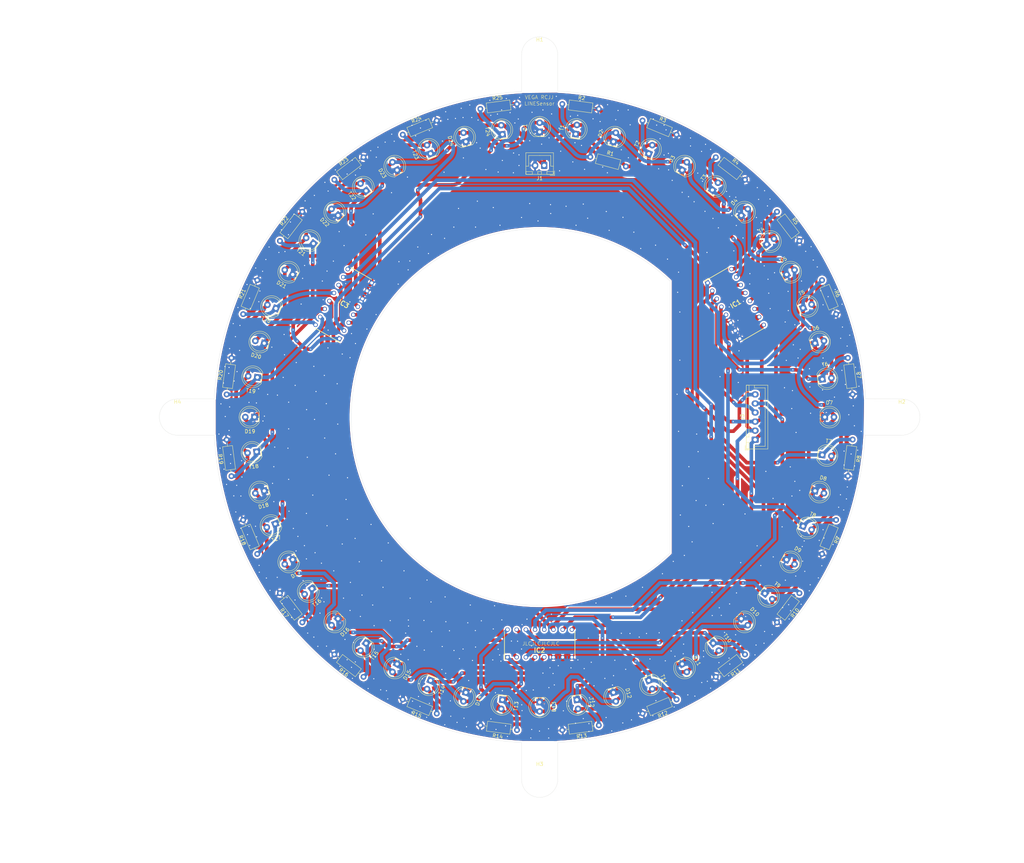
<source format=kicad_pcb>
(kicad_pcb (version 20240108) (generator "pcbnew") (generator_version "8.0")
  (layers (0 "F.Cu" signal) (31 "B.Cu" signal) (34 "B.Paste" user) (35 "F.Paste" user) (36 "B.SilkS" user "B.Silkscreen") (37 "F.SilkS" user "F.Silkscreen") (38 "B.Mask" user) (39 "F.Mask" user) (44 "Edge.Cuts" user))
  (net 0 "")
  (net 1 "GND")
  (net 2 "Net-(D1-A)")
  (net 3 "+5V")
  (net 4 "Net-(T6-K)")
  (net 5 "Net-(T14-K)")
  (net 6 "Net-(T22-K)")
  (net 7 "Net-(IC1-C)")
  (net 8 "Net-(IC1-1)")
  (net 9 "Net-(IC1-B)")
  (net 10 "Net-(IC1-7)")
  (net 11 "Net-(IC1-0)")
  (net 12 "Net-(IC1-COM)")
  (net 13 "Net-(IC1-4)")
  (net 14 "Net-(IC1-A)")
  (net 15 "Net-(IC1-3)")
  (net 16 "Net-(IC1-2)")
  (net 17 "Net-(IC1-6)")
  (net 18 "Net-(IC2-COM)")
  (net 19 "Net-(IC2-1)")
  (net 20 "Net-(IC2-6)")
  (net 21 "Net-(IC2-0)")
  (net 22 "Net-(IC2-2)")
  (net 23 "Net-(IC2-3)")
  (net 24 "Net-(IC2-7)")
  (net 25 "Net-(IC2-4)")
  (net 26 "Net-(IC3-0)")
  (net 27 "Net-(IC3-1)")
  (net 28 "Net-(IC3-3)")
  (net 29 "Net-(IC3-4)")
  (net 30 "Net-(IC3-6)")
  (net 31 "Net-(IC3-2)")
  (net 32 "Net-(IC3-COM)")
  (net 33 "Net-(IC3-7)")
  (footprint "Resistor_THT:R_Axial_DIN0207_L6.3mm_D2.5mm_P10.16mm_Horizontal" (layer "F.Cu") (at 226.327056 235.096908 -172.5)
    (property "Reference" "R13")
    (property "Value" "100k")
  )
  (footprint "Resistor_THT:R_Axial_DIN0207_L6.3mm_D2.5mm_P10.16mm_Horizontal" (layer "F.Cu") (at 153.311901 84.467444 37.5)
    (property "Reference" "R23")
    (property "Value" "100k")
  )
  (footprint "LED_THT:LED_D5.0mm" (layer "F.Cu") (at 141.822151 110.6375 150)
    (property "Reference" "D21")
    (property "Value" "LED")
  )
  (footprint "Resistor_THT:R_Axial_DIN0207_L6.3mm_D2.5mm_P10.16mm_Horizontal" (layer "F.Cu") (at 287.971548 112.204575 -67.5)
    (property "Reference" "R6")
    (property "Value" "100k")
  )
  (footprint "Resistor_THT:R_Axial_DIN0207_L6.3mm_D2.5mm_P10.16mm_Horizontal" (layer "F.Cu") (at 258.627629 78.282428 -37.5)
    (property "Reference" "R4")
    (property "Value" "100k")
  )
  (footprint "LED_THT:LED_D5.0mm" (layer "F.Cu") (at 288.040589 139.557905 7.5)
    (property "Reference" "T6")
    (property "Value" "NJL")
  )
  (footprint "Resistor_THT:R_Axial_DIN0207_L6.3mm_D2.5mm_P10.16mm_Horizontal" (layer "F.Cu") (at 291.859612 178.408809 -112.5)
    (property "Reference" "R9")
    (property "Value" "100k")
  )
  (footprint "LINESENSOR:TC4051BP_THT" (layer "F.Cu") (at 210 212.5 90)
    (property "Reference" "IC2")
    (property "Value" "TC4051BP_THT" (hide yes))
  )
  (footprint "Resistor_THT:R_Axial_DIN0207_L6.3mm_D2.5mm_P10.16mm_Horizontal" (layer "F.Cu") (at 144.467444 206.688099 127.5)
    (property "Reference" "R17")
    (property "Value" "100k")
  )
  (footprint "LED_THT:LED_D5.0mm" (layer "F.Cu") (at 162.075257 212.456741 -127.5)
    (property "Reference" "T15")
    (property "Value" "NJL")
  )
  (footprint "Resistor_THT:R_Axial_DIN0207_L6.3mm_D2.5mm_P10.16mm_Horizontal" (layer "F.Cu") (at 132.028452 187.795425 112.5)
    (property "Reference" "R18")
    (property "Value" "100k")
  )
  (footprint "LED_THT:LED_D5.0mm" (layer "F.Cu") (at 288.040589 160.442095 -7.5)
    (property "Reference" "T7")
    (property "Value" "NJL")
  )
  (footprint "Resistor_THT:R_Axial_DIN0207_L6.3mm_D2.5mm_P10.16mm_Horizontal" (layer "F.Cu") (at 275.532556 93.311902 -52.5)
    (property "Reference" "R5")
    (property "Value" "100k")
  )
  (footprint "LED_THT:LED_D5.0mm" (layer "F.Cu") (at 240.126754 77.267584 67.5)
    (property "Reference" "T2")
    (property "Value" "NJL")
  )
  (footprint "LED_THT:LED_D5.0mm" (layer "F.Cu") (at 141.822151 189.3625 -150)
    (property "Reference" "D17")
    (property "Value" "LED")
  )
  (footprint "LED_THT:LED_D5.0mm" (layer "F.Cu") (at 137.173645 119.998182 157)
    (property "Reference" "T20")
    (property "Value" "NJL")
  )
  (footprint "LED_THT:LED_D5.0mm" (layer "F.Cu") (at 272.692097 102.310612 37.5)
    (property "Reference" "T4")
    (property "Value" "NJL")
  )
  (footprint "LED_THT:LED_D5.0mm" (layer "F.Cu") (at 154.333019 94.333019 135)
    (property "Reference" "D22")
    (property "Value" "LED")
  )
  (footprint "LED_THT:LED_D5.0mm" (layer "F.Cu") (at 272.193267 198.700914 -37.5)
    (property "Reference" "T9")
    (property "Value" "NJL")
  )
  (footprint "Resistor_THT:R_Axial_DIN0207_L6.3mm_D2.5mm_P10.16mm_Horizontal" (layer "F.Cu") (at 124.903092 166.327056 97.5)
    (property "Reference" "R19")
    (property "Value" "100k")
  )
  (footprint "LED_THT:LED_D5.0mm" (layer "F.Cu") (at 199.724326 71.948504 97.5)
    (property "Reference" "T24")
    (property "Value" "NJL")
  )
  (footprint "LED_THT:LED_D5.0mm" (layer "F.Cu") (at 170.6375 81.822151 120)
    (property "Reference" "D23")
    (property "Value" "LED")
  )
  (footprint "LED_THT:LED_D5.0mm" (layer "F.Cu") (at 210 71.275 90)
    (property "Reference" "D1")
    (property "Value" "LED")
  )
  (footprint "Resistor_THT:R_Axial_DIN0207_L6.3mm_D2.5mm_P10.16mm_Horizontal" (layer "F.Cu") (at 181.591192 231.859612 157.5)
    (property "Reference" "R15")
    (property "Value" "100k")
  )
  (footprint "LED_THT:LED_D5.0mm" (layer "F.Cu") (at 265.666981 205.666981 -45)
    (property "Reference" "D10")
    (property "Value" "LED")
  )
  (footprint "LED_THT:LED_D5.0mm" (layer "F.Cu") (at 137.007452 179.490904 -158)
    (property "Reference" "T17")
    (property "Value" "NJL")
  )
  (footprint "Resistor_THT:R_Axial_DIN0207_L6.3mm_D2.5mm_P10.16mm_Horizontal" (layer "F.Cu") (at 295.096908 133.672944 -82.5)
    (property "Reference" "R7")
    (property "Value" "100k")
  )
  (footprint "LED_THT:LED_D5.0mm" (layer "F.Cu") (at 230.37553 226.042511 -75)
    (property "Reference" "D12")
    (property "Value" "LED")
  )
  (footprint "Connector_JST:JST_XH_B6B-XH-A_1x06_P2.50mm_Vertical" (layer "F.Cu") (at 269.5 156.25 90)
    (property "Reference" "J3")
    (property "Value" "Conn_01x06_Socket")
  )
  (footprint "Resistor_THT:R_Axial_DIN0207_L6.3mm_D2.5mm_P10.16mm_Horizontal" (layer "F.Cu") (at 123.576946 143.746024 82.5)
    (property "Reference" "R20")
    (property "Value" "100k")
  )
  (footprint "LED_THT:LED_D5.0mm" (layer "F.Cu") (at 219.954174 71.862358 82.5)
    (property "Reference" "T1")
    (property "Value" "NJL")
  )
  (footprint "Resistor_THT:R_Axial_DIN0207_L6.3mm_D2.5mm_P10.16mm_Horizontal" (layer "F.Cu") (at 223.986887 78.172615 -15)
    (property "Reference" "R1")
    (property "Value" "10")
  )
  (footprint "LED_THT:LED_D5.0mm" (layer "F.Cu") (at 179.873247 222.732417 -112.5)
    (property "Reference" "T14")
    (property "Value" "NJL")
  )
  (footprint "LED_THT:LED_D5.0mm" (layer "F.Cu") (at 286.042511 129.62447 15)
    (property "Reference" "D6")
    (property "Value" "LED")
  )
  (footprint "LED_THT:LED_D5.0mm" (layer "F.Cu") (at 278.17785 189.3625 -30)
    (property "Reference" "D9")
    (property "Value" "LED")
  )
  (footprint "LED_THT:LED_D5.0mm" (layer "F.Cu") (at 132.041147 139.043598 172)
    (property "Reference" "T19")
    (property "Value" "NJL")
  )
  (footprint "LED_THT:LED_D5.0mm" (layer "F.Cu") (at 131.861805 159.594164 -173)
    (property "Reference" "T18")
    (property "Value" "NJL")
  )
  (footprint "LED_THT:LED_D5.0mm" (layer "F.Cu") (at 133.95749 170.37553 -165)
    (property "Reference" "D18")
    (property "Value" "LED")
  )
  (footprint "Resistor_THT:R_Axial_DIN0207_L6.3mm_D2.5mm_P10.16mm_Horizontal" (layer "F.Cu") (at 128.140388 121.591192 67.5)
    (property "Reference" "R21")
    (property "Value" "100k")
  )
  (footprint "MountingHole:MountingHole_3.2mm_M3" (layer "F.Cu") (at 110 150)
    (property "Reference" "H4")
    (property "Value" "MountingHole")
  )
  (footprint "LED_THT:LED_D5.0mm" (layer "F.Cu") (at 210 228.725 -90)
    (property "Reference" "D13")
    (property "Value" "LED")
  )
  (footprint "MountingHole:MountingHole_3.2mm_M3" (layer "F.Cu") (at 210 250)
    (property "Reference" "H3")
    (property "Value" "MountingHole")
  )
  (footprint "LED_THT:LED_D5.0mm" (layer "F.Cu") (at 133.95749 129.62447 165)
    (property "Reference" "D20")
    (property "Value" "LED")
  )
  (footprint "LED_THT:LED_D5.0mm" (layer "F.Cu") (at 282.732417 119.873247 22.5)
    (property "Reference" "T5")
    (property "Value" "NJL")
  )
  (footprint "Resistor_THT:R_Axial_DIN0207_L6.3mm_D2.5mm_P10.16mm_Horizontal" (layer "F.Cu") (at 172.204575 72.028452 22.5)
    (property "Reference" "R24")
    (property "Value" "100k")
  )
  (footprint "LED_THT:LED_D5.0mm" (layer "F.Cu") (at 131.275 150 180)
    (property "Reference" "D19")
    (property "Value" "LED")
  )
  (footprint "LED_THT:LED_D5.0mm" (layer "F.Cu") (at 162.075257 87.543259 127.5)
    (property "Reference" "T22")
    (property "Value" "NJL")
  )
  (footprint "LED_THT:LED_D5.0mm" (layer "F.Cu") (at 257.924743 212.456742 -52.5)
    (property "Reference" "T10")
    (property "Value" "NJL")
  )
  (footprint "Resistor_THT:R_Axial_DIN0207_L6.3mm_D2.5mm_P10.16mm_Horizontal" (layer "F.Cu") (at 247.795426 227.971548 -157.5)
    (property "Reference" "R12")
    (property "Value" "100k")
  )
  (footprint "LED_THT:LED_D5.0mm" (layer "F.Cu") (at 170.6375 218.17785 -120)
    (property "Reference" "D15")
    (property "Value" "LED")
  )
  (footprint "LED_THT:LED_D5.0mm" (layer "F.Cu") (at 230.37553 73.95749 75)
    (property "Reference" "D2")
    (property "Value" "LED")
  )
  (footprint "LED_THT:LED_D5.0mm" (layer "F.Cu") (at 286.042511 170.37553 -15)
    (property "Reference" "D8")
    (property "Value" "LED")
  )
  (footprint "LED_THT:LED_D5.0mm" (layer "F.Cu") (at 179.873247 77.267584 112.5)
    (property "Reference" "T23")
    (property "Value" "NJL")
  )
  (footprint "Resistor_THT:R_Axial_DIN0207_L6.3mm_D2.5mm_P10.16mm_Horizontal" (layer "F.Cu") (at 193.629484 64.903092 7.5)
    (property "Reference" "R25")
    (property "Value" "100k")
  )
  (footprint "Resistor_THT:R_Axial_DIN0207_L6.3mm_D2.5mm_P10.16mm_Horizontal" (layer "F.Cu") (at 138.282428 101.372371 52.5)
    (property "Reference" "R22")
    (property "Value" "100k")
  )
  (footprint "Resistor_THT:R_Axial_DIN0207_L6.3mm_D2.5mm_P10.16mm_Horizontal" (layer "F.Cu") (at 281.717572 198.62763 -127.5)
    (property "Reference" "R10")
    (property "Value" "100k")
  )
  (footprint "LINESENSOR:TC4051BP_THT" (layer "F.Cu") (at 264.126588 118.75 30)
    (property "Reference" "IC1")
    (property "Value" "TC4051BP_THT" (hide yes))
  )
  (footprint "LED_THT:LED_D5.0mm" (layer "F.Cu") (at 288.725 150)
    (property "Reference" "D7")
    (property "Value" "LED")
  )
  (footprint "LED_THT:LED_D5.0mm" (layer "F.Cu") (at 147.543259 102.084055 142.5)
    (property "Reference" "T21")
    (property "Value" "NJL")
  )
  (footprint "LED_THT:LED_D5.0mm" (layer "F.Cu") (at 199.724326 228.051497 -97.5)
    (property "Reference" "T13")
    (property "Value" "NJL")
  )
  (footprint "Connector_JST:JST_XH_B2B-XH-A_1x02_P2.50mm_Vertical" (layer "F.Cu") (at 211.25 80.525 180)
    (property "Reference" "J1")
    (property "Value" "Conn_01x02_Pin")
  )
  (footprint "LED_THT:LED_D5.0mm" (layer "F.Cu") (at 189.62447 226.042511 -105)
    (property "Reference" "D14")
    (property "Value" "LED")
  )
  (footprint "LINESENSOR:TC4051BP_THT" (layer "F.Cu") (at 155.873412 118.75 150)
    (property "Reference" "IC3")
    (property "Value" "TC4051BP_THT" (hide yes))
  )
  (footprint "LED_THT:LED_D5.0mm" (layer "F.Cu") (at 189.62447 73.95749 105)
    (property "Reference" "D24")
    (property "Value" "LED")
  )
  (footprint "LED_THT:LED_D5.0mm" (layer "F.Cu") (at 257.689389 87.307904 52.5)
    (property "Reference" "T3")
    (property "Value" "NJL")
  )
  (footprint "LED_THT:LED_D5.0mm" (layer "F.Cu") (at 282.732417 180.126754 -22.5)
    (property "Reference" "T8")
    (property "Value" "NJL")
  )
  (footprint "Resistor_THT:R_Axial_DIN0207_L6.3mm_D2.5mm_P10.16mm_Horizontal" (layer "F.Cu") (at 203.746024 236.423054 172.5)
    (property "Reference" "R14")
    (property "Value" "100k")
  )
  (footprint "Resistor_THT:R_Axial_DIN0207_L6.3mm_D2.5mm_P10.16mm_Horizontal" (layer "F.Cu") (at 161.372371 221.717572 142.5)
    (property "Reference" "R16")
    (property "Value" "100k")
  )
  (footprint "Resistor_THT:R_Axial_DIN0207_L6.3mm_D2.5mm_P10.16mm_Horizontal" (layer "F.Cu") (at 266.688099 215.532556 -142.5)
    (property "Reference" "R11")
    (property "Value" "100k")
  )
  (footprint "LED_THT:LED_D5.0mm" (layer "F.Cu") (at 220.275675 228.051497 -82.5)
    (property "Reference" "T12")
    (property "Value" "NJL")
  )
  (footprint "Resistor_THT:R_Axial_DIN0207_L6.3mm_D2.5mm_P10.16mm_Horizontal" (layer "F.Cu") (at 238.408809 68.140388 -22.5)
    (property "Reference" "R3")
    (property "Value" "100k")
  )
  (footprint "LED_THT:LED_D5.0mm" (layer "F.Cu") (at 154.333019 205.666981 -135)
    (property "Reference" "D16")
    (property "Value" "LED")
  )
  (footprint "LED_THT:LED_D5.0mm" (layer "F.Cu") (at 240.126754 222.732417 -67.5)
    (property "Reference" "T11")
    (property "Value" "NJL")
  )
  (footprint "MountingHole:MountingHole_3.2mm_M3" (layer "F.Cu") (at 210 50)
    (property "Reference" "H1")
    (property "Value" "MountingHole")
  )
  (footprint "Resistor_THT:R_Axial_DIN0207_L6.3mm_D2.5mm_P10.16mm_Horizontal" (layer "F.Cu") (at 216.253976 63.576946 -7.5)
    (property "Reference" "R2")
    (property "Value" "100k")
  )
  (footprint "LED_THT:LED_D5.0mm" (layer "F.Cu") (at 265.666981 94.333019 45)
    (property "Reference" "D4")
    (property "Value" "LED")
  )
  (footprint "LED_THT:LED_D5.0mm" (layer "F.Cu") (at 147.12742 197.377888 -143)
    (property "Reference" "T16")
    (property "Value" "NJL")
  )
  (footprint "Resistor_THT:R_Axial_DIN0207_L6.3mm_D2.5mm_P10.16mm_Horizontal" (layer "F.Cu") (at 296.423054 156.210516 -97.5)
    (property "Reference" "R8")
    (property "Value" "100k")
  )
  (footprint "MountingHole:MountingHole_3.2mm_M3" (layer "F.Cu") (at 310 150)
    (property "Reference" "H2")
    (property "Value" "MountingHole")
  )
  (footprint "LED_THT:LED_D5.0mm" (layer "F.Cu") (at 249.3625 218.17785 -60)
    (property "Reference" "D11")
    (property "Value" "LED")
  )
  (footprint "LED_THT:LED_D5.0mm" (layer "F.Cu") (at 278.17785 110.6375 30)
    (property "Reference" "D5")
    (property "Value" "LED")
  )
  (footprint "LED_THT:LED_D5.0mm" (layer "F.Cu") (at 249.3625 81.822151 60)
    (property "Reference" "D3")
    (property "Value" "LED")
  )
  (gr_line (start 120.14 145) (end 110 145) (stroke (width 0.05)) (layer "Edge.Cuts"))
  (gr_arc (start 205 239.859999) (mid 146.361099 213.638901) (end 120.140001 155) (stroke (width 0.05)) (layer "Edge.Cuts"))
  (gr_line (start 215 239.86) (end 215 250) (stroke (width 0.05)) (layer "Edge.Cuts"))
  (gr_line (start 120.14 155) (end 110 155) (stroke (width 0.05)) (layer "Edge.Cuts"))
  (gr_arc (start 245.999999 187.519999) (mid 158.002401 150) (end 245.999999 112.480001) (stroke (width 0.05)) (layer "Edge.Cuts"))
  (gr_arc (start 299.859999 155) (mid 273.638901 213.638901) (end 215 239.859999) (stroke (width 0.05)) (layer "Edge.Cuts"))
  (gr_arc (start 120.140001 145) (mid 146.361099 86.361099) (end 205 60.140001) (stroke (width 0.05)) (layer "Edge.Cuts"))
  (gr_arc (start 310 145) (mid 315 150) (end 310 155) (stroke (width 0.05)) (layer "Edge.Cuts"))
  (gr_line (start 299.999567 144.992234) (end 310 145) (stroke (width 0.05)) (layer "Edge.Cuts"))
  (gr_line (start 205 239.86) (end 205 250) (stroke (width 0.05)) (layer "Edge.Cuts"))
  (gr_line (start 215.00002 60.000002) (end 215 50) (stroke (width 0.05)) (layer "Edge.Cuts"))
  (gr_line (start 246 112.48) (end 246 187.52) (stroke (width 0.05)) (layer "Edge.Cuts"))
  (gr_arc (start 215 250) (mid 210 255) (end 205 250) (stroke (width 0.05)) (layer "Edge.Cuts"))
  (gr_arc (start 110 155) (mid 105 150) (end 110 145) (stroke (width 0.05)) (layer "Edge.Cuts"))
  (gr_line (start 205 60.14) (end 205 50) (stroke (width 0.05)) (layer "Edge.Cuts"))
  (gr_arc (start 215.00002 60.000002) (mid 273.735 86.259514) (end 299.999567 144.992234) (stroke (width 0.05)) (layer "Edge.Cuts"))
  (gr_arc (start 205 50) (mid 210 45) (end 215 50) (stroke (width 0.05)) (layer "Edge.Cuts"))
  (gr_line (start 299.86 155) (end 310 155) (stroke (width 0.05)) (layer "Edge.Cuts"))
  (gr_text "VEGA RCJJ" (at 205.85 62.3 0) (layer "F.SilkS") (effects (font (size 1 1) (thickness 0.1)) (justify left bottom)))
  (gr_text "JLCJLCJLCJLC" (at 205.15 213.15 0) (layer "F.SilkS") (effects (font (size 1 1) (thickness 0.1)) (justify left bottom)))
  (gr_text "LINESensor" (at 205.75 64.05 0) (layer "F.SilkS") (effects (font (size 1 1) (thickness 0.1)) (justify left bottom)))
  (segment (start 161.077969 117.355443) (end 161.077969 116.425739) (width 1) (layer "F.Cu") (net 1))
  (segment (start 278.17785 179.482832) (end 278.17785 189.3625) (width 1) (layer "F.Cu") (net 1))
  (segment (start 216.35 225.042641) (end 215.35013 226.042511) (width 1) (layer "F.Cu") (net 1))
  (segment (start 154.333019 205.666981) (end 154.333019 203.116009) (width 1) (layer "F.Cu") (net 1))
  (segment (start 170.6375 81.822151) (end 179.920904 81.822151) (width 1) (layer "F.Cu") (net 1))
  (segment (start 265.666981 205.666981) (end 263.11601 205.666981) (width 1) (layer "F.Cu") (net 1))
  (segment (start 163.617969 112.956034) (end 163.617969 99.369289) (width 1) (layer "F.Cu") (net 1))
  (segment (start 162.739289 97.247968) (end 160.295661 94.80434) (width 1) (layer "F.Cu") (net 1))
  (segment (start 277.177944 189.2) (end 276.2 189.2) (width 1) (layer "F.Cu") (net 1))
  (segment (start 154.333019 94.333019) (end 155.1 95.1) (width 1) (layer "F.Cu") (net 1))
  (segment (start 189.62447 226.042511) (end 193.416981 222.25) (width 1) (layer "F.Cu") (net 1))
  (segment (start 219.51455 64.903091) (end 226.327056 64.903091) (width 1) (layer "F.Cu") (net 1))
  (segment (start 160.295661 94.80434) (end 160.295661 94.804339) (width 1) (layer "F.Cu") (net 1))
  (segment (start 237.361511 219.05653) (end 230.37553 226.042511) (width 1) (layer "F.Cu") (net 1))
  (segment (start 161.945661 93.454339) (end 169.758821 85.641179) (width 1) (layer "F.Cu") (net 1))
  (segment (start 216.35 216.31) (end 218.89 216.31) (width 1) (layer "F.Cu") (net 1))
  (segment (start 141.822151 120.517168) (end 141.822151 110.6375) (width 1) (layer "F.Cu") (net 1))
  (segment (start 233.33617 73.07881) (end 233.507849 72.907131) (width 1) (layer "F.Cu") (net 1))
  (segment (start 133.95749 129.62447) (end 140.943472 122.638488) (width 1) (layer "F.Cu") (net 1))
  (segment (start 183.15 79.557342) (end 183.15 73.8) (width 1) (layer "F.Cu") (net 1))
  (segment (start 288.725 150) (end 282.878679 155.846321) (width 1) (layer "F.Cu") (net 1))
  (segment (start 189.62447 226.042511) (end 189.62447 224.42447) (width 1) (layer "F.Cu") (net 1))
  (segment (start 277.340444 189.3625) (end 277.177944 189.2) (width 1) (layer "F.Cu") (net 1))
  (segment (start 228.95 68.792641) (end 228.95 71.289319) (width 1) (layer "F.Cu") (net 1))
  (segment (start 161.012713 94.087287) (end 161.122413 94.087287) (width 1) (layer "F.Cu") (net 1))
  (segment (start 160.295661 94.804339) (end 161.012713 94.087287) (width 1) (layer "F.Cu") (net 1))
  (segment (start 262.45 89.1) (end 261.7 89.85) (width 1) (layer "F.Cu") (net 1))
  (segment (start 278.17785 110.6375) (end 277.628679 111.186671) (width 1) (layer "F.Cu") (net 1))
  (segment (start 276.75 113.307991) (end 276.75 121.357359) (width 1) (layer "F.Cu") (net 1))
  (segment (start 252.87132 88.97132) (end 250.24118 86.34118) (width 1) (layer "F.Cu") (net 1))
  (segment (start 198.665695 63.576946) (end 203.702564 63.576946) (width 1) (layer "F.Cu") (net 1))
  (segment (start 161.122413 94.087287) (end 161.200694 94.009006) (width 1) (layer "F.Cu") (net 1))
  (segment (start 126.75 164.257359) (end 126.75 160.669671) (width 1) (layer "F.Cu") (net 1))
  (segment (start 193.416981 222.25) (end 207.1 222.25) (width 1) (layer "F.Cu") (net 1))
  (segment (start 235.629169 72.028452) (end 247.795425 72.028452) (width 1) (layer "F.Cu") (net 1))
  (segment (start 140.55368 102.04632) (end 142.921321 99.678679) (width 1) (layer "F.Cu") (net 1))
  (segment (start 153.454339 200.994688) (end 141.822151 189.3625) (width 1) (layer "F.Cu") (net 1))
  (segment (start 160 95.1) (end 160.295661 94.804339) (width 1) (layer "F.Cu") (net 1))
  (segment (start 162.347969 114.226034) (end 163.617969 112.956034) (width 1) (layer "F.Cu") (net 1))
  (segment (start 278.17785 189.3625) (end 277.340444 189.3625) (width 1) (layer "F.Cu") (net 1))
  (segment (start 162.347969 115.155739) (end 162.347969 114.226034) (width 1) (layer "F.Cu") (net 1))
  (segment (start 189.62447 224.42447) (end 183.4 218.2) (width 1) (layer "F.Cu") (net 1))
  (segment (start 143.8 93.979345) (end 144.467444 93.311901) (width 1) (layer "F.Cu") (net 1))
  (segment (start 180.779913 218.179913) (end 180.699706 218.179913) (width 1) (layer "F.Cu") (net 1))
  (segment (start 285.017111 129.62447) (end 286.042511 129.62447) (width 1) (layer "F.Cu") (net 1))
  (segment (start 182.042225 80.943471) (end 183.135696 79.85) (width 1) (layer "F.Cu") (net 1))
  (segment (start 133.95749 146.074869) (end 133.95749 129.62447) (width 1) (layer "F.Cu") (net 1))
  (segment (start 230.37553 226.042511) (end 215.35013 226.042511) (width 1) (layer "F.Cu") (net 1))
  (segment (start 212.77868 70.39632) (end 217.39323 65.78177) (width 1) (layer "F.Cu") (net 1))
  (segment (start 229.82868 73.41064) (end 230.37553 73.95749) (width 1) (layer "F.Cu") (net 1))
  (segment (start 210.182359 228.725) (end 210 228.725) (width 1) (layer "F.Cu") (net 1))
  (segment (start 161.077969 116.425739) (end 162.347969 115.155739) (width 1) (layer "F.Cu") (net 1))
  (segment (start 156.88399 205.666981) (end 154.333019 205.666981) (width 1) (layer "F.Cu") (net 1))
  (segment (start 210 71.275) (end 210.657359 71.275) (width 1) (layer "F.Cu") (net 1))
  (segment (start 282 157.967641) (end 282 165.090378) (width 1) (layer "F.Cu") (net 1))
  (segment (start 260.604339 206.545661) (end 249.3625 217.7875) (width 1) (layer "F.Cu") (net 1))
  (segment (start 139.675 104.3) (end 139.675 104.167641) (width 1) (layer "F.Cu") (net 1))
  (segment (start 266.545661 99.005311) (end 278.17785 110.6375) (width 1) (layer "F.Cu") (net 1))
  (segment (start 193 68) (end 196.544375 64.455625) (width 1) (layer "F.Cu") (net 1))
  (segment (start 180.517168 218.17785) (end 170.6375 218.17785) (width 1) (layer "F.Cu") (net 1))
  (segment (start 286.042511 129.62447) (end 286.042511 146.07487) (width 1) (layer "F.Cu") (net 1))
  (segment (start 143.8 97.557359) (end 143.8 93.979345) (width 1) (layer "F.Cu") (net 1))
  (segment (start 131.275 150) (end 133.078811 148.196189) (width 1) (layer "F.Cu") (net 1))
  (segment (start 265.666981 200.97566) (end 265.666981 205.666981) (width 1) (layer "F.Cu") (net 1))
  (segment (start 127.8 166.55) (end 127.628679 166.378679) (width 1) (layer "F.Cu") (net 1))
  (segment (start 276.2 189.2) (end 266.54566 198.85434) (width 1) (layer "F.Cu") (net 1))
  (segment (start 170.6375 218.17785) (end 159.00531 206.54566) (width 1) (layer "F.Cu") (net 1))
  (segment (start 260.994689 206.545661) (end 260.604339 206.545661) (width 1) (layer "F.Cu") (net 1))
  (segment (start 249.3625 84.219859) (end 249.3625 81.822151) (width 1) (layer "F.Cu") (net 1))
  (segment (start 216.35 216.31) (end 216.35 225.042641) (width 1) (layer "F.Cu") (net 1))
  (segment (start 286.921191 148.196191) (end 288.725 150) (width 1) (layer "F.Cu") (net 1))
  (segment (start 170.6375 83.519859) (end 170.6375 81.822151) (width 1) (layer "F.Cu") (net 1))
  (segment (start 282.87868 167.211699) (end 286.042511 170.37553) (width 1) (layer "F.Cu") (net 1))
  (segment (start 261.7 89.85) (end 254.992641 89.85) (width 1) (layer "F.Cu") (net 1))
  (segment (start 180.8 218.2) (end 180.779913 218.179913) (width 1) (layer "F.Cu") (net 1))
  (segment (start 213.228809 226.921191) (end 212.303679 227.846321) (width 1) (layer "F.Cu") (net 1))
  (segment (start 226.327056 64.903091) (end 226.327056 64.927056) (width 1) (layer "F.Cu") (net 1))
  (segment (start 230.37553 73.95749) (end 231.214849 73.95749) (width 1) (layer "F.Cu") (net 1))
  (segment (start 277.62868 123.47868) (end 282.895791 128.745791) (width 1) (layer "F.Cu") (net 1))
  (segment (start 226.327056 64.927056) (end 228.071321 66.671321) (width 1) (layer "F.Cu") (net 1))
  (segment (start 207.1 222.25) (end 210 225.15) (width 1) (layer "F.Cu") (net 1))
  (segment (start 183.4 218.2) (end 180.8 218.2) (width 1) (layer "F.Cu") (net 1))
  (segment (start 155.1 95.1) (end 160 95.1) (width 1) (layer "F.Cu") (net 1))
  (segment (start 265.666981 94.333019) (end 265.666981 96.88399) (width 1) (layer "F.Cu") (net 1))
  (segment (start 125.87132 158.54835) (end 123.576946 156.253976) (width 1) (layer "F.Cu") (net 1))
  (segment (start 210 225.15) (end 210 228.725) (width 1) (layer "F.Cu") (net 1))
  (segment (start 249.3625 217.7875) (end 249.3625 218.17785) (width 1) (layer "F.Cu") (net 1))
  (segment (start 286.042511 170.37553) (end 279.056529 177.361512) (width 1) (layer "F.Cu") (net 1))
  (segment (start 249.3625 218.17785) (end 239.482832 218.17785) (width 1) (layer "F.Cu") (net 1))
  (segment (start 213.81 216.31) (end 216.35 216.31) (width 1) (layer "F.Cu") (net 1))
  (via (at 248.85 177.05) (size 0.6) (drill 0.3) (layers "F.Cu" "B.Cu") (net 1))
  (via (at 289.65 116.75) (size 0.6) (drill 0.3) (layers "F.Cu" "B.Cu") (net 1))
  (via (at 278.65 120.6) (size 0.6) (drill 0.3) (layers "F.Cu" "B.Cu") (net 1))
  (via (at 293.6 125.15) (size 0.6) (drill 0.3) (layers "F.Cu" "B.Cu") (net 1))
  (via (at 295.35 149.35) (size 0.6) (drill 0.3) (layers "F.Cu" "B.Cu") (net 1))
  (via (at 143.25 182.95) (size 0.6) (drill 0.3) (layers "F.Cu" "B.Cu") (net 1))
  (via (at 173.75 206.05) (size 0.6) (drill 0.3) (layers "F.Cu" "B.Cu") (net 1))
  (via (at 147.35 171.55) (size 0.6) (drill 0.3) (layers "F.Cu" "B.Cu") (net 1))
  (via (at 133.6 151.1) (size 0.6) (drill 0.3) (layers "F.Cu" "B.Cu") (net 1))
  (via (at 228.7 82.55) (size 0.6) (drill 0.3) (layers "F.Cu" "B.Cu") (net 1))
  (via (at 292.05 182.95) (size 0.6) (drill 0.3) (layers "F.Cu" "B.Cu") (net 1))
  (via (at 282.2 182.9) (size 0.6) (drill 0.3) (layers "F.Cu" "B.Cu") (net 1))
  (via (at 159.15 129.7) (size 0.6) (drill 0.3) (layers "F.Cu" "B.Cu") (net 1))
  (via (at 155.5 132.6) (size 0.6) (drill 0.3) (layers "F.Cu" "B.Cu") (net 1))
  (via (at 228.75 63.75) (size 0.6) (drill 0.3) (layers "F.Cu" "B.Cu") (net 1))
  (via (at 249.3 206.25) (size 0.6) (drill 0.3) (layers "F.Cu" "B.Cu") (net 1))
  (via (at 148.25 142.95) (size 0.6) (drill 0.3) (layers "F.Cu" "B.Cu") (net 1))
  (via (at 176.65 223.6) (size 0.6) (drill 0.3) (layers "F.Cu" "B.Cu") (net 1))
  (via (at 276.95 180.3) (size 0.6) (drill 0.3) (layers "F.Cu" "B.Cu") (net 1))
  (via (at 154.65 98.8) (size 0.6) (drill 0.3) (layers "F.Cu" "B.Cu") (net 1))
  (via (at 184.1 206.5) (size 0.6) (drill 0.3) (layers "F.Cu" "B.Cu") (net 1))
  (via (at 283.05 184.2) (size 0.6) (drill 0.3) (layers "F.Cu" "B.Cu") (net 1))
  (via (at 151.6 87.6) (size 0.6) (drill 0.3) (layers "F.Cu" "B.Cu") (net 1))
  (via (at 174.7 231.45) (size 0.6) (drill 0.3) (layers "F.Cu" "B.Cu") (net 1))
  (via (at 210.9 65.2) (size 0.6) (drill 0.3) (layers "F.Cu" "B.Cu") (net 1))
  (via (at 153.15 192.45) (size 0.6) (drill 0.3) (layers "F.Cu" "B.Cu") (net 1))
  (via (at 210.55 74.65) (size 0.6) (drill 0.3) (layers "F.Cu" "B.Cu") (net 1))
  (via (at 219.15 79.55) (size 0.6) (drill 0.3) (layers "F.Cu" "B.Cu") (net 1))
  (via (at 176.35 103.05) (size 0.6) (drill 0.3) (layers "F.Cu" "B.Cu") (net 1))
  (via (at 199.05 97.05) (size 0.6) (drill 0.3) (layers "F.Cu" "B.Cu") (net 1))
  (via (at 164.85 121.7) (size 0.6) (drill 0.3) (layers "F.Cu" "B.Cu") (net 1))
  (via (at 199.5 65.2) (size 0.6) (drill 0.3) (layers "F.Cu" "B.Cu") (net 1))
  (via (at 259.6 202.65) (size 0.6) (drill 0.3) (layers "F.Cu" "B.Cu") (net 1))
  (via (at 199.3 217.4) (size 0.6) (drill 0.3) (layers "F.Cu" "B.Cu") (net 1))
  (via (at 191.25 67.3) (size 0.6) (drill 0.3) (layers "F.Cu" "B.Cu") (net 1))
  (via (at 188.85 67.3) (size 0.6) (drill 0.3) (layers "F.Cu" "B.Cu") (net 1))
  (via (at 139.55 132.8) (size 0.6) (drill 0.3) (layers "F.Cu" "B.Cu") (net 1))
  (via (at 173 209.65) (size 0.6) (drill 0.3) (layers "F.Cu" "B.Cu") (net 1))
  (via (at 156.9 178.25) (size 0.6) (drill 0.3) (layers "F.Cu" "B.Cu") (net 1))
  (via (at 274.5 188.6) (size 0.6) (drill 0.3) (layers "F.Cu" "B.Cu") (net 1))
  (via (at 165.35 75.5) (size 0.6) (drill 0.3) (layers "F.Cu" "B.Cu") (net 1))
  (via (at 262.45 201.6) (size 0.6) (drill 0.3) (layers "F.Cu" "B.Cu") (net 1))
  (via (at 294.7 172.6) (size 0.6) (drill 0.3) (layers "F.Cu" "B.Cu") (net 1))
  (via (at 219.9 234.55) (size 0.6) (drill 0.3) (layers "F.Cu" "B.Cu") (net 1))
  (via (at 273.05 111.95) (size 0.6) (drill 0.3) (layers "F.Cu" "B.Cu") (net 1))
  (via (at 243 209.55) (size 0.6) (drill 0.3) (layers "F.Cu" "B.Cu") (net 1))
  (via (at 263.6 104.1) (size 0.6) (drill 0.3) (layers "F.Cu" "B.Cu") (net 1))
  (via (at 295.6 127.4) (size 0.6) (drill 0.3) (layers "F.Cu" "B.Cu") (net 1))
  (via (at 199.55 206) (size 0.6) (drill 0.3) (layers "F.Cu" "B.Cu") (net 1))
  (via (at 257.2 224.85) (size 0.6) (drill 0.3) (layers "F.Cu" "B.Cu") (net 1))
  (via (at 147.65 210.75) (size 0.6) (drill 0.3) (layers "F.Cu" "B.Cu") (net 1))
  (via (at 197.95 236.25) (size 0.6) (drill 0.3) (layers "F.Cu" "B.Cu") (net 1))
  (via (at 281.8 170.25) (size 0.6) (drill 0.3) (layers "F.Cu" "B.Cu") (net 1))
  (via (at 145.95 209.65) (size 0.6) (drill 0.3) (layers "F.Cu" "B.Cu") (net 1))
  (via (at 259.5 217.8) (size 0.6) (drill 0.3) (layers "F.Cu" "B.Cu") (net 1))
  (via (at 294.4 141) (size 0.6) (drill 0.3) (layers "F.Cu" "B.Cu") (net 1))
  (via (at 151.1 146.3) (size 0.6) (drill 0.3) (layers "F.Cu" "B.Cu") (net 1))
  (via (at 223.75 227.5) (size 0.6) (drill 0.3) (layers "F.Cu" "B.Cu") (net 1))
  (via (at 279.6 147.65) (size 0.6) (drill 0.3) (layers "F.Cu" "B.Cu") (net 1))
  (via (at 254.95 84.9) (size 0.6) (drill 0.3) (layers "F.Cu" "B.Cu") (net 1))
  (via (at 156.85 217) (size 0.6) (drill 0.3) (layers "F.Cu" "B.Cu") (net 1))
  (via (at 277.8 123.75) (size 0.6) (drill 0.3) (layers "F.Cu" "B.Cu") (net 1))
  (via (at 285.55 106.65) (size 0.6) (drill 0.3) (layers "F.Cu" "B.Cu") (net 1))
  (via (at 274.2 210.05) (size 0.6) (drill 0.3) (layers "F.Cu" "B.Cu") (net 1))
  (via (at 127.5 171.8) (size 0.6) (drill 0.3) (layers "F.Cu" "B.Cu") (net 1))
  (via (at 122.85 164.4) (size 0.6) (drill 0.3) (layers "F.Cu" "B.Cu") (net 1))
  (via (at 179.55 70.9) (size 0.6) (drill 0.3) (layers "F.Cu" "B.Cu") (net 1))
  (via (at 223.6 236.8) (size 0.6) (drill 0.3) (layers "F.Cu" "B.Cu") (net 1))
  (via (at 262.45 89.1) (size 0.6) (drill 0.3) (layers "F.Cu" "B.Cu") (net 1))
  (via (at 224.75 67.65) (size 0.6) (drill 0.3) (layers "F.Cu" "B.Cu") (net 1))
  (via (at 248.1 115.55) (size 0.6) (drill 0.3) (layers "F.Cu" "B.Cu") (net 1))
  (via (at 266.7 176.75) (size 0.6) (drill 0.3) (layers "F.Cu" "B.Cu") (net 1))
  (via (at 249.65 215.35) (size 0.6) (drill 0.3) (layers "F.Cu" "B.Cu") (net 1))
  (via (at 272.1 87.5) (size 0.6) (drill 0.3) (layers "F.Cu" "B.Cu") (net 1))
  (via (at 212.5 238.6) (size 0.6) (drill 0.3) (layers "F.Cu" "B.Cu") (net 1))
  (via (at 220.5 66.7) (size 0.6) (drill 0.3) (layers "F.Cu" "B.Cu") (net 1))
  (via (at 298.15 141.5) (size 0.6) (drill 0.3) (layers "F.Cu" "B.Cu") (net 1))
  (via (at 231.65 65.35) (size 0.6) (drill 0.3) (layers "F.Cu" "B.Cu") (net 1))
  (via (at 129.75 145.95) (size 0.6) (drill 0.3) (layers "F.Cu" "B.Cu") (net 1))
  (via (at 213.25 204.45) (size 0.6) (drill 0.3) (layers "F.Cu" "B.Cu") (net 1))
  (via (at 284.95 102.95) (size 0.6) (drill 0.3) (layers "F.Cu" "B.Cu") (net 1))
  (via (at 266.15 100.55) (size 0.6) (drill 0.3) (layers "F.Cu" "B.Cu") (net 1))
  (via (at 264.3 97.1) (size 0.6) (drill 0.3) (layers "F.Cu" "B.Cu") (net 1))
  (via (at 192.3 97.55) (size 0.6) (drill 0.3) (layers "F.Cu" "B.Cu") (net 1))
  (via (at 174.25 200) (size 0.6) (drill 0.3) (layers "F.Cu" "B.Cu") (net 1))
  (via (at 185.35 228.35) (size 0.6) (drill 0.3) (layers "F.Cu" "B.Cu") (net 1))
  (via (at 261.6 87.7) (size 0.6) (drill 0.3) (layers "F.Cu" "B.Cu") (net 1))
  (via (at 132.6 192.85) (size 0.6) (drill 0.3) (layers "F.Cu" "B.Cu") (net 1))
  (via (at 207.75 213.15) (size 0.6) (drill 0.3) (layers "F.Cu" "B.Cu") (net 1))
  (via (at 139.675 104.3) (size 0.6) (drill 0.3) (layers "F.Cu" "B.Cu") (net 1))
  (via (at 189.8 235.5) (size 0.6) (drill 0.3) (layers "F.Cu" "B.Cu") (net 1))
  (via (at 215.8 76.6) (size 0.6) (drill 0.3) (layers "F.Cu" "B.Cu") (net 1))
  (via (at 198.35 66.35) (size 0.6) (drill 0.3) (layers "F.Cu" "B.Cu") (net 1))
  (via (at 223.6 234.65) (size 0.6) (drill 0.3) (layers "F.Cu" "B.Cu") (net 1))
  (via (at 169.15 71.9) (size 0.6) (drill 0.3) (layers "F.Cu" "B.Cu") (net 1))
  (via (at 262.2 221.4) (size 0.6) (drill 0.3) (layers "F.Cu" "B.Cu") (net 1))
  (via (at 266.25 118.05) (size 0.6) (drill 0.3) (layers "F.Cu" "B.Cu") (net 1))
  (via (at 187.6 92.4) (size 0.6) (drill 0.3) (layers "F.Cu" "B.Cu") (net 1))
  (via (at 150.65 155.8) (size 0.6) (drill 0.3) (layers "F.Cu" "B.Cu") (net 1))
  (via (at 170.95 113.3) (size 0.6) (drill 0.3) (layers "F.Cu" "B.Cu") (net 1))
  (via (at 205.05 229.45) (size 0.6) (drill 0.3) (layers "F.Cu" "B.Cu") (net 1))
  (via (at 280.7 193.9) (size 0.6) (drill 0.3) (layers "F.Cu" "B.Cu") (net 1))
  (via (at 284.6 141.7) (size 0.6) (drill 0.3) (layers "F.Cu" "B.Cu") (net 1))
  (via (at 256.3 222.95) (size 0.6) (drill 0.3) (layers "F.Cu" "B.Cu") (net 1))
  (via (at 228.4 93.25) (size 0.6) (drill 0.3) (layers "F.Cu" "B.Cu") (net 1))
  (via (at 291 185.2) (size 0.6) (drill 0.3) (layers "F.Cu" "B.Cu") (net 1))
  (via (at 264.85 140.45) (size 0.6) (drill 0.3) (layers "F.Cu" "B.Cu") (net 1))
  (via (at 160.95 199.15) (size 0.6) (drill 0.3) (layers "F.Cu" "B.Cu") (net 1))
  (via (at 175.75 72.35) (size 0.6) (drill 0.3) (layers "F.Cu" "B.Cu") (net 1))
  (via (at 218.65 219.25) (size 0.6) (drill 0.3) (layers "F.Cu" "B.Cu") (net 1))
  (via (at 230.4 221.4) (size 0.6) (drill 0.3) (layers "F.Cu" "B.Cu") (net 1))
  (via (at 124.4 131.1) (size 0.6) (drill 0.3) (layers "F.Cu" "B.Cu") (net 1))
  (via (at 151.3 109.7) (size 0.6) (drill 0.3) (layers "F.Cu" "B.Cu") (net 1))
  (via (at 229.9 236.65) (size 0.6) (drill 0.3) (layers "F.Cu" "B.Cu") (net 1))
  (via (at 237.5 210.75) (size 0.6) (drill 0.3) (layers "F.Cu" "B.Cu") (net 1))
  (via (at 254.75 223.3) (size 0.6) (drill 0.3) (layers "F.Cu" "B.Cu") (net 1))
  (via (at 158.3 222.15) (size 0.6) (drill 0.3) (layers "F.Cu" "B.Cu") (net 1))
  (via (at 126.35 168.85) (size 0.6) (drill 0.3) (layers "F.Cu" "B.Cu") (net 1))
  (via (at 298.8 153.95) (size 0.6) (drill 0.3) (layers "F.Cu" "B.Cu") (net 1))
  (via (at 242.3 69.4) (size 0.6) (drill 0.3) (layers "F.Cu" "B.Cu") (net 1))
  (via (at 142.3 203.05) (size 0.6) (drill 0.3) (layers "F.Cu" "B.Cu") (net 1))
  (via (at 286.65 108.55) (size 0.6) (drill 0.3) (layers "F.Cu" "B.Cu") (net 1))
  (via (at 229.2 98.45) (size 0.6) (drill 0.3) (layers "F.Cu" "B.Cu") (net 1))
  (via (at 251.65 72.95) (size 0.6) (drill 0.3) (layers "F.Cu" "B.Cu") (net 1))
  (via (at 153.65 160.15) (size 0.6) (drill 0.3) (layers "F.Cu" "B.Cu") (net 1))
  (via (at 232.55 209.7) (size 0.6) (drill 0.3) (layers "F.Cu" "B.Cu") (net 1))
  (via (at 277.6 141.9) (size 0.6) (drill 0.3) (layers "F.Cu" "B.Cu") (net 1))
  (via (at 157.65 203.4) (size 0.6) (drill 0.3) (layers "F.Cu" "B.Cu") (net 1))
  (via (at 270.05 185.55) (size 0.6) (drill 0.3) (layers "F.Cu" "B.Cu") (net 1))
  (via (at 273.65 120.05) (size 0.6) (drill 0.3) (layers "F.Cu" "B.Cu") (net 1))
  (via (at 249.95 188.2) (size 0.6) (drill 0.3) (layers "F.Cu" "B.Cu") (net 1))
  (via (at 140.5 158.6) (size 0.6) (drill 0.3) (layers "F.Cu" "B.Cu") (net 1))
  (via (at 145.25 90.3) (size 0.6) (drill 0.3) (layers "F.Cu" "B.Cu") (net 1))
  (via (at 257.6 198.4) (size 0.6) (drill 0.3) (layers "F.Cu" "B.Cu") (net 1))
  (via (at 163.35 76.45) (size 0.6) (drill 0.3) (layers "F.Cu" "B.Cu") (net 1))
  (via (at 164.3 214.1) (size 0.6) (drill 0.3) (layers "F.Cu" "B.Cu") (net 1))
  (via (at 279.2 163.75) (size 0.6) (drill 0.3) (layers "F.Cu" "B.Cu") (net 1))
  (via (at 135.55 197.85) (size 0.6) (drill 0.3) (layers "F.Cu" "B.Cu") (net 1))
  (via (at 271.95 212.45) (size 0.6) (drill 0.3) (layers "F.Cu" "B.Cu") (net 1))
  (via (at 246.3 214.6) (size 0.6) (drill 0.3) (layers "F.Cu" "B.Cu") (net 1))
  (via (at 123.55 168.6) (size 0.6) (drill 0.3) (layers "F.Cu" "B.Cu") (net 1))
  (via (at 195.25 223.6) (size 0.6) (drill 0.3) (layers "F.Cu" "B.Cu") (net 1))
  (via (at 245.3 106.4) (size 0.6) (drill 0.3) (layers "F.Cu" "B.Cu") (net 1))
  (via (at 256.2 104.55) (size 0.6) (drill 0.3) (layers "F.Cu" "B.Cu") (net 1))
  (via (at 184.05 65.7) (size 0.6) (drill 0.3) (layers "F.Cu" "B.Cu") (net 1))
  (via (at 296 160.2) (size 0.6) (drill 0.3) (layers "F.Cu" "B.Cu") (net 1))
  (via (at 256.6 166.95) (size 0.6) (drill 0.3) (layers "F.Cu" "B.Cu") (net 1))
  (via (at 200.6 235.25) (size 0.6) (drill 0.3) (layers "F.Cu" "B.Cu") (net 1))
  (via (at 134.9 143.75) (size 0.6) (drill 0.3) (layers "F.Cu" "B.Cu") (net 1))
  (via (at 261.05 209.45) (size 0.6) (drill 0.3) (layers "F.Cu" "B.Cu") (net 1))
  (via (at 151.85 166.05) (size 0.6) (drill 0.3) (layers "F.Cu" "B.Cu") (net 1))
  (via (at 254.7 76.65) (size 0.6) (drill 0.3) (layers "F.Cu" "B.Cu") (net 1))
  (via (at 136.25 168.3) (size 0.6) (drill 0.3) (layers "F.Cu" "B.Cu") (net 1))
  (via (at 178.8 232.9) (size 0.6) (drill 0.3) (layers "F.Cu" "B.Cu") (net 1))
  (via (at 168.05 227.8) (size 0.6) (drill 0.3) (layers "F.Cu" "B.Cu") (net 1))
  (via (at 217.3 91.8) (size 0.6) (drill 0.3) (layers "F.Cu" "B.Cu") (net 1))
  (via (at 277.85 195.05) (size 0.6) (drill 0.3) (layers "F.Cu" "B.Cu") (net 1))
  (via (at 156 102.65) (size 0.6) (drill 0.3) (layers "F.Cu" "B.Cu") (net 1))
  (via (at 213 91.35) (size 0.6) (drill 0.3) (layers "F.Cu" "B.Cu") (net 1))
  (via (at 124.25 136.3) (size 0.6) (drill 0.3) (layers "F.Cu" "B.Cu") (net 1))
  (via (at 233.8 199.45) (size 0.6) (drill 0.3) (layers "F.Cu" "B.Cu") (net 1))
  (via (at 278.1 134.35) (size 0.6) (drill 0.3) (layers "F.Cu" "B.Cu") (net 1))
  (via (at 166.35 189.7) (size 0.6) (drill 0.3) (layers "F.Cu" "B.Cu") (net 1))
  (via (at 288.1 142.5) (size 0.6) (drill 0.3) (layers "F.Cu" "B.Cu") (net 1))
  (via (at 244.7 217.3) (size 0.6) (drill 0.3) (layers "F.Cu" "B.Cu") (net 1))
  (via (at 284.45 197.95) (size 0.6) (drill 0.3) (layers "F.Cu" "B.Cu") (net 1))
  (via (at 230.1 224) (size 0.6) (drill 0.3) (layers "F.Cu" "B.Cu") (net 1))
  (via (at 176.95 229.9) (size 0.6) (drill 0.3) (layers "F.Cu" "B.Cu") (net 1))
  (via (at 173.5 83.75) (size 0.6) (drill 0.3) (layers "F.Cu" "B.Cu") (net 1))
  (via (at 207.25 91.05) (size 0.6) (drill 0.3) (layers "F.Cu" "B.Cu") (net 1))
  (via (at 292.55 174.9) (size 0.6) (drill 0.3) (layers "F.Cu" "B.Cu") (net 1))
  (via (at 153.6 81.75) (size 0.6) (drill 0.3) (layers "F.Cu" "B.Cu") (net 1))
  (via (at 151.55 130.9) (size 0.6) (drill 0.3) (layers "F.Cu" "B.Cu") (net 1))
  (via (at 154.1 140.8) (size 0.6) (drill 0.3) (layers "F.Cu" "B.Cu") (net 1))
  (via (at 137.55 194.25) (size 0.6) (drill 0.3) (layers "F.Cu" "B.Cu") (net 1))
  (via (at 214.05 223.95) (size 0.6) (drill 0.3) (layers "F.Cu" "B.Cu") (net 1))
  (via (at 122.7 140.6) (size 0.6) (drill 0.3) (layers "F.Cu" "B.Cu") (net 1))
  (via (at 162.65 224.95) (size 0.6) (drill 0.3) (layers "F.Cu" "B.Cu") (net 1))
  (via (at 263.05 94.4) (size 0.6) (drill 0.3) (layers "F.Cu" "B.Cu") (net 1))
  (via (at 206.5 205.8) (size 0.6) (drill 0.3) (layers "F.Cu" "B.Cu") (net 1))
  (via (at 288.15 135.35) (size 0.6) (drill 0.3) (layers "F.Cu" "B.Cu") (net 1))
  (via (at 193 68) (size 0.6) (drill 0.3) (layers "F.Cu" "B.Cu") (net 1))
  (via (at 223.45 211.05) (size 0.6) (drill 0.3) (layers "F.Cu" "B.Cu") (net 1))
  (via (at 212.45 236.05) (size 0.6) (drill 0.3) (layers "F.Cu" "B.Cu") (net 1))
  (via (at 224.25 217.7) (size 0.6) (drill 0.3) (layers "F.Cu" "B.Cu") (net 1))
  (via (at 193.6 75.75) (size 0.6) (drill 0.3) (layers "F.Cu" "B.Cu") (net 1))
  (via (at 187.85 216.7) (size 0.6) (drill 0.3) (layers "F.Cu" "B.Cu") (net 1))
  (via (at 268.05 110.4) (size 0.6) (drill 0.3) (layers "F.Cu" "B.Cu") (net 1))
  (via (at 293.5 118.85) (size 0.6) (drill 0.3) (layers "F.Cu" "B.Cu") (net 1))
  (via (at 131.55 180.15) (size 0.6) (drill 0.3) (layers "F.Cu" "B.Cu") (net 1))
  (via (at 190.85 201.9) (size 0.6) (drill 0.3) (layers "F.Cu" "B.Cu") (net 1))
  (via (at 121.45 154.7) (size 0.6) (drill 0.3) (layers "F.Cu" "B.Cu") (net 1))
  (via (at 205.15 207.3) (size 0.6) (drill 0.3) (layers "F.Cu" "B.Cu") (net 1))
  (via (at 132.4 142.2) (size 0.6) (drill 0.3) (layers "F.Cu" "B.Cu") (net 1))
  (via (at 257.2 76.1) (size 0.6) (drill 0.3) (layers "F.Cu" "B.Cu") (net 1))
  (via (at 179.55 229.05) (size 0.6) (drill 0.3) (layers "F.Cu" "B.Cu") (net 1))
  (via (at 144.7 195.15) (size 0.6) (drill 0.3) (layers "F.Cu" "B.Cu") (net 1))
  (via (at 134.55 194.45) (size 0.6) (drill 0.3) (layers "F.Cu" "B.Cu") (net 1))
  (via (at 197.05 217.05) (size 0.6) (drill 0.3) (layers "F.Cu" "B.Cu") (net 1))
  (via (at 183.8 234.95) (size 0.6) (drill 0.3) (layers "F.Cu" "B.Cu") (net 1))
  (via (at 196.55 233.35) (size 0.6) (drill 0.3) (layers "F.Cu" "B.Cu") (net 1))
  (via (at 148 187.45) (size 0.6) (drill 0.3) (layers "F.Cu" "B.Cu") (net 1))
  (via (at 245.6 81.75) (size 0.6) (drill 0.3) (layers "F.Cu" "B.Cu") (net 1))
  (via (at 208.25 225.35) (size 0.6) (drill 0.3) (layers "F.Cu" "B.Cu") (net 1))
  (via (at 235 69.3) (size 0.6) (drill 0.3) (layers "F.Cu" "B.Cu") (net 1))
  (via (at 213.3 66.3) (size 0.6) (drill 0.3) (layers "F.Cu" "B.Cu") (net 1))
  (via (at 287.9 191.05) (size 0.6) (drill 0.3) (layers "F.Cu" "B.Cu") (net 1))
  (via (at 212.85 219.2) (size 0.6) (drill 0.3) (layers "F.Cu" "B.Cu") (net 1))
  (via (at 142.8 134.95) (size 0.6) (drill 0.3) (layers "F.Cu" "B.Cu") (net 1))
  (via (at 244.9 70.7) (size 0.6) (drill 0.3) (layers "F.Cu" "B.Cu") (net 1))
  (via (at 178.05 206.15) (size 0.6) (drill 0.3) (layers "F.Cu" "B.Cu") (net 1))
  (via (at 252.65 90.55) (size 0.6) (drill 0.3) (layers "F.Cu" "B.Cu") (net 1))
  (via (at 142.45 200.5) (size 0.6) (drill 0.3) (layers "F.Cu" "B.Cu") (net 1))
  (via (at 123.2 149.85) (size 0.6) (drill 0.3) (layers "F.Cu" "B.Cu") (net 1))
  (via (at 255.65 93.2) (size 0.6) (drill 0.3) (layers "F.Cu" "B.Cu") (net 1))
  (via (at 149.75 190.35) (size 0.6) (drill 0.3) (layers "F.Cu" "B.Cu") (net 1))
  (via (at 136.6 173.35) (size 0.6) (drill 0.3) (layers "F.Cu" "B.Cu") (net 1))
  (via (at 156.25 211.4) (size 0.6) (drill 0.3) (layers "F.Cu" "B.Cu") (net 1))
  (via (at 294.05 159.4) (size 0.6) (drill 0.3) (layers "F.Cu" "B.Cu") (net 1))
  (via (at 126.7 119.75) (size 0.6) (drill 0.3) (layers "F.Cu" "B.Cu") (net 1))
  (via (at 268 113.25) (size 0.6) (drill 0.3) (layers "F.Cu" "B.Cu") (net 1))
  (via (at 270.45 89.9) (size 0.6) (drill 0.3) (layers "F.Cu" "B.Cu") (net 1))
  (via (at 145.1 108.15) (size 0.6) (drill 0.3) (layers "F.Cu" "B.Cu") (net 1))
  (via (at 157.6 118.2) (size 0.6) (drill 0.3) (layers "F.Cu" "B.Cu") (net 1))
  (via (at 207.55 238.6) (size 0.6) (drill 0.3) (layers "F.Cu" "B.Cu") (net 1))
  (via (at 215.35 70.25) (size 0.6) (drill 0.3) (layers "F.Cu" "B.Cu") (net 1))
  (via (at 132.45 118.15) (size 0.6) (drill 0.3) (layers "F.Cu" "B.Cu") (net 1))
  (via (at 248.7 134.3) (size 0.6) (drill 0.3) (layers "F.Cu" "B.Cu") (net 1))
  (via (at 158.05 219.1) (size 0.6) (drill 0.3) (layers "F.Cu" "B.Cu") (net 1))
  (via (at 150 112.45) (size 0.6) (drill 0.3) (layers "F.Cu" "B.Cu") (net 1))
  (via (at 220.55 217.05) (size 0.6) (drill 0.3) (layers "F.Cu" "B.Cu") (net 1))
  (via (at 248.35 110) (size 0.6) (drill 0.3) (layers "F.Cu" "B.Cu") (net 1))
  (via (at 204.3 80.55) (size 0.6) (drill 0.3) (layers "F.Cu" "B.Cu") (net 1))
  (via (at 156.55 172.75) (size 0.6) (drill 0.3) (layers "F.Cu" "B.Cu") (net 1))
  (via (at 260.75 174.15) (size 0.6) (drill 0.3) (layers "F.Cu" "B.Cu") (net 1))
  (via (at 145.85 161.1) (size 0.6) (drill 0.3) (layers "F.Cu" "B.Cu") (net 1))
  (via (at 229.85 199.9) (size 0.6) (drill 0.3) (layers "F.Cu" "B.Cu") (net 1))
  (via (at 280.8 154.25) (size 0.6) (drill 0.3) (layers "F.Cu" "B.Cu") (net 1))
  (via (at 201.85 65.95) (size 0.6) (drill 0.3) (layers "F.Cu" "B.Cu") (net 1))
  (via (at 286.95 194.4) (size 0.6) (drill 0.3) (layers "F.Cu" "B.Cu") (net 1))
  (via (at 171.15 107.1) (size 0.6) (drill 0.3) (layers "F.Cu" "B.Cu") (net 1))
  (via (at 225.55 201.35) (size 0.6) (drill 0.3) (layers "F.Cu" "B.Cu") (net 1))
  (via (at 236 98.95) (size 0.6) (drill 0.3) (layers "F.Cu" "B.Cu") (net 1))
  (via (at 136.6 163.7) (size 0.6) (drill 0.3) (layers "F.Cu" "B.Cu") (net 1))
  (via (at 288.25 181.1) (size 0.6) (drill 0.3) (layers "F.Cu" "B.Cu") (net 1))
  (via (at 228.35 232.95) (size 0.6) (drill 0.3) (layers "F.Cu" "B.Cu") (net 1))
  (via (at 270.15 98.3) (size 0.6) (drill 0.3) (layers "F.Cu" "B.Cu") (net 1))
  (via (at 160.4 81.35) (size 0.6) (drill 0.3) (layers "F.Cu" "B.Cu") (net 1))
  (via (at 180 201.05) (size 0.6) (drill 0.3) (layers "F.Cu" "B.Cu") (net 1))
  (via (at 180.15 209.25) (size 0.6) (drill 0.3) (layers "F.Cu" "B.Cu") (net 1))
  (via (at 169.85 73.85) (size 0.6) (drill 0.3) (layers "F.Cu" "B.Cu") (net 1))
  (via (at 125.55 171.75) (size 0.6) (drill 0.3) (layers "F.Cu" "B.Cu") (net 1))
  (via (at 281.95 131.3) (size 0.6) (drill 0.3) (layers "F.Cu" "B.Cu") (net 1))
  (via (at 202.2 211.85) (size 0.6) (drill 0.3) (layers "F.Cu" "B.Cu") (net 1))
  (via (at 245.55 77.2) (size 0.6) (drill 0.3) (layers "F.Cu" "B.Cu") (net 1))
  (via (at 158.6 212.25) (size 0.6) (drill 0.3) (layers "F.Cu" "B.Cu") (net 1))
  (via (at 296.6 146.9) (size 0.6) (drill 0.3) (layers "F.Cu" "B.Cu") (net 1))
  (via (at 244.35 77.65) (size 0.6) (drill 0.3) (layers "F.Cu" "B.Cu") (net 1))
  (via (at 172.55 192.45) (size 0.6) (drill 0.3) (layers "F.Cu" "B.Cu") (net 1))
  (via (at 263.15 90.4) (size 0.6) (drill 0.3) (layers "F.Cu" "B.Cu") (net 1))
  (via (at 124.15 137.95) (size 0.6) (drill 0.3) (layers "F.Cu" "B.Cu") (net 1))
  (via (at 294.95 169.3) (size 0.6) (drill 0.3) (layers "F.Cu" "B.Cu") (net 1))
  (via (at 176.75 68.15) (size 0.6) (drill 0.3) (layers "F.Cu" "B.Cu") (net 1))
  (via (at 145.45 196.3) (size 0.6) (drill 0.3) (layers "F.Cu" "B.Cu") (net 1))
  (via (at 252.25 204) (size 0.6) (drill 0.3) (layers "F.Cu" "B.Cu") (net 1))
  (via (at 223.25 95.1) (size 0.6) (drill 0.3) (layers "F.Cu" "B.Cu") (net 1))
  (via (at 168.2 184.75) (size 0.6) (drill 0.3) (layers "F.Cu" "B.Cu") (net 1))
  (via (at 173.8 207.7) (size 0.6) (drill 0.3) (layers "F.Cu" "B.Cu") (net 1))
  (via (at 235.35 233.6) (size 0.6) (drill 0.3) (layers "F.Cu" "B.Cu") (net 1))
  (via (at 183.6 82.4) (size 0.6) (drill 0.3) (layers "F.Cu" "B.Cu") (net 1))
  (via (at 272 108.25) (size 0.6) (drill 0.3) (layers "F.Cu" "B.Cu") (net 1))
  (via (at 262.5 218.2) (size 0.6) (drill 0.3) (layers "F.Cu" "B.Cu") (net 1))
  (via (at 253.35 154.7) (size 0.6) (drill 0.3) (layers "F.Cu" "B.Cu") (net 1))
  (via (at 139.45 127.2) (size 0.6) (drill 0.3) (layers "F.Cu" "B.Cu") (net 1))
  (via (at 140.8 176) (size 0.6) (drill 0.3) (layers "F.Cu" "B.Cu") (net 1))
  (via (at 129.2 113.4) (size 0.6) (drill 0.3) (layers "F.Cu" "B.Cu") (net 1))
  (via (at 183 219.7) (size 0.6) (drill 0.3) (layers "F.Cu" "B.Cu") (net 1))
  (via (at 242.1 228.3) (size 0.6) (drill 0.3) (layers "F.Cu" "B.Cu") (net 1))
  (via (at 197.2 92.15) (size 0.6) (drill 0.3) (layers "F.Cu" "B.Cu") (net 1))
  (via (at 154.25 151.95) (size 0.6) (drill 0.3) (layers "F.Cu" "B.Cu") (net 1))
  (via (at 259.35 97.75) (size 0.6) (drill 0.3) (layers "F.Cu" "B.Cu") (net 1))
  (via (at 287.2 184.05) (size 0.6) (drill 0.3) (layers "F.Cu" "B.Cu") (net 1))
  (via (at 233 94.85) (size 0.6) (drill 0.3) (layers "F.Cu" "B.Cu") (net 1))
  (via (at 190.4 222.75) (size 0.6) (drill 0.3) (layers "F.Cu" "B.Cu") (net 1))
  (via (at 134 149.75) (size 0.6) (drill 0.3) (layers "F.Cu" "B.Cu") (net 1))
  (via (at 129.75 180.2) (size 0.6) (drill 0.3) (layers "F.Cu" "B.Cu") (net 1))
  (via (at 174.75 69.45) (size 0.6) (drill 0.3) (layers "F.Cu" "B.Cu") (net 1))
  (via (at 284.5 136.65) (size 0.6) (drill 0.3) (layers "F.Cu" "B.Cu") (net 1))
  (via (at 248.7 121) (size 0.6) (drill 0.3) (layers "F.Cu" "B.Cu") (net 1))
  (via (at 246.9 189.85) (size 0.6) (drill 0.3) (layers "F.Cu" "B.Cu") (net 1))
  (via (at 284.7 196.3) (size 0.6) (drill 0.3) (layers "F.Cu" "B.Cu") (net 1))
  (via (at 203.9 228.8) (size 0.6) (drill 0.3) (layers "F.Cu" "B.Cu") (net 1))
  (via (at 280.45 124.5) (size 0.6) (drill 0.3) (layers "F.Cu" "B.Cu") (net 1))
  (via (at 150.25 117.6) (size 0.6) (drill 0.3) (layers "F.Cu" "B.Cu") (net 1))
  (via (at 177.1 70.2) (size 0.6) (drill 0.3) (layers "F.Cu" "B.Cu") (net 1))
  (via (at 155.85 200) (size 0.6) (drill 0.3) (layers "F.Cu" "B.Cu") (net 1))
  (via (at 220.05 97.05) (size 0.6) (drill 0.3) (layers "F.Cu" "B.Cu") (net 1))
  (via (at 297.55 138.05) (size 0.6) (drill 0.3) (layers "F.Cu" "B.Cu") (net 1))
  (via (at 163.9 201.9) (size 0.6) (drill 0.3) (layers "F.Cu" "B.Cu") (net 1))
  (via (at 162 99.7) (size 0.6) (drill 0.3) (layers "F.Cu" "B.Cu") (net 1))
  (via (at 183.75 100.65) (size 0.6) (drill 0.3) (layers "F.Cu" "B.Cu") (net 1))
  (via (at 272.1 209.2) (size 0.6) (drill 0.3) (layers "F.Cu" "B.Cu") (net 1))
  (via (at 180.15 99.6) (size 0.6) (drill 0.3) (layers "F.Cu" "B.Cu") (net 1))
  (via (at 244.35 69.4) (size 0.6) (drill 0.3) (layers "F.Cu" "B.Cu") (net 1))
  (via (at 288.5 183.4) (size 0.6) (drill 0.3) (layers "F.Cu" "B.Cu") (net 1))
  (via (at 297.2 136.25) (size 0.6) (drill 0.3) (layers "F.Cu" "B.Cu") (net 1))
  (via (at 167.35 74.1) (size 0.6) (drill 0.3) (layers "F.Cu" "B.Cu") (net 1))
  (via (at 160.5 205.05) (size 0.6) (drill 0.3) (layers "F.Cu" "B.Cu") (net 1))
  (via (at 164.2 222.25) (size 0.6) (drill 0.3) (layers "F.Cu" "B.Cu") (net 1))
  (via (at 147.85 150.65) (size 0.6) (drill 0.3) (layers "F.Cu" "B.Cu") (net 1))
  (via (at 247.95 143.7) (size 0.6) (drill 0.3) (layers "F.Cu" "B.Cu") (net 1))
  (via (at 145.6 176.6) (size 0.6) (drill 0.3) (layers "F.Cu" "B.Cu") (net 1))
  (via (at 228 222.15) (size 0.6) (drill 0.3) (layers "F.Cu" "B.Cu") (net 1))
  (via (at 236.8 73.8) (size 0.6) (drill 0.3) (layers "F.Cu" "B.Cu") (net 1))
  (via (at 214.6 61.45) (size 0.6) (drill 0.3) (layers "F.Cu" "B.Cu") (net 1))
  (via (at 234.5 78.4) (size 0.6) (drill 0.3) (layers "F.Cu" "B.Cu") (net 1))
  (via (at 188.35 64.75) (size 0.6) (drill 0.3) (layers "F.Cu" "B.Cu") (net 1))
  (via (at 186.75 67.55) (size 0.6) (drill 0.3) (layers "F.Cu" "B.Cu") (net 1))
  (via (at 204.1 67.7) (size 0.6) (drill 0.3) (layers "F.Cu" "B.Cu") (net 1))
  (via (at 234.45 65.2) (size 0.6) (drill 0.3) (layers "F.Cu" "B.Cu") (net 1))
  (via (at 197.55 202.1) (size 0.6) (drill 0.3) (layers "F.Cu" "B.Cu") (net 1))
  (via (at 255.25 216.15) (size 0.6) (drill 0.3) (layers "F.Cu" "B.Cu") (net 1))
  (via (at 207.9 65.85) (size 0.6) (drill 0.3) (layers "F.Cu" "B.Cu") (net 1))
  (via (at 199.7 225.55) (size 0.6) (drill 0.3) (layers "F.Cu" "B.Cu") (net 1))
  (via (at 187.2 234.3) (size 0.6) (drill 0.3) (layers "F.Cu" "B.Cu") (net 1))
  (via (at 129.95 185.45) (size 0.6) (drill 0.3) (layers "F.Cu" "B.Cu") (net 1))
  (via (at 164.55 216.15) (size 0.6) (drill 0.3) (layers "F.Cu" "B.Cu") (net 1))
  (via (at 282.6 189.8) (size 0.6) (drill 0.3) (layers "F.Cu" "B.Cu") (net 1))
  (via (at 265.05 131.7) (size 0.6) (drill 0.3) (layers "F.Cu" "B.Cu") (net 1))
  (via (at 249.35 87.95) (size 0.6) (drill 0.3) (layers "F.Cu" "B.Cu") (net 1))
  (via (at 124.25 153.7) (size 0.6) (drill 0.3) (layers "F.Cu" "B.Cu") (net 1))
  (via (at 201.1 238.2) (size 0.6) (drill 0.3) (layers "F.Cu" "B.Cu") (net 1))
  (via (at 222.05 233.25) (size 0.6) (drill 0.3) (layers "F.Cu" "B.Cu") (net 1))
  (via (at 126 127.8) (size 0.6) (drill 0.3) (layers "F.Cu" "B.Cu") (net 1))
  (via (at 199.7 79.15) (size 0.6) (drill 0.3) (layers "F.Cu" "B.Cu") (net 1))
  (via (at 183.9 199.65) (size 0.6) (drill 0.3) (layers "F.Cu" "B.Cu") (net 1))
  (via (at 253.65 82.65) (size 0.6) (drill 0.3) (layers "F.Cu" "B.Cu") (net 1))
  (via (at 150.55 138.5) (size 0.6) (drill 0.3) (layers "F.Cu" "B.Cu") (net 1))
  (via (at 151.6 126) (size 0.6) (drill 0.3) (layers "F.Cu" "B.Cu") (net 1))
  (via (at 186.3 97.55) (size 0.6) (drill 0.3) (layers "F.Cu" "B.Cu") (net 1))
  (via (at 131.8 146.1) (size 0.6) (drill 0.3) (layers "F.Cu" "B.Cu") (net 1))
  (via (at 207.45 71.55) (size 0.6) (drill 0.3) (layers "F.Cu" "B.Cu") (net 1))
  (via (at 126.1 176.2) (size 0.6) (drill 0.3) (layers "F.Cu" "B.Cu") (net 1))
  (via (at 192.25 208.95) (size 0.6) (drill 0.3) (layers "F.Cu" "B.Cu") (net 1))
  (via (at 282.2 201.7) (size 0.6) (drill 0.3) (layers "F.Cu" "B.Cu") (net 1))
  (via (at 192.3 213.5) (size 0.6) (drill 0.3) (layers "F.Cu" "B.Cu") (net 1))
  (via (at 249.75 212.7) (size 0.6) (drill 0.3) (layers "F.Cu" "B.Cu") (net 1))
  (via (at 198.55 82.35) (size 0.6) (drill 0.3) (layers "F.Cu" "B.Cu") (net 1))
  (via (at 123.1 136.05) (size 0.6) (drill 0.3) (layers "F.Cu" "B.Cu") (net 1))
  (via (at 142.5 141.25) (size 0.6) (drill 0.3) (layers "F.Cu" "B.Cu") (net 1))
  (via (at 265.5 190.2) (size 0.6) (drill 0.3) (layers "F.Cu" "B.Cu") (net 1))
  (via (at 159.05 183.5) (size 0.6) (drill 0.3) (layers "F.Cu" "B.Cu") (net 1))
  (via (at 280.45 167.75) (size 0.6) (drill 0.3) (layers "F.Cu" "B.Cu") (net 1))
  (via (at 274.85 110.15) (size 0.6) (drill 0.3) (layers "F.Cu" "B.Cu") (net 1))
  (via (at 293.1 128.25) (size 0.6) (drill 0.3) (layers "F.Cu" "B.Cu") (net 1))
  (via (at 149.65 194.85) (size 0.6) (drill 0.3) (layers "F.Cu" "B.Cu") (net 1))
  (via (at 250.9 226.7) (size 0.6) (drill 0.3) (layers "F.Cu" "B.Cu") (net 1))
  (via (at 241.25 232.45) (size 0.6) (drill 0.3) (layers "F.Cu" "B.Cu") (net 1))
  (via (at 248.35 153.95) (size 0.6) (drill 0.3) (layers "F.Cu" "B.Cu") (net 1))
  (via (at 213.7 220.8) (size 0.6) (drill 0.3) (layers "F.Cu" "B.Cu") (net 1))
  (via (at 183.35 225.95) (size 0.6) (drill 0.3) (layers "F.Cu" "B.Cu") (net 1))
  (via (at 212.6 72.9) (size 0.6) (drill 0.3) (layers "F.Cu" "B.Cu") (net 1))
  (via (at 262.3 216.55) (size 0.6) (drill 0.3) (layers "F.Cu" "B.Cu") (net 1))
  (via (at 222.4 81.6) (size 0.6) (drill 0.3) (layers "F.Cu" "B.Cu") (net 1))
  (via (at 249.4 168.95) (size 0.6) (drill 0.3) (layers "F.Cu" "B.Cu") (net 1))
  (via (at 144.15 118.8) (size 0.6) (drill 0.3) (layers "F.Cu" "B.Cu") (net 1))
  (via (at 192.8 90.4) (size 0.6) (drill 0.3) (layers "F.Cu" "B.Cu") (net 1))
  (via (at 247.15 230.05) (size 0.6) (drill 0.3) (layers "F.Cu" "B.Cu") (net 1))
  (via (at 255.25 214.55) (size 0.6) (drill 0.3) (layers "F.Cu" "B.Cu") (net 1))
  (via (at 205 94.9) (size 0.6) (drill 0.3) (layers "F.Cu" "B.Cu") (net 1))
  (via (at 164.9 78.25) (size 0.6) (drill 0.3) (layers "F.Cu" "B.Cu") (net 1))
  (via (at 157.75 195.65) (size 0.6) (drill 0.3) (layers "F.Cu" "B.Cu") (net 1))
  (via (at 225 224.2) (size 0.6) (drill 0.3) (layers "F.Cu" "B.Cu") (net 1))
  (via (at 142 180.75) (size 0.6) (drill 0.3) (layers "F.Cu" "B.Cu") (net 1))
  (via (at 251.65 75.15) (size 0.6) (drill 0.3) (layers "F.Cu" "B.Cu") (net 1))
  (via (at 131.6 108.85) (size 0.6) (drill 0.3) (layers "F.Cu" "B.Cu") (net 1))
  (via (at 233.75 219.65) (size 0.6) (drill 0.3) (layers "F.Cu" "B.Cu") (net 1))
  (via (at 127.7 162.05) (size 0.6) (drill 0.3) (layers "F.Cu" "B.Cu") (net 1))
  (via (at 279.65 171.8) (size 0.6) (drill 0.3) (layers "F.Cu" "B.Cu") (net 1))
  (via (at 240.45 216.8) (size 0.6) (drill 0.3) (layers "F.Cu" "B.Cu") (net 1))
  (via (at 127.5 180.7) (size 0.6) (drill 0.3) (layers "F.Cu" "B.Cu") (net 1))
  (via (at 227.4 80.95) (size 0.6) (drill 0.3) (layers "F.Cu" "B.Cu") (net 1))
  (via (at 122 146.35) (size 0.6) (drill 0.3) (layers "F.Cu" "B.Cu") (net 1))
  (via (at 193.9 206.25) (size 0.6) (drill 0.3) (layers "F.Cu" "B.Cu") (net 1))
  (via (at 178.9 195) (size 0.6) (drill 0.3) (layers "F.Cu" "B.Cu") (net 1))
  (via (at 190.7 63.85) (size 0.6) (drill 0.3) (layers "F.Cu" "B.Cu") (net 1))
  (via (at 270.1 86.65) (size 0.6) (drill 0.3) (layers "F.Cu" "B.Cu") (net 1))
  (via (at 124.65 162.8) (size 0.6) (drill 0.3) (layers "F.Cu" "B.Cu") (net 1))
  (via (at 154.85 218.85) (size 0.6) (drill 0.3) (layers "F.Cu" "B.Cu") (net 1))
  (via (at 205 214.05) (size 0.6) (drill 0.3) (layers "F.Cu" "B.Cu") (net 1))
  (via (at 231 67.9) (size 0.6) (drill 0.3) (layers "F.Cu" "B.Cu") (net 1))
  (via (at 158.25 79.1) (size 0.6) (drill 0.3) (layers "F.Cu" "B.Cu") (net 1))
  (via (at 159.15 83.2) (size 0.6) (drill 0.3) (layers "F.Cu" "B.Cu") (net 1))
  (via (at 271.15 96.35) (size 0.6) (drill 0.3) (layers "F.Cu" "B.Cu") (net 1))
  (via (at 257.65 204.8) (size 0.6) (drill 0.3) (layers "F.Cu" "B.Cu") (net 1))
  (via (at 279.8 142.7) (size 0.6) (drill 0.3) (layers "F.Cu" "B.Cu") (net 1))
  (via (at 297.8 159.15) (size 0.6) (drill 0.3) (layers "F.Cu" "B.Cu") (net 1))
  (via (at 273.6 89.8) (size 0.6) (drill 0.3) (layers "F.Cu" "B.Cu") (net 1))
  (via (at 160.2 189.95) (size 0.6) (drill 0.3) (layers "F.Cu" "B.Cu") (net 1))
  (via (at 262.35 119.6) (size 0.6) (drill 0.3) (layers "F.Cu" "B.Cu") (net 1))
  (via (at 153.05 106.95) (size 0.6) (drill 0.3) (layers "F.Cu" "B.Cu") (net 1))
  (via (at 155.5 185.05) (size 0.6) (drill 0.3) (layers "F.Cu" "B.Cu") (net 1))
  (via (at 189.1 233.15) (size 0.6) (drill 0.3) (layers "F.Cu" "B.Cu") (net 1))
  (via (at 124.4 147.2) (size 0.6) (drill 0.3) (layers "F.Cu" "B.Cu") (net 1))
  (via (at 203.15 68.8) (size 0.6) (drill 0.3) (layers "F.Cu" "B.Cu") (net 1))
  (via (at 164.3 207.6) (size 0.6) (drill 0.3) (layers "F.Cu" "B.Cu") (net 1))
  (via (at 218 229.8) (size 0.6) (drill 0.3) (layers "F.Cu" "B.Cu") (net 1))
  (via (at 138.9 201.5) (size 0.6) (drill 0.3) (layers "F.Cu" "B.Cu") (net 1))
  (via (at 269.75 212.95) (size 0.6) (drill 0.3) (layers "F.Cu" "B.Cu") (net 1))
  (via (at 222.3 219.45) (size 0.6) (drill 0.3) (layers "F.Cu" "B.Cu") (net 1))
  (via (at 140.7 145.9) (size 0.6) (drill 0.3) (layers "F.Cu" "B.Cu") (net 1))
  (via (at 125.4 124.2) (size 0.6) (drill 0.3) (layers "F.Cu" "B.Cu") (net 1))
  (via (at 187.6 224.75) (size 0.6) (drill 0.3) (layers "F.Cu" "B.Cu") (net 1))
  (via (at 288.25 119) (size 0.6) (drill 0.3) (layers "F.Cu" "B.Cu") (net 1))
  (via (at 146.75 92.3) (size 0.6) (drill 0.3) (layers "F.Cu" "B.Cu") (net 1))
  (via (at 284.8 148.95) (size 0.6) (drill 0.3) (layers "F.Cu" "B.Cu") (net 1))
  (via (at 264.15 89.3) (size 0.6) (drill 0.3) (layers "F.Cu" "B.Cu") (net 1))
  (via (at 121.75 158.6) (size 0.6) (drill 0.3) (layers "F.Cu" "B.Cu") (net 1))
  (via (at 269.85 94.9) (size 0.6) (drill 0.3) (layers "F.Cu" "B.Cu") (net 1))
  (via (at 209.55 95.85) (size 0.6) (drill 0.3) (layers "F.Cu" "B.Cu") (net 1))
  (via (at 255.8 74.7) (size 0.6) (drill 0.3) (layers "F.Cu" "B.Cu") (net 1))
  (via (at 135.3 103.05) (size 0.6) (drill 0.3) (layers "F.Cu" "B.Cu") (net 1))
  (via (at 252.85 227.05) (size 0.6) (drill 0.3) (layers "F.Cu" "B.Cu") (net 1))
  (via (at 222.05 91.2) (size 0.6) (drill 0.3) (layers "F.Cu" "B.Cu") (net 1))
  (via (at 221.15 62.65) (size 0.6) (drill 0.3) (layers "F.Cu" "B.Cu") (net 1))
  (via (at 213.05 93.8) (size 0.6) (drill 0.3) (layers "F.Cu" "B.Cu") (net 1))
  (via (at 173.7 217) (size 0.6) (drill 0.3) (layers "F.Cu" "B.Cu") (net 1))
  (via (at 142.15 94) (size 0.6) (drill 0.3) (layers "F.Cu" "B.Cu") (net 1))
  (via (at 264.35 198.55) (size 0.6) (drill 0.3) (layers "F.Cu" "B.Cu") (net 1))
  (via (at 257.9 179.4) (size 0.6) (drill 0.3) (layers "F.Cu" "B.Cu") (net 1))
  (via (at 243.95 231.55) (size 0.6) (drill 0.3) (layers "F.Cu" "B.Cu") (net 1))
  (via (at 264.75 123.3) (size 0.6) (drill 0.3) (layers "F.Cu" "B.Cu") (net 1))
  (via (at 242 102.55) (size 0.6) (drill 0.3) (layers "F.Cu" "B.Cu") (net 1))
  (via (at 274.45 172.45) (size 0.6) (drill 0.3) (layers "F.Cu" "B.Cu") (net 1))
  (via (at 147.8 88.8) (size 0.6) (drill 0.3) (layers "F.Cu" "B.Cu") (net 1))
  (via (at 212.55 224.7) (size 0.6) (drill 0.3) (layers "F.Cu" "B.Cu") (net 1))
  (via (at 159.1 217.6) (size 0.6) (drill 0.3) (layers "F.Cu" "B.Cu") (net 1))
  (via (at 197.8 226.1) (size 0.6) (drill 0.3) (layers "F.Cu" "B.Cu") (net 1))
  (via (at 145.05 185.5) (size 0.6) (drill 0.3) (layers "F.Cu" "B.Cu") (net 1))
  (via (at 178.15 214.35) (size 0.6) (drill 0.3) (layers "F.Cu" "B.Cu") (net 1))
  (via (at 148.75 213.3) (size 0.6) (drill 0.3) (layers "F.Cu" "B.Cu") (net 1))
  (via (at 133.5 109.75) (size 0.6) (drill 0.3) (layers "F.Cu" "B.Cu") (net 1))
  (via (at 134.4 106.5) (size 0.6) (drill 0.3) (layers "F.Cu" "B.Cu") (net 1))
  (via (at 151.3 180) (size 0.6) (drill 0.3) (layers "F.Cu" "B.Cu") (net 1))
  (via (at 185.45 232.6) (size 0.6) (drill 0.3) (layers "F.Cu" "B.Cu") (net 1))
  (via (at 296.9 152.4) (size 0.6) (drill 0.3) (layers "F.Cu" "B.Cu") (net 1))
  (via (at 136.85 158.3) (size 0.6) (drill 0.3) (layers "F.Cu" "B.Cu") (net 1))
  (via (at 237.9 103.45) (size 0.6) (drill 0.3) (layers "F.Cu" "B.Cu") (net 1))
  (via (at 230.75 217.15) (size 0.6) (drill 0.3) (layers "F.Cu" "B.Cu") (net 1))
  (via (at 174.2 219.8) (size 0.6) (drill 0.3) (layers "F.Cu" "B.Cu") (net 1))
  (via (at 198.55 214.1) (size 0.6) (drill 0.3) (layers "F.Cu" "B.Cu") (net 1))
  (via (at 156.95 166.75) (size 0.6) (drill 0.3) (layers "F.Cu" "B.Cu") (net 1))
  (via (at 266.25 218.45) (size 0.6) (drill 0.3) (layers "F.Cu" "B.Cu") (net 1))
  (via (at 215.5 82) (size 0.6) (drill 0.3) (layers "F.Cu" "B.Cu") (net 1))
  (via (at 183.1 213.35) (size 0.6) (drill 0.3) (layers "F.Cu" "B.Cu") (net 1))
  (via (at 126.45 137.45) (size 0.6) (drill 0.3) (layers "F.Cu" "B.Cu") (net 1))
  (via (at 132.75 115.2) (size 0.6) (drill 0.3) (layers "F.Cu" "B.Cu") (net 1))
  (via (at 272.45 165) (size 0.6) (drill 0.3) (layers "F.Cu" "B.Cu") (net 1))
  (via (at 251.2 163.7) (size 0.6) (drill 0.3) (layers "F.Cu" "B.Cu") (net 1))
  (via (at 204.3 77.6) (size 0.6) (drill 0.3) (layers "F.Cu" "B.Cu") (net 1))
  (via (at 253.75 159.55) (size 0.6) (drill 0.3) (layers "F.Cu" "B.Cu") (net 1))
  (via (at 164.05 93.9) (size 0.6) (drill 0.3) (layers "F.Cu" "B.Cu") (net 1))
  (via (at 151.15 213.25) (size 0.6) (drill 0.3) (layers "F.Cu" "B.Cu") (net 1))
  (via (at 294.05 163.25) (size 0.6) (drill 0.3) (layers "F.Cu" "B.Cu") (net 1))
  (via (at 167.7 225.55) (size 0.6) (drill 0.3) (layers "F.Cu" "B.Cu") (net 1))
  (via (at 238.4 197) (size 0.6) (drill 0.3) (layers "F.Cu" "B.Cu") (net 1))
  (via (at 130.1 120) (size 0.6) (drill 0.3) (layers "F.Cu" "B.Cu") (net 1))
  (via (at 137.6 143.95) (size 0.6) (drill 0.3) (layers "F.Cu" "B.Cu") (net 1))
  (via (at 140.25 199.85) (size 0.6) (drill 0.3) (layers "F.Cu" "B.Cu") (net 1))
  (via (at 158.05 126.95) (size 0.6) (drill 0.3) (layers "F.Cu" "B.Cu") (net 1))
  (via (at 280.05 130.05) (size 0.6) (drill 0.3) (layers "F.Cu" "B.Cu") (net 1))
  (via (at 125.65 140.05) (size 0.6) (drill 0.3) (layers "F.Cu" "B.Cu") (net 1))
  (via (at 287.6 115.1) (size 0.6) (drill 0.3) (layers "F.Cu" "B.Cu") (net 1))
  (via (at 188.85 214.05) (size 0.6) (drill 0.3) (layers "F.Cu" "B.Cu") (net 1))
  (via (at 138 104.55) (size 0.6) (drill 0.3) (layers "F.Cu" "B.Cu") (net 1))
  (via (at 207.25 73.7) (size 0.6) (drill 0.3) (layers "F.Cu" "B.Cu") (net 1))
  (via (at 251.1 89.15) (size 0.6) (drill 0.3) (layers "F.Cu" "B.Cu") (net 1))
  (via (at 202.75 82.55) (size 0.6) (drill 0.3) (layers "F.Cu" "B.Cu") (net 1))
  (via (at 190.15 206.8) (size 0.6) (drill 0.3) (layers "F.Cu" "B.Cu") (net 1))
  (via (at 278.6 115.3) (size 0.6) (drill 0.3) (layers "F.Cu" "B.Cu") (net 1))
  (via (at 157.65 133.6) (size 0.6) (drill 0.3) (layers "F.Cu" "B.Cu") (net 1))
  (via (at 147.65 136) (size 0.6) (drill 0.3) (layers "F.Cu" "B.Cu") (net 1))
  (via (at 196.25 62.55) (size 0.6) (drill 0.3) (layers "F.Cu" "B.Cu") (net 1))
  (via (at 279.25 203.45) (size 0.6) (drill 0.3) (layers "F.Cu" "B.Cu") (net 1))
  (via (at 221.55 75) (size 0.6) (drill 0.3) (layers "F.Cu" "B.Cu") (net 1))
  (via (at 293.45 137.1) (size 0.6) (drill 0.3) (layers "F.Cu" "B.Cu") (net 1))
  (via (at 294.9 130.4) (size 0.6) (drill 0.3) (layers "F.Cu" "B.Cu") (net 1))
  (via (at 209.95 236.7) (size 0.6) (drill 0.3) (layers "F.Cu" "B.Cu") (net 1))
  (via (at 204.45 61.75) (size 0.6) (drill 0.3) (layers "F.Cu" "B.Cu") (net 1))
  (via (at 174.9 228.45) (size 0.6) (drill 0.3) (layers "F.Cu" "B.Cu") (net 1))
  (via (at 206.3 225.5) (size 0.6) (drill 0.3) (layers "F.Cu" "B.Cu") (net 1))
  (via (at 221.05 237.6) (size 0.6) (drill 0.3) (layers "F.Cu" "B.Cu") (net 1))
  (via (at 136.05 130.7) (size 0.6) (drill 0.3) (layers "F.Cu" "B.Cu") (net 1))
  (via (at 241.4 67.7) (size 0.6) (drill 0.3) (layers "F.Cu" "B.Cu") (net 1))
  (via (at 282.3 112.45) (size 0.6) (drill 0.3) (layers "F.Cu" "B.Cu") (net 1))
  (via (at 156.85 82.9) (size 0.6) (drill 0.3) (layers "F.Cu" "B.Cu") (net 1))
  (via (at 169.1 88.05) (size 0.6) (drill 0.3) (layers "F.Cu" "B.Cu") (net 1))
  (via (at 277.1 202.6) (size 0.6) (drill 0.3) (layers "F.Cu" "B.Cu") (net 1))
  (via (at 140.7 167.2) (size 0.6) (drill 0.3) (layers "F.Cu" "B.Cu") (net 1))
  (via (at 184.05 220.75) (size 0.6) (drill 0.3) (layers "F.Cu" "B.Cu") (net 1))
  (via (at 192.6 74.25) (size 0.6) (drill 0.3) (layers "F.Cu" "B.Cu") (net 1))
  (via (at 251.15 180.2) (size 0.6) (drill 0.3) (layers "F.Cu" "B.Cu") (net 1))
  (via (at 291.6 114.8) (size 0.6) (drill 0.3) (layers "F.Cu" "B.Cu") (net 1))
  (via (at 296.95 163.5) (size 0.6) (drill 0.3) (layers "F.Cu" "B.Cu") (net 1))
  (via (at 185.1 209) (size 0.6) (drill 0.3) (layers "F.Cu" "B.Cu") (net 1))
  (via (at 127.8 166.55) (size 0.6) (drill 0.3) (layers "F.Cu" "B.Cu") (net 1))
  (via (at 184.65 67.8) (size 0.6) (drill 0.3) (layers "F.Cu" "B.Cu") (net 1))
  (via (at 215.15 218.65) (size 0.6) (drill 0.3) (layers "F.Cu" "B.Cu") (net 1))
  (via (at 156.45 113.15) (size 0.6) (drill 0.3) (layers "F.Cu" "B.Cu") (net 1))
  (via (at 196.5 66.7) (size 0.6) (drill 0.3) (layers "F.Cu" "B.Cu") (net 1))
  (via (at 283.45 104.25) (size 0.6) (drill 0.3) (layers "F.Cu" "B.Cu") (net 1))
  (via (at 275.3 196.05) (size 0.6) (drill 0.3) (layers "F.Cu" "B.Cu") (net 1))
  (via (at 178.6 68.05) (size 0.6) (drill 0.3) (layers "F.Cu" "B.Cu") (net 1))
  (via (at 246.6 84.65) (size 0.6) (drill 0.3) (layers "F.Cu" "B.Cu") (net 1))
  (via (at 269.45 215.65) (size 0.6) (drill 0.3) (layers "F.Cu" "B.Cu") (net 1))
  (via (at 264.1 210.1) (size 0.6) (drill 0.3) (layers "F.Cu" "B.Cu") (net 1))
  (via (at 225.15 228.55) (size 0.6) (drill 0.3) (layers "F.Cu" "B.Cu") (net 1))
  (via (at 242.85 81.45) (size 0.6) (drill 0.3) (layers "F.Cu" "B.Cu") (net 1))
  (via (at 278.75 201.8) (size 0.6) (drill 0.3) (layers "F.Cu" "B.Cu") (net 1))
  (via (at 168.75 206.2) (size 0.6) (drill 0.3) (layers "F.Cu" "B.Cu") (net 1))
  (via (at 149.35 204.15) (size 0.6) (drill 0.3) (layers "F.Cu" "B.Cu") (net 1))
  (via (at 283.2 192.6) (size 0.6) (drill 0.3) (layers "F.Cu" "B.Cu") (net 1))
  (via (at 132.55 190.95) (size 0.6) (drill 0.3) (layers "F.Cu" "B.Cu") (net 1))
  (via (at 198.95 215.7) (size 0.6) (drill 0.3) (layers "F.Cu" "B.Cu") (net 1))
  (via (at 239.5 209.75) (size 0.6) (drill 0.3) (layers "F.Cu" "B.Cu") (net 1))
  (via (at 272.9 91.7) (size 0.6) (drill 0.3) (layers "F.Cu" "B.Cu") (net 1))
  (via (at 205.15 231.05) (size 0.6) (drill 0.3) (layers "F.Cu" "B.Cu") (net 1))
  (via (at 293.05 171.45) (size 0.6) (drill 0.3) (layers "F.Cu" "B.Cu") (net 1))
  (via (at 138.7 98.3) (size 0.6) (drill 0.3) (layers "F.Cu" "B.Cu") (net 1))
  (via (at 145.6 189.15) (size 0.6) (drill 0.3) (layers "F.Cu" "B.Cu") (net 1))
  (via (at 145.65 147.95) (size 0.6) (drill 0.3) (layers "F.Cu" "B.Cu") (net 1))
  (via (at 255.9 174.35) (size 0.6) (drill 0.3) (layers "F.Cu" "B.Cu") (net 1))
  (via (at 232.95 234.45) (size 0.6) (drill 0.3) (layers "F.Cu" "B.Cu") (net 1))
  (via (at 293.95 175.65) (size 0.6) (drill 0.3) (layers "F.Cu" "B.Cu") (net 1))
  (via (at 191.45 217.2) (size 0.6) (drill 0.3) (layers "F.Cu" "B.Cu") (net 1))
  (via (at 219.75 74.25) (size 0.6) (drill 0.3) (layers "F.Cu" "B.Cu") (net 1))
  (via (at 124.7 160.35) (size 0.6) (drill 0.3) (layers "F.Cu" "B.Cu") (net 1))
  (via (at 131.85 183.05) (size 0.6) (drill 0.3) (layers "F.Cu" "B.Cu") (net 1))
  (via (at 176.1 213.3) (size 0.6) (drill 0.3) (layers "F.Cu" "B.Cu") (net 1))
  (via (at 173.7 109.35) (size 0.6) (drill 0.3) (layers "F.Cu" "B.Cu") (net 1))
  (via (at 257.85 95.15) (size 0.6) (drill 0.3) (layers "F.Cu" "B.Cu") (net 1))
  (via (at 140.7 153.25) (size 0.6) (drill 0.3) (layers "F.Cu" "B.Cu") (net 1))
  (via (at 174.15 106.9) (size 0.6) (drill 0.3) (layers "F.Cu" "B.Cu") (net 1))
  (via (at 273.25 115.8) (size 0.6) (drill 0.3) (layers "F.Cu" "B.Cu") (net 1))
  (via (at 129.35 182.45) (size 0.6) (drill 0.3) (layers "F.Cu" "B.Cu") (net 1))
  (via (at 129.9 117.2) (size 0.6) (drill 0.3) (layers "F.Cu" "B.Cu") (net 1))
  (via (at 243.9 193.25) (size 0.6) (drill 0.3) (layers "F.Cu" "B.Cu") (net 1))
  (via (at 150.7 85.2) (size 0.6) (drill 0.3) (layers "F.Cu" "B.Cu") (net 1))
  (via (at 234.95 209.75) (size 0.6) (drill 0.3) (layers "F.Cu" "B.Cu") (net 1))
  (via (at 179.3 104.85) (size 0.6) (drill 0.3) (layers "F.Cu" "B.Cu") (net 1))
  (via (at 163.45 179.65) (size 0.6) (drill 0.3) (layers "F.Cu" "B.Cu") (net 1))
  (via (at 281.35 133.7) (size 0.6) (drill 0.3) (layers "F.Cu" "B.Cu") (net 1))
  (via (at 176.55 227.15) (size 0.6) (drill 0.3) (layers "F.Cu" "B.Cu") (net 1))
  (via (at 127.25 124.7) (size 0.6) (drill 0.3) (layers "F.Cu" "B.Cu") (net 1))
  (via (at 166.1 225.3) (size 0.6) (drill 0.3) (layers "F.Cu" "B.Cu") (net 1))
  (via (at 177.65 222.25) (size 0.6) (drill 0.3) (layers "F.Cu" "B.Cu") (net 1))
  (via (at 166.75 197) (size 0.6) (drill 0.3) (layers "F.Cu" "B.Cu") (net 1))
  (via (at 186.35 214.45) (size 0.6) (drill 0.3) (layers "F.Cu" "B.Cu") (net 1))
  (via (at 210.9 220.7) (size 0.6) (drill 0.3) (layers "F.Cu" "B.Cu") (net 1))
  (via (at 141.2 96.15) (size 0.6) (drill 0.3) (layers "F.Cu" "B.Cu") (net 1))
  (via (at 288.25 133.7) (size 0.6) (drill 0.3) (layers "F.Cu" "B.Cu") (net 1))
  (via (at 195.15 81.65) (size 0.6) (drill 0.3) (layers "F.Cu" "B.Cu") (net 1))
  (via (at 149.8 199.95) (size 0.6) (drill 0.3) (layers "F.Cu" "B.Cu") (net 1))
  (via (at 197.2 208.5) (size 0.6) (drill 0.3) (layers "F.Cu" "B.Cu") (net 1))
  (via (at 144.55 111.7) (size 0.6) (drill 0.3) (layers "F.Cu" "B.Cu") (net 1))
  (via (at 142.75 186.95) (size 0.6) (drill 0.3) (layers "F.Cu" "B.Cu") (net 1))
  (via (at 140.65 99.65) (size 0.6) (drill 0.3) (layers "F.Cu" "B.Cu") (net 1))
  (via (at 227.2 70.65) (size 0.6) (drill 0.3) (layers "F.Cu" "B.Cu") (net 1))
  (via (at 162.3 125.7) (size 0.6) (drill 0.3) (layers "F.Cu" "B.Cu") (net 1))
  (via (at 188.95 78.45) (size 0.6) (drill 0.3) (layers "F.Cu" "B.Cu") (net 1))
  (via (at 141.5 205.35) (size 0.6) (drill 0.3) (layers "F.Cu" "B.Cu") (net 1))
  (via (at 217.45 228.45) (size 0.6) (drill 0.3) (layers "F.Cu" "B.Cu") (net 1))
  (via (at 253.2 173.05) (size 0.6) (drill 0.3) (layers "F.Cu" "B.Cu") (net 1))
  (via (at 202.8 77.1) (size 0.6) (drill 0.3) (layers "F.Cu" "B.Cu") (net 1))
  (via (at 243.25 73.15) (size 0.6) (drill 0.3) (layers "F.Cu" "B.Cu") (net 1))
  (via (at 232.55 76.2) (size 0.6) (drill 0.3) (layers "F.Cu" "B.Cu") (net 1))
  (via (at 271.05 191) (size 0.6) (drill 0.3) (layers "F.Cu" "B.Cu") (net 1))
  (via (at 291.4 144.5) (size 0.6) (drill 0.3) (layers "F.Cu" "B.Cu") (net 1))
  (via (at 127.15 131.6) (size 0.6) (drill 0.3) (layers "F.Cu" "B.Cu") (net 1))
  (via (at 259.8 138.85) (size 0.6) (drill 0.3) (layers "F.Cu" "B.Cu") (net 1))
  (via (at 218.5 66.95) (size 0.6) (drill 0.3) (layers "F.Cu" "B.Cu") (net 1))
  (via (at 247.35 216.05) (size 0.6) (drill 0.3) (layers "F.Cu" "B.Cu") (net 1))
  (via (at 290 145.4) (size 0.6) (drill 0.3) (layers "F.Cu" "B.Cu") (net 1))
  (via (at 150.45 201) (size 0.6) (drill 0.3) (layers "F.Cu" "B.Cu") (net 1))
  (via (at 200.8 62.05) (size 0.6) (drill 0.3) (layers "F.Cu" "B.Cu") (net 1))
  (via (at 171.65 215.5) (size 0.6) (drill 0.3) (layers "F.Cu" "B.Cu") (net 1))
  (via (at 252.1 184.45) (size 0.6) (drill 0.3) (layers "F.Cu" "B.Cu") (net 1))
  (via (at 260.15 204.75) (size 0.6) (drill 0.3) (layers "F.Cu" "B.Cu") (net 1))
  (via (at 139.2 139.05) (size 0.6) (drill 0.3) (layers "F.Cu" "B.Cu") (net 1))
  (via (at 226.7 68.4) (size 0.6) (drill 0.3) (layers "F.Cu" "B.Cu") (net 1))
  (via (at 207.8 236.25) (size 0.6) (drill 0.3) (layers "F.Cu" "B.Cu") (net 1))
  (via (at 216.55 231.1) (size 0.6) (drill 0.3) (layers "F.Cu" "B.Cu") (net 1))
  (via (at 282.5 185.75) (size 0.6) (drill 0.3) (layers "F.Cu" "B.Cu") (net 1))
  (via (at 183.15 73.8) (size 0.6) (drill 0.3) (layers "F.Cu" "B.Cu") (net 1))
  (via (at 203.9 211.9) (size 0.6) (drill 0.3) (layers "F.Cu" "B.Cu") (net 1))
  (via (at 278.9 205.75) (size 0.6) (drill 0.3) (layers "F.Cu" "B.Cu") (net 1))
  (arc (start 282.895791 128.745791) (mid 283.869061 129.396109) (end 285.017111 129.62447) (width 1) (layer "F.Cu") (net 1))
  (arc (start 286.921191 148.196191) (mid 286.270872 147.222921) (end 286.042511 146.07487) (width 1) (layer "F.Cu") (net 1))
  (arc (start 217.39323 65.78177) (mid 218.3665 65.131452) (end 219.51455 64.903091) (width 1) (layer "F.Cu") (net 1))
  (arc (start 282 165.090378) (mid 282.228362 166.238429) (end 282.87868 167.211699) (width 1) (layer "F.Cu") (net 1))
  (arc (start 210.657359 71.275) (mid 211.80541 71.046638) (end 212.77868 70.39632) (width 1) (layer "F.Cu") (net 1))
  (arc (start 159.00531 206.54566) (mid 158.03204 205.895342) (end 156.88399 205.666981) (width 1) (layer "F.Cu") (net 1))
  (arc (start 212.303679 227.846321) (mid 211.330409 228.496639) (end 210.182359 228.725) (width 1) (layer "F.Cu") (net 1))
  (arc (start 213.228809 226.921191) (mid 214.202079 226.270872) (end 215.35013 226.042511) (width 1) (layer "F.Cu") (net 1))
  (arc (start 142.921321 99.678679) (mid 143.571639 98.705409) (end 143.8 97.557359) (width 1) (layer "F.Cu") (net 1))
  (arc (start 161.200694 94.009006) (mid 161.594163 93.759657) (end 161.945661 93.454339) (width 1) (layer "F.Cu") (net 1))
  (arc (start 196.544375 64.455625) (mid 197.517645 63.805307) (end 198.665695 63.576946) (width 1) (layer "F.Cu") (net 1))
  (arc (start 169.758821 85.641179) (mid 170.409139 84.667909) (end 170.6375 83.519859) (width 1) (layer "F.Cu") (net 1))
  (arc (start 265.666981 96.88399) (mid 265.895343 98.032041) (end 266.545661 99.005311) (width 1) (layer "F.Cu") (net 1))
  (arc (start 239.482832 218.17785) (mid 238.334781 218.406212) (end 237.361511 219.05653) (width 1) (layer "F.Cu") (net 1))
  (arc (start 140.55368 102.04632) (mid 139.903361 103.01959) (end 139.675 104.167641) (width 1) (layer "F.Cu") (net 1))
  (arc (start 231.214849 73.95749) (mid 232.3629 73.729128) (end 233.33617 73.07881) (width 1) (layer "F.Cu") (net 1))
  (arc (start 282 157.967641) (mid 282.228361 156.819591) (end 282.878679 155.846321) (width 1) (layer "F.Cu") (net 1))
  (arc (start 277.628679 111.186671) (mid 276.978361 112.159941) (end 276.75 113.307991) (width 1) (layer "F.Cu") (net 1))
  (arc (start 279.056529 177.361512) (mid 278.406211 178.334782) (end 278.17785 179.482832) (width 1) (layer "F.Cu") (net 1))
  (arc (start 141.822151 120.517168) (mid 141.59379 121.665218) (end 140.943472 122.638488) (width 1) (layer "F.Cu") (net 1))
  (arc (start 163.617969 99.369289) (mid 163.389607 98.221238) (end 162.739289 97.247968) (width 1) (layer "F.Cu") (net 1))
  (arc (start 252.87132 88.97132) (mid 253.84459 89.621639) (end 254.992641 89.85) (width 1) (layer "F.Cu") (net 1))
  (arc (start 228.95 71.289319) (mid 229.178362 72.43737) (end 229.82868 73.41064) (width 1) (layer "F.Cu") (net 1))
  (arc (start 263.11601 205.666981) (mid 261.967959 205.895343) (end 260.994689 206.545661) (width 1) (layer "F.Cu") (net 1))
  (arc (start 180.699706 218.179913) (mid 180.608393 218.178896) (end 180.517168 218.17785) (width 1) (layer "F.Cu") (net 1))
  (arc (start 277.62868 123.47868) (mid 276.978361 122.50541) (end 276.75 121.357359) (width 1) (layer "F.Cu") (net 1))
  (arc (start 235.629169 72.028452) (mid 234.481119 72.256813) (end 233.507849 72.907131) (width 1) (layer "F.Cu") (net 1))
  (arc (start 228.95 68.792641) (mid 228.721639 67.644591) (end 228.071321 66.671321) (width 1) (layer "F.Cu") (net 1))
  (arc (start 250.24118 86.34118) (mid 249.590861 85.36791) (end 249.3625 84.219859) (width 1) (layer "F.Cu") (net 1))
  (arc (start 126.75 160.669671) (mid 126.521638 159.52162) (end 125.87132 158.54835) (width 1) (layer "F.Cu") (net 1))
  (arc (start 154.333019 203.116009) (mid 154.104657 201.967958) (end 153.454339 200.994688) (width 1) (layer "F.Cu") (net 1))
  (arc (start 265.666981 200.97566) (mid 265.895342 199.82761) (end 266.54566 198.85434) (width 1) (layer "F.Cu") (net 1))
  (arc (start 179.920904 81.822151) (mid 181.068955 81.593789) (end 182.042225 80.943471) (width 1) (layer "F.Cu") (net 1))
  (arc (start 126.75 164.257359) (mid 126.978361 165.405409) (end 127.628679 166.378679) (width 1) (layer "F.Cu") (net 1))
  (arc (start 133.078811 148.196189) (mid 133.729129 147.222919) (end 133.95749 146.074869) (width 1) (layer "F.Cu") (net 1))
  (segment (start 253.845266 218.17785) (end 249.3625 218.17785) (width 1) (layer "B.Cu") (net 1))
  (segment (start 141.822151 108.664792) (end 141.822151 110.6375) (width 1) (layer "B.Cu") (net 1))
  (segment (start 139.675 104.3) (end 139.675 105.275) (width 1) (layer "B.Cu") (net 1))
  (segment (start 127.8 166.55) (end 127.905228 166.655228) (width 1) (layer "B.Cu") (net 1))
  (segment (start 262.45 89.1) (end 262.521321 89.028679) (width 1) (layer "B.Cu") (net 1))
  (segment (start 266.688099 84.467444) (end 266.54566 84.609883) (width 1) (layer "B.Cu") (net 1))
  (segment (start 189.62447 73.95749) (end 192.121321 71.460639) (width 1) (layer "B.Cu") (net 1))
  (segment (start 181.409612 68.140388) (end 181.591191 68.140388) (width 1) (layer "B.Cu") (net 1))
  (segment (start 144.467444 93.311901) (end 144.609883 93.45434) (width 1) (layer "B.Cu") (net 1))
  (segment (start 208.75 80.525) (end 208.75 73.767641) (width 1) (layer "B.Cu") (net 1))
  (segment (start 141.133755 111.325896) (end 141.822151 110.6375) (width 1) (layer "B.Cu") (net 1))
  (segment (start 278.866245 188.674105) (end 278.17785 189.3625) (width 1) (layer "B.Cu") (net 1))
  (segment (start 123.576946 156.253976) (end 123.778383 156.253976) (width 1) (layer "B.Cu") (net 1))
  (segment (start 289.255765 167.162276) (end 286.042511 170.37553) (width 1) (layer "B.Cu") (net 1))
  (segment (start 262.732031 124.884261) (end 264.002031 126.154261) (width 1) (layer "B.Cu") (net 1))
  (segment (start 193.672944 235.096908) (end 193.672944 231.333626) (width 1) (layer "B.Cu") (net 1))
  (segment (start 274.511437 205.666981) (end 265.666981 205.666981) (width 1) (layer "B.Cu") (net 1))
  (segment (start 133.95749 171.349066) (end 133.95749 170.37553) (width 1) (layer "B.Cu") (net 1))
  (segment (start 215.375296 234.100296) (end 210 228.725) (width 1) (layer "B.Cu") (net 1))
  (segment (start 166.154735 81.822151) (end 170.6375 81.822151) (width 1) (layer "B.Cu") (net 1))
  (segment (start 265.272031 128.353966) (end 271.953393 128.353966) (width 1) (layer "B.Cu") (net 1))
  (segment (start 139.675 105.275) (end 140.943472 106.543472) (width 1) (layer "B.Cu") (net 1))
  (segment (start 264.002031 127.083966) (end 265.272031 128.353966) (width 1) (layer "B.Cu") (net 1))
  (segment (start 247.795425 72.028452) (end 247.795425 80.255076) (width 1) (layer "B.Cu") (net 1))
  (segment (start 247.795425 80.255076) (end 249.3625 81.822151) (width 1) (layer "B.Cu") (net 1))
  (segment (start 130.026548 167.533907) (end 130.331868 167.533907) (width 1) (layer "B.Cu") (net 1))
  (segment (start 154.333019 213.268797) (end 154.333019 205.666981) (width 1) (layer "B.Cu") (net 1))
  (segment (start 266.125197 84.467444) (end 266.688099 84.467444) (width 1) (layer "B.Cu") (net 1))
  (segment (start 141.822151 193.845265) (end 141.822151 189.3625) (width 1) (layer "B.Cu") (net 1))
  (segment (start 294.100296 144.624704) (end 288.725 150) (width 1) (layer "B.Cu") (net 1))
  (segment (start 281.717572 101.372372) (end 278.17785 104.912094) (width 1) (layer "B.Cu") (net 1))
  (segment (start 192.794264 229.212305) (end 189.62447 226.042511) (width 1) (layer "B.Cu") (net 1))
  (segment (start 291.859612 121.591191) (end 286.92119 126.529613) (width 1) (layer "B.Cu") (net 1))
  (segment (start 193 69.339319) (end 193 68) (width 1) (layer "B.Cu") (net 1))
  (segment (start 180.2 69.35) (end 181.409612 68.140388) (width 1) (layer "B.Cu") (net 1))
  (segment (start 296.423054 143.746024) (end 296.221617 143.746024) (width 1) (layer "B.Cu") (net 1))
  (segment (start 278.17785 104.912094) (end 278.17785 110.6375) (width 1) (layer "B.Cu") (net 1))
  (segment (start 275.532556 206.6881) (end 274.511437 205.666981) (width 1) (layer "B.Cu") (net 1))
  (segment (start 124.903092 133.672944) (end 128.666375 133.672944) (width 1) (layer "B.Cu") (net 1))
  (segment (start 180.2 69.607359) (end 180.2 69.35) (width 1) (layer "B.Cu") (net 1))
  (segment (start 204.581244 65.856244) (end 210 71.275) (width 1) (layer "B.Cu") (net 1))
  (segment (start 183.15 73.8) (end 181.078679 71.728679) (width 1) (layer "B.Cu") (net 1))
  (segment (start 231.349069 226.042511) (end 230.37553 226.042511) (width 1) (layer "B.Cu") (net 1))
  (segment (start 263.4 86.907359) (end 263.4 85.95) (width 1) (layer "B.Cu") (net 1))
  (segment (start 131.960639 168.378679) (end 133.95749 170.37553) (width 1) (layer "B.Cu") (net 1))
  (segment (start 287.971549 187.795425) (end 280.987566 187.795425) (width 1) (layer "B.Cu") (net 1))
  (segment (start 128.140388 178.408809) (end 133.078811 173.470386) (width 1) (layer "B.Cu") (net 1))
  (segment (start 171.325896 218.866246) (end 170.6375 218.17785) (width 1) (layer "B.Cu") (net 1))
  (segment (start 264.002031 126.154261) (end 264.002031 127.083966) (width 1) (layer "B.Cu") (net 1))
  (segment (start 172.204576 227.971548) (end 172.204576 220.987567) (width 1) (layer "B.Cu") (net 1))
  (segment (start 125.899704 155.375296) (end 131.275 150) (width 1) (layer "B.Cu") (net 1))
  (segment (start 138.282428 198.627629) (end 140.943472 195.966585) (width 1) (layer "B.Cu") (net 1))
  (segment (start 262.732031 123.954557) (end 262.732031 124.884261) (width 1) (layer "B.Cu") (net 1))
  (segment (start 146.731203 94.333019) (end 154.333019 94.333019) (width 1) (layer "B.Cu") (net 1))
  (segment (start 130.787696 132.794264) (end 133.95749 129.62447) (width 1) (layer "B.Cu") (net 1))
  (segment (start 139.675 104.3) (end 139.675 104.325) (width 1) (layer "B.Cu") (net 1))
  (segment (start 274.074714 127.475286) (end 277.8 123.75) (width 1) (layer "B.Cu") (net 1))
  (segment (start 161.372371 78.282428) (end 164.033415 80.943472) (width 1) (layer "B.Cu") (net 1))
  (segment (start 209.62868 71.64632) (end 210 71.275) (width 1) (layer "B.Cu") (net 1))
  (segment (start 265.666981 86.731203) (end 265.666981 94.333019) (width 1) (layer "B.Cu") (net 1))
  (segment (start 181.591191 68.140388) (end 186.529614 73.078811) (width 1) (layer "B.Cu") (net 1))
  (segment (start 216.253976 236.423054) (end 216.253976 236.221617) (width 1) (layer "B.Cu") (net 1))
  (segment (start 286.042511 128.650933) (end 286.042511 129.62447) (width 1) (layer "B.Cu") (net 1))
  (segment (start 263.4 85.95) (end 264.003877 85.346123) (width 1) (layer "B.Cu") (net 1))
  (segment (start 238.40881 231.859611) (end 233.470389 226.92119) (width 1) (layer "B.Cu") (net 1))
  (segment (start 153.311901 215.532556) (end 153.45434 215.390117) (width 1) (layer "B.Cu") (net 1))
  (segment (start 203.702564 63.576946) (end 203.702564 63.734923) (width 1) (layer "B.Cu") (net 1))
  (segment (start 258.627629 221.717572) (end 255.966586 219.056529) (width 1) (layer "B.Cu") (net 1))
  (segment (start 132.028451 112.204576) (end 139.012434 112.204576) (width 1) (layer "B.Cu") (net 1))
  (segment (start 188.650934 73.95749) (end 189.62447 73.95749) (width 1) (layer "B.Cu") (net 1))
  (segment (start 295.096908 166.283596) (end 291.377086 166.283596) (width 1) (layer "B.Cu") (net 1))
  (arc (start 266.125197 84.467444) (mid 264.977147 84.695805) (end 264.003877 85.346123) (width 1) (layer "B.Cu") (net 1))
  (arc (start 125.899704 155.375296) (mid 124.926434 156.025615) (end 123.778383 156.253976) (width 1) (layer "B.Cu") (net 1))
  (arc (start 193 69.339319) (mid 192.771639 70.487369) (end 192.121321 71.460639) (width 1) (layer "B.Cu") (net 1))
  (arc (start 186.529614 73.078811) (mid 187.502884 73.729129) (end 188.650934 73.95749) (width 1) (layer "B.Cu") (net 1))
  (arc (start 154.333019 213.268797) (mid 154.104658 214.416847) (end 153.45434 215.390117) (width 1) (layer "B.Cu") (net 1))
  (arc (start 262.521321 89.028679) (mid 263.171639 88.055409) (end 263.4 86.907359) (width 1) (layer "B.Cu") (net 1))
  (arc (start 289.255765 167.162276) (mid 290.229035 166.511957) (end 291.377086 166.283596) (width 1) (layer "B.Cu") (net 1))
  (arc (start 171.325896 218.866246) (mid 171.976215 219.839516) (end 172.204576 220.987567) (width 1) (layer "B.Cu") (net 1))
  (arc (start 216.253976 236.221617) (mid 216.025614 235.073566) (end 215.375296 234.100296) (width 1) (layer "B.Cu") (net 1))
  (arc (start 166.154735 81.822151) (mid 165.006685 81.59379) (end 164.033415 80.943472) (width 1) (layer "B.Cu") (net 1))
  (arc (start 192.794264 229.212305) (mid 193.444583 230.185575) (end 193.672944 231.333626) (width 1) (layer "B.Cu") (net 1))
  (arc (start 204.581244 65.856244) (mid 203.930925 64.882974) (end 203.702564 63.734923) (width 1) (layer "B.Cu") (net 1))
  (arc (start 127.905228 166.655228) (mid 128.878498 167.305546) (end 130.026548 167.533907) (width 1) (layer "B.Cu") (net 1))
  (arc (start 278.866245 188.674105) (mid 279.839515 188.023786) (end 280.987566 187.795425) (width 1) (layer "B.Cu") (net 1))
  (arc (start 208.75 73.767641) (mid 208.978362 72.61959) (end 209.62868 71.64632) (width 1) (layer "B.Cu") (net 1))
  (arc (start 266.54566 84.609883) (mid 265.895342 85.583153) (end 265.666981 86.731203) (width 1) (layer "B.Cu") (net 1))
  (arc (start 130.331868 167.533907) (mid 131.211947 167.830055) (end 131.960639 168.378679) (width 1) (layer "B.Cu") (net 1))
  (arc (start 180.2 69.607359) (mid 180.428361 70.755409) (end 181.078679 71.728679) (width 1) (layer "B.Cu") (net 1))
  (arc (start 139.012434 112.204576) (mid 140.160485 111.976214) (end 141.133755 111.325896) (width 1) (layer "B.Cu") (net 1))
  (arc (start 294.100296 144.624704) (mid 295.073566 143.974385) (end 296.221617 143.746024) (width 1) (layer "B.Cu") (net 1))
  (arc (start 233.470389 226.92119) (mid 232.497119 226.270872) (end 231.349069 226.042511) (width 1) (layer "B.Cu") (net 1))
  (arc (start 140.943472 195.966585) (mid 141.59379 194.993315) (end 141.822151 193.845265) (width 1) (layer "B.Cu") (net 1))
  (arc (start 128.666375 133.672944) (mid 129.814426 133.444582) (end 130.787696 132.794264) (width 1) (layer "B.Cu") (net 1))
  (arc (start 141.822151 108.664792) (mid 141.59379 107.516742) (end 140.943472 106.543472) (width 1) (layer "B.Cu") (net 1))
  (arc (start 286.042511 128.650933) (mid 286.270872 127.502883) (end 286.92119 126.529613) (width 1) (layer "B.Cu") (net 1))
  (arc (start 253.845266 218.17785) (mid 254.993316 218.406211) (end 255.966586 219.056529) (width 1) (layer "B.Cu") (net 1))
  (arc (start 274.074714 127.475286) (mid 273.101444 128.125605) (end 271.953393 128.353966) (width 1) (layer "B.Cu") (net 1))
  (arc (start 133.95749 171.349066) (mid 133.729129 172.497116) (end 133.078811 173.470386) (width 1) (layer "B.Cu") (net 1))
  (arc (start 146.731203 94.333019) (mid 145.583153 94.104658) (end 144.609883 93.45434) (width 1) (layer "B.Cu") (net 1))
  (segment (start 205.5 70.4) (end 206.286321 69.613679) (width 1) (layer "F.Cu") (net 2))
  (segment (start 268.05 206.876064) (end 267.463032 207.463032) (width 1) (layer "F.Cu") (net 2))
  (segment (start 213.875 229.975) (end 213.463679 230.386321) (width 1) (layer "F.Cu") (net 2))
  (segment (start 278.338735 107.32868) (end 280.377555 109.3675) (width 1) (layer "F.Cu") (net 2))
  (segment (start 200.95 75.1) (end 199.942641 75.1) (width 1) (layer "F.Cu") (net 2))
  (segment (start 276.2 106.45) (end 276.217414 106.45) (width 1) (layer "F.Cu") (net 2))
  (segment (start 285.17868 166.442855) (end 288.495963 169.760138) (width 1) (layer "F.Cu") (net 2))
  (segment (start 285.05 125.4) (end 288.495963 128.845963) (width 1) (layer "F.Cu") (net 2))
  (segment (start 188.971107 228.5) (end 188.96707 228.495963) (width 1) (layer "F.Cu") (net 2))
  (segment (start 132.382718 168.881458) (end 133.721321 167.542855) (width 1) (layer "F.Cu") (net 2))
  (segment (start 144.682587 105.55) (end 147.607359 105.55) (width 1) (layer "F.Cu") (net 2))
  (segment (start 192.4 228.5) (end 188.971107 228.5) (width 1) (layer "F.Cu") (net 2))
  (segment (start 267.186291 92.260227) (end 267.463032 92.536968) (width 1) (layer "F.Cu") (net 2))
  (segment (start 288.495963 169.760138) (end 288.495963 171.03293) (width 1) (layer "F.Cu") (net 2))
  (segment (start 238.272658 221.256235) (end 231.03293 228.495963) (width 1) (layer "F.Cu") (net 2))
  (segment (start 139.622446 109.3675) (end 142.561267 106.428679) (width 1) (layer "F.Cu") (net 2))
  (segment (start 158.55 209.45) (end 155.766577 209.45) (width 1) (layer "F.Cu") (net 2))
  (segment (start 287.775 146.625) (end 288.475 146.625) (width 1) (layer "F.Cu") (net 2))
  (segment (start 291.265 150.66) (end 285.178679 156.746321) (width 1) (layer "F.Cu") (net 2))
  (segment (start 149.72868 104.67132) (end 150.758289 103.641711) (width 1) (layer "F.Cu") (net 2))
  (segment (start 151.636968 101.520391) (end 151.636968 94.679609) (width 1) (layer "F.Cu") (net 2))
  (segment (start 291.265 149.415) (end 291.265 150) (width 1) (layer "F.Cu") (net 2))
  (segment (start 139.622446 190.6325) (end 139.622446 180.393979) (width 1) (layer "F.Cu") (net 2))
  (segment (start 278.585192 191.5167) (end 277.825941 191.5167) (width 1) (layer "F.Cu") (net 2))
  (segment (start 128.735 150.66) (end 128.735 150) (width 1) (layer "F.Cu") (net 2))
  (segment (start 245.343293 79.5) (end 250.510054 79.5) (width 1) (layer "F.Cu") (net 2))
  (segment (start 288.475 146.625) (end 291.265 149.415) (width 1) (layer "F.Cu") (net 2))
  (segment (start 280.377555 180.393979) (end 280.377555 190.6325) (width 1) (layer "F.Cu") (net 2))
  (segment (start 268.05 200.049999) (end 268.05 206.876064) (width 1) (layer "F.Cu") (net 2))
  (segment (start 291.265 150) (end 291.265 150.66) (width 1) (layer "F.Cu") (net 2))
  (segment (start 193.861397 71.504038) (end 188.96707 71.504038) (width 1) (layer "F.Cu") (net 2))
  (segment (start 184.45 76.35) (end 184.45 76.3) (width 1) (layer "F.Cu") (net 2))
  (segment (start 187.77868 71.57132) (end 187.845962 71.504038) (width 1) (layer "F.Cu") (net 2))
  (segment (start 288.495963 128.845963) (end 288.495963 128.96707) (width 1) (layer "F.Cu") (net 2))
  (segment (start 275.70462 192.39538) (end 268.050001 200.049999) (width 1) (layer "F.Cu") (net 2))
  (segment (start 153.645256 208.57132) (end 152.536968 207.463032) (width 1) (layer "F.Cu") (net 2))
  (segment (start 284.6 125.4) (end 285.05 125.4) (width 1) (layer "F.Cu") (net 2))
  (segment (start 166.55 86.2) (end 166.55 83.682587) (width 1) (layer "F.Cu") (net 2))
  (segment (start 253.15 216.35) (end 253.15 217.860055) (width 1) (layer "F.Cu") (net 2))
  (segment (start 133.72132 155.64632) (end 128.735 150.66) (width 1) (layer "F.Cu") (net 2))
  (segment (start 131.504038 128.967068) (end 138.743767 121.727339) (width 1) (layer "F.Cu") (net 2))
  (segment (start 142.139946 193.15) (end 139.622446 190.6325) (width 1) (layer "F.Cu") (net 2))
  (segment (start 139.622446 119.606019) (end 139.622446 109.3675) (width 1) (layer "F.Cu") (net 2))
  (segment (start 211.342359 231.265) (end 210 231.265) (width 1) (layer "F.Cu") (net 2))
  (segment (start 184.45 76.3) (end 186.9 73.85) (width 1) (layer "F.Cu") (net 2))
  (segment (start 280.377555 190.6325) (end 280.356234 190.653821) (width 1) (layer "F.Cu") (net 2))
  (segment (start 262.689773 92.260227) (end 267.186291 92.260227) (width 1) (layer "F.Cu") (net 2))
  (segment (start 187.845962 71.504038) (end 188.96707 71.504038) (width 1) (layer "F.Cu") (net 2))
  (segment (start 208.407641 68.735) (end 210 68.735) (width 1) (layer "F.Cu") (net 2))
  (segment (start 288.495963 171.03293) (end 281.256234 178.272659) (width 1) (layer "F.Cu") (net 2))
  (segment (start 138.743766 178.272658) (end 131.504038 171.03293) (width 1) (layer "F.Cu") (net 2))
  (segment (start 131.504038 171.03293) (end 131.504038 171.002779) (width 1) (layer "F.Cu") (net 2))
  (segment (start 284.3 158.867641) (end 284.3 164.321534) (width 1) (layer "F.Cu") (net 2))
  (segment (start 193.45 227.45) (end 192.4 228.5) (width 1) (layer "F.Cu") (net 2))
  (segment (start 174.5 222.55) (end 172.782586 222.55) (width 1) (layer "F.Cu") (net 2))
  (segment (start 250.6325 220.377555) (end 240.393979 220.377555) (width 1) (layer "F.Cu") (net 2))
  (segment (start 253.15 217.860055) (end 250.6325 220.377555) (width 1) (layer "F.Cu") (net 2))
  (segment (start 262.1 92.85) (end 262.689773 92.260227) (width 1) (layer "F.Cu") (net 2))
  (segment (start 186.9 73.85) (end 186.9 73.692641) (width 1) (layer "F.Cu") (net 2))
  (segment (start 170.661265 221.67132) (end 169.3675 220.377555) (width 1) (layer "F.Cu") (net 2))
  (segment (start 134.6 165.421535) (end 134.6 157.767641) (width 1) (layer "F.Cu") (net 2))
  (segment (start 152.515648 92.558288) (end 152.536968 92.536968) (width 1) (layer "F.Cu") (net 2))
  (segment (start 197.82132 74.22132) (end 195.982717 72.382717) (width 1) (layer "F.Cu") (net 2))
  (segment (start 143.6 193.15) (end 142.139946 193.15) (width 1) (layer "F.Cu") (net 2))
  (segment (start 167.42868 81.561266) (end 169.3675 79.622446) (width 1) (layer "F.Cu") (net 2))
  (segment (start 250.510054 79.5) (end 250.6325 79.622446) (width 1) (layer "F.Cu") (net 2))
  (via (at 245.343293 79.5) (size 0.6) (drill 0.3) (layers "F.Cu" "B.Cu") (net 2))
  (via (at 262.1 92.85) (size 0.6) (drill 0.3) (layers "F.Cu" "B.Cu") (net 2))
  (via (at 166.55 86.2) (size 0.6) (drill 0.3) (layers "F.Cu" "B.Cu") (net 2))
  (via (at 200.95 75.1) (size 0.6) (drill 0.3) (layers "F.Cu" "B.Cu") (net 2))
  (via (at 287.775 146.625) (size 0.6) (drill 0.3) (layers "F.Cu" "B.Cu") (net 2))
  (via (at 205.5 70.4) (size 0.6) (drill 0.3) (layers "F.Cu" "B.Cu") (net 2))
  (via (at 213.875 229.975) (size 0.6) (drill 0.3) (layers "F.Cu" "B.Cu") (net 2))
  (via (at 253.15 216.35) (size 0.6) (drill 0.3) (layers "F.Cu" "B.Cu") (net 2))
  (via (at 284.6 125.4) (size 0.6) (drill 0.3) (layers "F.Cu" "B.Cu") (net 2))
  (via (at 158.55 209.45) (size 0.6) (drill 0.3) (layers "F.Cu" "B.Cu") (net 2))
  (via (at 193.45 227.45) (size 0.6) (drill 0.3) (layers "F.Cu" "B.Cu") (net 2))
  (via (at 174.5 222.55) (size 0.6) (drill 0.3) (layers "F.Cu" "B.Cu") (net 2))
  (via (at 184.45 76.35) (size 0.6) (drill 0.3) (layers "F.Cu" "B.Cu") (net 2))
  (via (at 276.2 106.45) (size 0.6) (drill 0.3) (layers "F.Cu" "B.Cu") (net 2))
  (via (at 143.6 193.15) (size 0.6) (drill 0.3) (layers "F.Cu" "B.Cu") (net 2))
  (arc (start 133.721321 167.542855) (mid 134.371639 166.569585) (end 134.6 165.421535) (width 1) (layer "F.Cu") (net 2))
  (arc (start 284.3 158.867641) (mid 284.528361 157.719591) (end 285.178679 156.746321) (width 1) (layer "F.Cu") (net 2))
  (arc (start 166.55 83.682587) (mid 166.778362 82.534536) (end 167.42868 81.561266) (width 1) (layer "F.Cu") (net 2))
  (arc (start 139.622446 119.606019) (mid 139.394085 120.754069) (end 138.743767 121.727339) (width 1) (layer "F.Cu") (net 2))
  (arc (start 138.743766 178.272658) (mid 139.394085 179.245928) (end 139.622446 180.393979) (width 1) (layer "F.Cu") (net 2))
  (arc (start 147.607359 105.55) (mid 148.75541 105.321638) (end 149.72868 104.67132) (width 1) (layer "F.Cu") (net 2))
  (arc (start 142.561267 106.428679) (mid 143.534537 105.778361) (end 144.682587 105.55) (width 1) (layer "F.Cu") (net 2))
  (arc (start 280.377555 180.393979) (mid 280.605916 179.245929) (end 281.256234 178.272659) (width 1) (layer "F.Cu") (net 2))
  (arc (start 213.463679 230.386321) (mid 212.490409 231.036639) (end 211.342359 231.265) (width 1) (layer "F.Cu") (net 2))
  (arc (start 276.217414 106.45) (mid 277.365465 106.678362) (end 278.338735 107.32868) (width 1) (layer "F.Cu") (net 2))
  (arc (start 280.356234 190.653821) (mid 279.542656 191.232368) (end 278.585192 191.5167) (width 1) (layer "F.Cu") (net 2))
  (arc (start 193.861397 71.504038) (mid 195.009447 71.732399) (end 195.982717 72.382717) (width 1) (layer "F.Cu") (net 2))
  (arc (start 240.393979 220.377555) (mid 239.245928 220.605917) (end 238.272658 221.256235) (width 1) (layer "F.Cu") (net 2))
  (arc (start 170.661265 221.67132) (mid 171.634535 222.321639) (end 172.782586 222.55) (width 1) (layer "F.Cu") (net 2))
  (arc (start 284.3 164.321534) (mid 284.528362 165.469585) (end 285.17868 166.442855) (width 1) (layer "F.Cu") (net 2))
  (arc (start 187.77868 71.57132) (mid 187.128361 72.54459) (end 186.9 73.692641) (width 1) (layer "F.Cu") (net 2))
  (arc (start 151.636968 101.520391) (mid 151.408607 102.668441) (end 150.758289 103.641711) (width 1) (layer "F.Cu") (net 2))
  (arc (start 197.82132 74.22132) (mid 198.79459 74.871639) (end 199.942641 75.1) (width 1) (layer "F.Cu") (net 2))
  (arc (start 133.72132 155.64632) (mid 134.371639 156.61959) (end 134.6 157.767641) (width 1) (layer "F.Cu") (net 2))
  (arc (start 152.515648 92.558288) (mid 151.865329 93.531558) (end 151.636968 94.679609) (width 1) (layer "F.Cu") (net 2))
  (arc (start 153.645256 208.57132) (mid 154.618526 209.221639) (end 155.766577 209.45) (width 1) (layer "F.Cu") (net 2))
  (arc (start 208.407641 68.735) (mid 207.259591 68.963361) (end 206.286321 69.613679) (width 1) (layer "F.Cu") (net 2))
  (arc (start 132.382718 168.881458) (mid 131.732399 169.854728) (end 131.504038 171.002779) (width 1) (layer "F.Cu") (net 2))
  (arc (start 275.70462 192.39538) (mid 276.67789 191.745061) (end 277.825941 191.5167) (width 1) (layer "F.Cu") (net 2))
  (segment (start 262.1 92.85) (end 260.992641 92.85) (width 1) (layer "B.Cu") (net 2))
  (segment (start 253.15 209.6) (end 254.95 207.8) (width 1) (layer "B.Cu") (net 2))
  (segment (start 158.45 209.45) (end 159 209.45) (width 1) (layer "B.Cu") (net 2))
  (segment (start 251.5325 80.522446) (end 250.6325 79.622446) (width 1) (layer "B.Cu") (net 2))
  (segment (start 166.351967 215.698033) (end 168.45 213.6) (width 1) (layer "B.Cu") (net 2))
  (segment (start 230.004037 228.495963) (end 230 228.5) (width 1) (layer "B.Cu") (net 2))
  (segment (start 240.271533 79.5) (end 245 79.5) (width 1) (layer "B.Cu") (net 2))
  (segment (start 168.45 211.45) (end 166.45 209.45) (width 1) (layer "B.Cu") (net 2))
  (segment (start 205.4 227.05) (end 208.3 229.95) (width 1) (layer "B.Cu") (net 2))
  (segment (start 197.25 223.65) (end 202 223.65) (width 1) (layer "B.Cu") (net 2))
  (segment (start 154.679609 91.636968) (end 159.870391 91.636968) (width 1) (layer "B.Cu") (net 2))
  (segment (start 281.256235 122.056235) (end 284.6 125.4) (width 1) (layer "B.Cu") (net 2))
  (segment (start 223.986887 78.172615) (end 223.986887 77.905754) (width 1) (layer "B.Cu") (net 2))
  (segment (start 221.953048 78.172615) (end 223.986887 78.172615) (width 1) (layer "B.Cu") (net 2))
  (segment (start 285.3 132.45) (end 283.354392 134.395608) (width 1) (layer "B.Cu") (net 2))
  (segment (start 283.354392 143.404392) (end 286.575 146.625) (width 1) (layer "B.Cu") (net 2))
  (segment (start 168.45 213.6) (end 168.45 211.45) (width 1) (layer "B.Cu") (net 2))
  (segment (start 179.934913 79.622446) (end 169.3675 79.622446) (width 1) (layer "B.Cu") (net 2))
  (segment (start 231.03293 228.495963) (end 230.004037 228.495963) (width 1) (layer "B.Cu") (net 2))
  (segment (start 193.45 227.45) (end 197.25 223.65) (width 1) (layer "B.Cu") (net 2))
  (segment (start 184.45 76.35) (end 182.056234 78.743766) (width 1) (layer "B.Cu") (net 2))
  (segment (start 276.2 106.45) (end 271.377066 106.45) (width 1) (layer "B.Cu") (net 2))
  (segment (start 251.5325 83.389859) (end 251.5325 80.522446) (width 1) (layer "B.Cu") (net 2))
  (segment (start 151.75 203.2) (end 151.75 206.676064) (width 1) (layer "B.Cu") (net 2))
  (segment (start 268.940911 105.440911) (end 268.778679 105.278679) (width 1) (layer "B.Cu") (net 2))
  (segment (start 158.55 209.45) (end 158.45 209.45) (width 1) (layer "B.Cu") (net 2))
  (segment (start 150.55 193.15) (end 153.25 195.85) (width 1) (layer "B.Cu") (net 2))
  (segment (start 169.3675 220.377555) (end 167.228679 218.238734) (width 1) (layer "B.Cu") (net 2))
  (segment (start 153.25 201.7) (end 151.75 203.2) (width 1) (layer "B.Cu") (net 2))
  (segment (start 218.7 221.75) (end 217.85 222.6) (width 1) (layer "B.Cu") (net 2))
  (segment (start 161.991712 90.758288) (end 166.55 86.2) (width 1) (layer "B.Cu") (net 2))
  (segment (start 288.495963 128.96707) (end 288.495963 128.997221) (width 1) (layer "B.Cu") (net 2))
  (segment (start 210 68.735) (end 210.030151 68.735) (width 1) (layer "B.Cu") (net 2))
  (segment (start 267.126064 207.8) (end 267.463032 207.463032) (width 1) (layer "B.Cu") (net 2))
  (segment (start 166.45 209.45) (end 158.55 209.45) (width 1) (layer "B.Cu") (net 2))
  (segment (start 153.25 195.85) (end 153.25 201.7) (width 1) (layer "B.Cu") (net 2))
  (segment (start 200.95 75.1) (end 201.957359 75.1) (width 1) (layer "B.Cu") (net 2))
  (segment (start 253.15 216.35) (end 253.15 209.6) (width 1) (layer "B.Cu") (net 2))
  (segment (start 204.07868 74.22132) (end 204.621321 73.678679) (width 1) (layer "B.Cu") (net 2))
  (segment (start 152.536968 92.536968) (end 152.558289 92.515647) (width 1) (layer "B.Cu") (net 2))
  (segment (start 227.3 228.5) (end 220.55 221.75) (width 1) (layer "B.Cu") (net 2))
  (segment (start 280.377555 109.3675) (end 280.377555 119.934914) (width 1) (layer "B.Cu") (net 2))
  (segment (start 230.388603 71.504038) (end 231.03293 71.504038) (width 1) (layer "B.Cu") (net 2))
  (segment (start 212.151472 69.61368) (end 219.831728 77.293936) (width 1) (layer "B.Cu") (net 2))
  (segment (start 268.778679 105.278679) (end 268.397231 104.897223) (width 1) (layer "B.Cu") (net 2))
  (segment (start 245 79.5) (end 245.343293 79.5) (width 1) (layer "B.Cu") (net 2))
  (segment (start 230 228.5) (end 227.3 228.5) (width 1) (layer "B.Cu") (net 2))
  (segment (start 254.95 207.8) (end 267.126064 207.8) (width 1) (layer "B.Cu") (net 2))
  (segment (start 287.617283 131.118542) (end 286.55 132.185825) (width 1) (layer "B.Cu") (net 2))
  (segment (start 224.865567 75.784433) (end 228.267283 72.382717) (width 1) (layer "B.Cu") (net 2))
  (segment (start 213.875 229.975) (end 213.85 230) (width 1) (layer "B.Cu") (net 2))
  (segment (start 286.575 146.625) (end 287.775 146.625) (width 1) (layer "B.Cu") (net 2))
  (segment (start 166.351967 216.115447) (end 166.351967 215.698033) (width 1) (layer "B.Cu") (net 2))
  (segment (start 220.55 221.75) (end 218.7 221.75) (width 1) (layer "B.Cu") (net 2))
  (segment (start 286.55 132.45) (end 285.3 132.45) (width 1) (layer "B.Cu") (net 2))
  (segment (start 287.775 146.625) (end 287.8 146.65) (width 1) (layer "B.Cu") (net 2))
  (segment (start 151.75 206.676064) (end 152.536968 207.463032) (width 1) (layer "B.Cu") (net 2))
  (segment (start 258.87132 91.97132) (end 252.411179 85.511179) (width 1) (layer "B.Cu") (net 2))
  (segment (start 208.3 229.95) (end 208.3 230.425) (width 1) (layer "B.Cu") (net 2))
  (segment (start 209.14 231.265) (end 210 231.265) (width 1) (layer "B.Cu") (net 2))
  (segment (start 188.96707 228.495963) (end 181.449786 220.978679) (width 1) (layer "B.Cu") (net 2))
  (segment (start 231.03293 71.504038) (end 238.150213 78.621321) (width 1) (layer "B.Cu") (net 2))
  (segment (start 216.52132 226.42868) (end 213.875 229.075) (width 1) (layer "B.Cu") (net 2))
  (segment (start 176.07132 220.97868) (end 174.5 222.55) (width 1) (layer "B.Cu") (net 2))
  (segment (start 202 223.65) (end 205.4 227.05) (width 1) (layer "B.Cu") (net 2))
  (segment (start 217.85 222.6) (end 217.85 225.419728) (width 1) (layer "B.Cu") (net 2))
  (segment (start 286.55 132.185825) (end 286.55 132.45) (width 1) (layer "B.Cu") (net 2))
  (segment (start 267.9 103.696787) (end 267.9 92.973936) (width 1) (layer "B.Cu") (net 2))
  (segment (start 179.328466 220.1) (end 178.192641 220.1) (width 1) (layer "B.Cu") (net 2))
  (segment (start 267.9 92.973936) (end 267.463032 92.536968) (width 1) (layer "B.Cu") (net 2))
  (segment (start 205.5 71.557359) (end 205.5 70.4) (width 1) (layer "B.Cu") (net 2))
  (segment (start 208.3 230.425) (end 209.14 231.265) (width 1) (layer "B.Cu") (net 2))
  (segment (start 217.85 225.419728) (end 217.493644 225.776084) (width 1) (layer "B.Cu") (net 2))
  (segment (start 166.35 216.117414) (end 166.351967 216.115447) (width 1) (layer "B.Cu") (net 2))
  (segment (start 213.875 229.075) (end 213.875 229.975) (width 1) (layer "B.Cu") (net 2))
  (segment (start 143.6 193.15) (end 150.55 193.15) (width 1) (layer "B.Cu") (net 2))
  (arc (start 217.493644 225.776084) (mid 216.975931 226.055598) (end 216.52132 226.42868) (width 1) (layer "B.Cu") (net 2))
  (arc (start 267.9 103.696787) (mid 268.029226 104.346457) (end 268.397231 104.897223) (width 1) (layer "B.Cu") (net 2))
  (arc (start 176.07132 220.97868) (mid 177.04459 220.328361) (end 178.192641 220.1) (width 1) (layer "B.Cu") (net 2))
  (arc (start 219.831728 77.293936) (mid 220.804998 77.944254) (end 221.953048 78.172615) (width 1) (layer "B.Cu") (net 2))
  (arc (start 159.870391 91.636968) (mid 161.018442 91.408606) (end 161.991712 90.758288) (width 1) (layer "B.Cu") (net 2))
  (arc (start 288.495963 128.997221) (mid 288.267601 130.145272) (end 287.617283 131.118542) (width 1) (layer "B.Cu") (net 2))
  (arc (start 167.228679 218.238734) (mid 166.578361 217.265464) (end 166.35 216.117414) (width 1) (layer "B.Cu") (net 2))
  (arc (start 182.056234 78.743766) (mid 181.082964 79.394085) (end 179.934913 79.622446) (width 1) (layer "B.Cu") (net 2))
  (arc (start 204.07868 74.22132) (mid 203.10541 74.871639) (end 201.957359 75.1) (width 1) (layer "B.Cu") (net 2))
  (arc (start 283.354392 134.395608) (mid 281.488612 138.9) (end 283.354392 143.404392) (width 1) (layer "B.Cu") (net 2))
  (arc (start 228.267283 72.382717) (mid 229.240553 71.732399) (end 230.388603 71.504038) (width 1) (layer "B.Cu") (net 2))
  (arc (start 280.377555 119.934914) (mid 280.605917 121.082965) (end 281.256235 122.056235) (width 1) (layer "B.Cu") (net 2))
  (arc (start 223.986887 77.905754) (mid 224.215249 76.757703) (end 224.865567 75.784433) (width 1) (layer "B.Cu") (net 2))
  (arc (start 251.5325 83.389859) (mid 251.760861 84.537909) (end 252.411179 85.511179) (width 1) (layer "B.Cu") (net 2))
  (arc (start 271.377066 106.45) (mid 270.058628 106.187746) (end 268.940911 105.440911) (width 1) (layer "B.Cu") (net 2))
  (arc (start 181.449786 220.978679) (mid 180.476516 220.328361) (end 179.328466 220.1) (width 1) (layer "B.Cu") (net 2))
  (arc (start 210.030151 68.735) (mid 211.178202 68.963362) (end 212.151472 69.61368) (width 1) (layer "B.Cu") (net 2))
  (arc (start 204.621321 73.678679) (mid 205.271639 72.705409) (end 205.5 71.557359) (width 1) (layer "B.Cu") (net 2))
  (arc (start 154.679609 91.636968) (mid 153.531559 91.865329) (end 152.558289 92.515647) (width 1) (layer "B.Cu") (net 2))
  (arc (start 258.87132 91.97132) (mid 259.84459 92.621639) (end 260.992641 92.85) (width 1) (layer "B.Cu") (net 2))
  (arc (start 238.150213 78.621321) (mid 239.123483 79.271639) (end 240.271533 79.5) (width 1) (layer "B.Cu") (net 2))
  (segment (start 241.09877 74.92093) (end 247.621145 74.92093) (width 1) (layer "F.Cu") (net 3))
  (segment (start 211.25 80.525) (end 211.25 78.349648) (width 1) (layer "F.Cu") (net 3))
  (segment (start 285.079071 181.09877) (end 285.079071 191.365228) (width 1) (layer "F.Cu") (net 3))
  (segment (start 274.707214 100.764358) (end 274.042856 100.1) (width 1) (layer "F.Cu") (net 3))
  (segment (start 274.208384 200.247168) (end 274.208384 202.148975) (width 1) (layer "F.Cu") (net 3))
  (segment (start 170.257536 224.200391) (end 160.529003 214.471858) (width 1) (layer "F.Cu") (net 3))
  (segment (start 135.714243 110.3517) (end 145.528142 100.537801) (width 1) (layer "F.Cu") (net 3))
  (segment (start 129.525866 138.690098) (end 129.525866 125.558063) (width 1) (layer "F.Cu") (net 3))
  (segment (start 290.558859 125.62366) (end 290.558859 139.226368) (width 1) (layer "F.Cu") (net 3))
  (segment (start 199.392789 230.569767) (end 185.634568 230.569767) (width 1) (layer "F.Cu") (net 3))
  (segment (start 199.326624 230.569767) (end 193.8 225.043143) (width 1) (layer "F.Cu") (net 3))
  (segment (start 285.079071 118.901231) (end 289.68018 123.50234) (width 1) (layer "F.Cu") (net 3))
  (segment (start 126.2 155.520333) (end 126.2 143.258605) (width 1) (layer "F.Cu") (net 3))
  (segment (start 234.365433 230.569767) (end 220.607211 230.569767) (width 1) (layer "F.Cu") (net 3))
  (segment (start 201.244342 232.42132) (end 199.392789 230.569767) (width 1) (layer "F.Cu") (net 3))
  (segment (start 239.333087 75.268002) (end 239.398274 75.205728) (width 1) (layer "F.Cu") (net 3))
  (segment (start 276.197131 200.247168) (end 274.208384 200.247168) (width 1) (layer "F.Cu") (net 3))
  (segment (start 290.558859 160.773632) (end 290.558859 174.376341) (width 1) (layer "F.Cu") (net 3))
  (segment (start 290.558859 140.441141) (end 292.321321 142.203603) (width 1) (layer "F.Cu") (net 3))
  (segment (start 274.707214 100.764358) (end 284.200392 110.257536) (width 1) (layer "F.Cu") (net 3))
  (segment (start 238.148005 76.455996) (end 238.150847 76.449135) (width 1) (layer "F.Cu") (net 3))
  (segment (start 261.8855 214.471859) (end 259.470997 214.471859) (width 1) (layer "F.Cu") (net 3))
  (segment (start 236.877238 79.922762) (end 237.269326 79.530674) (width 1) (layer "F.Cu") (net 3))
  (segment (start 293.2 144.324923) (end 293.2 156.88985) (width 1) (layer "F.Cu") (net 3))
  (segment (start 145.098886 202.506245) (end 145.098886 198.906498) (width 1) (layer "F.Cu") (net 3))
  (segment (start 220.285711 69.344088) (end 221.099923 69.344088) (width 1) (layer "F.Cu") (net 3))
  (segment (start 212.12868 76.228327) (end 218.13424 70.222767) (width 1) (layer "F.Cu") (net 3))
  (segment (start 133.65 122.5) (end 133.65 120.191288) (width 1) (layer "F.Cu") (net 3))
  (segment (start 130.404546 123.436742) (end 134.835563 119.005725) (width 1) (layer "F.Cu") (net 3))
  (segment (start 285.079071 112.378856) (end 285.079071 118.901231) (width 1) (layer "F.Cu") (net 3))
  (segment (start 178.901231 74.92093) (end 183.513248 70.308913) (width 1) (layer "F.Cu") (net 3))
  (segment (start 133.65 120.191288) (end 134.835563 119.005725) (width 1) (layer "F.Cu") (net 3))
  (segment (start 199.392789 69.430234) (end 200.155234 69.430234) (width 1) (layer "F.Cu") (net 3))
  (segment (start 249.742466 75.79961) (end 259.235643 85.292787) (width 1) (layer "F.Cu") (net 3))
  (segment (start 216.634337 233.3) (end 203.365663 233.3) (width 1) (layer "F.Cu") (net 3))
  (segment (start 129.340738 159.903712) (end 127.078679 157.641653) (width 1) (layer "F.Cu") (net 3))
  (segment (start 129.340738 173.888097) (end 129.340738 159.903712) (width 1) (layer "F.Cu") (net 3))
  (segment (start 127.07868 141.137284) (end 129.525866 138.690098) (width 1) (layer "F.Cu") (net 3))
  (segment (start 193.8 225.043143) (end 193.8 224.55) (width 1) (layer "F.Cu") (net 3))
  (segment (start 290.558859 139.226368) (end 290.558859 140.441141) (width 1) (layer "F.Cu") (net 3))
  (segment (start 238.148005 77.409354) (end 238.148005 76.455996) (width 1) (layer "F.Cu") (net 3))
  (segment (start 259.235643 85.292787) (end 261.850146 85.292787) (width 1) (layer "F.Cu") (net 3))
  (segment (start 183.513247 229.691087) (end 178.901231 225.079071) (width 1) (layer "F.Cu") (net 3))
  (segment (start 178.901231 225.079071) (end 172.378857 225.079071) (width 1) (layer "F.Cu") (net 3))
  (segment (start 274.042856 100.1) (end 270.75 100.1) (width 1) (layer "F.Cu") (net 3))
  (segment (start 200.155234 69.430234) (end 211.25 80.525) (width 1) (layer "F.Cu") (net 3))
  (segment (start 134.652405 180.442405) (end 130.219417 176.009417) (width 1) (layer "F.Cu") (net 3))
  (segment (start 134.835563 119.005725) (end 134.835563 112.473021) (width 1) (layer "F.Cu") (net 3))
  (segment (start 233.802559 80.801442) (end 234.755917 80.801442) (width 1) (layer "F.Cu") (net 3))
  (segment (start 172.378856 74.92093) (end 178.901231 74.92093) (width 1) (layer "F.Cu") (net 3))
  (segment (start 238.150847 76.449135) (end 239.284071 75.315911) (width 1) (layer "F.Cu") (net 3))
  (segment (start 284.200391 193.486549) (end 278.318451 199.368489) (width 1) (layer "F.Cu") (net 3))
  (segment (start 145.098886 198.906498) (end 135.531084 189.338696) (width 1) (layer "F.Cu") (net 3))
  (segment (start 160.529003 214.471858) (end 157.064499 214.471858) (width 1) (layer "F.Cu") (net 3))
  (segment (start 157.414499 85.528142) (end 160.529003 85.528142) (width 1) (layer "F.Cu") (net 3))
  (segment (start 289.680179 176.497662) (end 285.079071 181.09877) (width 1) (layer "F.Cu") (net 3))
  (segment (start 233.800692 80.802216) (end 233.802559 80.801442) (width 1) (layer "F.Cu") (net 3))
  (segment (start 160.529003 85.528142) (end 170.257536 75.799609) (width 1) (layer "F.Cu") (net 3))
  (segment (start 145.528142 100.537801) (end 145.528142 97.414499) (width 1) (layer "F.Cu") (net 3))
  (segment (start 247.621144 225.079071) (end 241.09877 225.079071) (width 1) (layer "F.Cu") (net 3))
  (segment (start 134.45 123.3) (end 133.65 122.5) (width 1) (layer "F.Cu") (net 3))
  (segment (start 240.203367 74.92093) (end 241.09877 74.92093) (width 1) (layer "F.Cu") (net 3))
  (segment (start 154.943178 213.593178) (end 145.977565 204.627565) (width 1) (layer "F.Cu") (net 3))
  (segment (start 292.32132 159.011171) (end 290.558859 160.773632) (width 1) (layer "F.Cu") (net 3))
  (segment (start 223.221244 70.222768) (end 233.800692 80.802216) (width 1) (layer "F.Cu") (net 3))
  (segment (start 185.634568 69.430234) (end 199.392789 69.430234) (width 1) (layer "F.Cu") (net 3))
  (segment (start 259.470997 214.471859) (end 249.742464 224.200392) (width 1) (layer "F.Cu") (net 3))
  (segment (start 269.3 103.75) (end 264.556499 108.493501) (width 1) (layer "F.Cu") (net 3))
  (segment (start 263.971467 86.171467) (end 273.828535 96.028535) (width 1) (layer "F.Cu") (net 3))
  (segment (start 134.652405 187.217376) (end 134.652405 180.442405) (width 1) (layer "F.Cu") (net 3))
  (segment (start 273.329704 204.270296) (end 264.00682 213.59318) (width 1) (layer "F.Cu") (net 3))
  (segment (start 241.09877 225.079071) (end 236.486753 229.691088) (width 1) (layer "F.Cu") (net 3))
  (segment (start 146.406822 95.293178) (end 155.293179 86.406821) (width 1) (layer "F.Cu") (net 3))
  (segment (start 274.707214 98.149855) (end 274.707214 100.764358) (width 1) (layer "F.Cu") (net 3))
  (segment (start 199.392789 230.569767) (end 199.326624 230.569767) (width 1) (layer "F.Cu") (net 3))
  (segment (start 220.25556 69.344088) (end 220.285711 69.344088) (width 1) (layer "F.Cu") (net 3))
  (segment (start 220.607211 230.569767) (end 218.755657 232.421321) (width 1) (layer "F.Cu") (net 3))
  (via (at 193.8 224.55) (size 0.6) (drill 0.3) (layers "F.Cu" "B.Cu") (net 3))
  (via (at 269.3 103.75) (size 0.6) (drill 0.3) (layers "F.Cu" "B.Cu") (net 3))
  (via (at 134.45 123.3) (size 0.6) (drill 0.3) (layers "F.Cu" "B.Cu") (net 3))
  (via (at 270.75 100.1) (size 0.6) (drill 0.3) (layers "F.Cu" "B.Cu") (net 3))
  (arc (start 170.257536 75.799609) (mid 171.230806 75.149291) (end 172.378856 74.92093) (width 1) (layer "F.Cu") (net 3))
  (arc (start 201.244342 232.42132) (mid 202.217612 233.071639) (end 203.365663 233.3) (width 1) (layer "F.Cu") (net 3))
  (arc (start 239.284071 75.315911) (mid 239.308442 75.291817) (end 239.333087 75.268002) (width 1) (layer "F.Cu") (net 3))
  (arc (start 127.078679 157.641653) (mid 126.428361 156.668383) (end 126.2 155.520333) (width 1) (layer "F.Cu") (net 3))
  (arc (start 129.340738 173.888097) (mid 129.569099 175.036147) (end 130.219417 176.009417) (width 1) (layer "F.Cu") (net 3))
  (arc (start 126.2 143.258605) (mid 126.428362 142.110554) (end 127.07868 141.137284) (width 1) (layer "F.Cu") (net 3))
  (arc (start 234.755917 80.801442) (mid 235.903968 80.57308) (end 236.877238 79.922762) (width 1) (layer "F.Cu") (net 3))
  (arc (start 293.2 144.324923) (mid 292.971639 143.176873) (end 292.321321 142.203603) (width 1) (layer "F.Cu") (net 3))
  (arc (start 284.200391 193.486549) (mid 284.85071 192.513279) (end 285.079071 191.365228) (width 1) (layer "F.Cu") (net 3))
  (arc (start 293.2 156.88985) (mid 292.971638 158.037901) (end 292.32132 159.011171) (width 1) (layer "F.Cu") (net 3))
  (arc (start 236.486753 229.691088) (mid 235.513483 230.341406) (end 234.365433 230.569767) (width 1) (layer "F.Cu") (net 3))
  (arc (start 285.079071 112.378856) (mid 284.85071 111.230806) (end 284.200392 110.257536) (width 1) (layer "F.Cu") (net 3))
  (arc (start 247.621144 225.079071) (mid 248.769194 224.85071) (end 249.742464 224.200392) (width 1) (layer "F.Cu") (net 3))
  (arc (start 223.221244 70.222768) (mid 222.247974 69.572449) (end 221.099923 69.344088) (width 1) (layer "F.Cu") (net 3))
  (arc (start 218.755657 232.421321) (mid 217.782387 233.071639) (end 216.634337 233.3) (width 1) (layer "F.Cu") (net 3))
  (arc (start 130.404546 123.436742) (mid 129.754227 124.410012) (end 129.525866 125.558063) (width 1) (layer "F.Cu") (net 3))
  (arc (start 185.634568 230.569767) (mid 184.486517 230.341405) (end 183.513247 229.691087) (width 1) (layer "F.Cu") (net 3))
  (arc (start 157.064499 214.471858) (mid 155.916448 214.243496) (end 154.943178 213.593178) (width 1) (layer "F.Cu") (net 3))
  (arc (start 134.652405 187.217376) (mid 134.880766 188.365426) (end 135.531084 189.338696) (width 1) (layer "F.Cu") (net 3))
  (arc (start 145.528142 97.414499) (mid 145.756504 96.266448) (end 146.406822 95.293178) (width 1) (layer "F.Cu") (net 3))
  (arc (start 289.68018 123.50234) (mid 290.330498 124.47561) (end 290.558859 125.62366) (width 1) (layer "F.Cu") (net 3))
  (arc (start 237.269326 79.530674) (mid 237.919644 78.557404) (end 238.148005 77.409354) (width 1) (layer "F.Cu") (net 3))
  (arc (start 278.318451 199.368489) (mid 277.345181 200.018807) (end 276.197131 200.247168) (width 1) (layer "F.Cu") (net 3))
  (arc (start 264.556499 108.493501) (mid 263.83372 108.976447) (end 262.981145 109.146034) (width 1) (layer "F.Cu") (net 3))
  (arc (start 155.293179 86.406821) (mid 156.266449 85.756503) (end 157.414499 85.528142) (width 1) (layer "F.Cu") (net 3))
  (arc (start 261.850146 85.292787) (mid 262.998197 85.521149) (end 263.971467 86.171467) (width 1) (layer "F.Cu") (net 3))
  (arc (start 273.329704 204.270296) (mid 273.980023 203.297026) (end 274.208384 202.148975) (width 1) (layer "F.Cu") (net 3))
  (arc (start 211.25 78.349648) (mid 211.478362 77.201597) (end 212.12868 76.228327) (width 1) (layer "F.Cu") (net 3))
  (arc (start 290.558859 174.376341) (mid 290.330497 175.524392) (end 289.680179 176.497662) (width 1) (layer "F.Cu") (net 3))
  (arc (start 261.8855 214.471859) (mid 263.03355 214.243498) (end 264.00682 213.59318) (width 1) (layer "F.Cu") (net 3))
  (arc (start 220.25556 69.344088) (mid 219.10751 69.572449) (end 218.13424 70.222767) (width 1) (layer "F.Cu") (net 3))
  (arc (start 134.835563 112.473021) (mid 135.063925 111.32497) (end 135.714243 110.3517) (width 1) (layer "F.Cu") (net 3))
  (arc (start 145.977565 204.627565) (mid 145.327247 203.654295) (end 145.098886 202.506245) (width 1) (layer "F.Cu") (net 3))
  (arc (start 249.742466 75.79961) (mid 248.769196 75.149291) (end 247.621145 74.92093) (width 1) (layer "F.Cu") (net 3))
  (arc (start 172.378857 225.079071) (mid 171.230806 224.850709) (end 170.257536 224.200391) (width 1) (layer "F.Cu") (net 3))
  (arc (start 273.828535 96.028535) (mid 274.478853 97.001805) (end 274.707214 98.149855) (width 1) (layer "F.Cu") (net 3))
  (arc (start 239.398274 75.205728) (mid 239.775825 74.99183) (end 240.203367 74.92093) (width 1) (layer "F.Cu") (net 3))
  (arc (start 185.634568 69.430234) (mid 184.486518 69.658595) (end 183.513248 70.308913) (width 1) (layer "F.Cu") (net 3))
  (segment (start 270.75 100.1) (end 270.178679 100.671321) (width 1) (layer "B.Cu") (net 3))
  (segment (start 135 123.85) (end 147.434889 123.85) (width 1) (layer "B.Cu") (net 3))
  (segment (start 147.434889 123.85) (end 148.128855 124.543966) (width 1) (layer "B.Cu") (net 3))
  (segment (start 193.8 224.55) (end 193.8 216) (width 1) (layer "B.Cu") (net 3))
  (segment (start 269.3 102.792641) (end 269.3 103.75) (width 1) (layer "B.Cu") (net 3))
  (segment (start 193.8 216) (end 201.11 208.69) (width 1) (layer "B.Cu") (net 3))
  (segment (start 134.45 123.3) (end 135 123.85) (width 1) (layer "B.Cu") (net 3))
  (arc (start 270.178679 100.671321) (mid 269.528361 101.644591) (end 269.3 102.792641) (width 1) (layer "B.Cu") (net 3))
  (segment (start 263.12868 134.92868) (end 265.15 136.95) (width 1) (layer "F.Cu") (net 4))
  (segment (start 262.25 129.8) (end 262.25 132.807359) (width 1) (layer "F.Cu") (net 4))
  (segment (start 279.9 136.95) (end 280.407359 136.95) (width 1) (layer "F.Cu") (net 4))
  (segment (start 282.52868 137.82868) (end 284.2 139.5) (width 1) (layer "F.Cu") (net 4))
  (via (at 265.15 136.95) (size 0.6) (drill 0.3) (layers "F.Cu" "B.Cu") (net 4))
  (via (at 279.9 136.95) (size 0.6) (drill 0.3) (layers "F.Cu" "B.Cu") (net 4))
  (via (at 262.25 129.8) (size 0.6) (drill 0.3) (layers "F.Cu" "B.Cu") (net 4))
  (via (at 284.2 139.5) (size 0.6) (drill 0.3) (layers "F.Cu" "B.Cu") (net 4))
  (arc (start 262.25 132.807359) (mid 262.478362 133.95541) (end 263.12868 134.92868) (width 1) (layer "F.Cu") (net 4))
  (arc (start 282.52868 137.82868) (mid 281.55541 137.178361) (end 280.407359 136.95) (width 1) (layer "F.Cu") (net 4))
  (segment (start 260.862031 122.354852) (end 260.862031 127.16939) (width 1) (layer "B.Cu") (net 4))
  (segment (start 284.2 139.5) (end 287.982684 139.5) (width 1) (layer "B.Cu") (net 4))
  (segment (start 265.15 136.95) (end 279.9 136.95) (width 1) (layer "B.Cu") (net 4))
  (segment (start 287.982684 139.5) (end 288.040589 139.557905) (width 1) (layer "B.Cu") (net 4))
  (segment (start 261.740711 129.290711) (end 262.25 129.8) (width 1) (layer "B.Cu") (net 4))
  (segment (start 292.139104 134.551624) (end 288.040589 138.650139) (width 1) (layer "B.Cu") (net 4))
  (segment (start 261.462031 121.754852) (end 260.862031 122.354852) (width 1) (layer "B.Cu") (net 4))
  (segment (start 295.096908 133.672944) (end 294.260425 133.672944) (width 1) (layer "B.Cu") (net 4))
  (segment (start 288.040589 138.650139) (end 288.040589 139.557905) (width 1) (layer "B.Cu") (net 4))
  (arc (start 292.139104 134.551624) (mid 293.112374 133.901305) (end 294.260425 133.672944) (width 1) (layer "B.Cu") (net 4))
  (arc (start 260.862031 127.16939) (mid 261.090393 128.317441) (end 261.740711 129.290711) (width 1) (layer "B.Cu") (net 4))
  (segment (start 186.15 223.1) (end 180.24083 223.1) (width 1) (layer "F.Cu") (net 5))
  (segment (start 188.55 220.7) (end 206.88 220.7) (width 1) (layer "F.Cu") (net 5))
  (segment (start 206.88 220.7) (end 211.27 216.31) (width 1) (layer "F.Cu") (net 5))
  (segment (start 180.24083 223.1) (end 179.873247 222.732417) (width 1) (layer "F.Cu") (net 5))
  (via (at 186.15 223.1) (size 0.6) (drill 0.3) (layers "F.Cu" "B.Cu") (net 5))
  (via (at 188.55 220.7) (size 0.6) (drill 0.3) (layers "F.Cu" "B.Cu") (net 5))
  (segment (start 180.712512 223.571682) (end 179.873247 222.732417) (width 1) (layer "B.Cu") (net 5))
  (segment (start 188.55 220.7) (end 186.15 223.1) (width 1) (layer "B.Cu") (net 5))
  (segment (start 181.591192 231.859612) (end 181.591192 225.693003) (width 1) (layer "B.Cu") (net 5))
  (arc (start 180.712512 223.571682) (mid 181.362831 224.544952) (end 181.591192 225.693003) (width 1) (layer "B.Cu") (net 5))
  (segment (start 159.207969 118.955148) (end 159.207969 98.95061) (width 1) (layer "F.Cu") (net 6))
  (segment (start 158.77868 90.839836) (end 162.075257 87.543259) (width 1) (layer "F.Cu") (net 6))
  (segment (start 157.9 93.1) (end 157.9 92.961157) (width 1) (layer "F.Cu") (net 6))
  (segment (start 159.807969 119.555148) (end 159.207969 118.955148) (width 1) (layer "F.Cu") (net 6))
  (segment (start 158.329289 96.829289) (end 157.9 96.4) (width 1) (layer "F.Cu") (net 6))
  (via (at 157.9 96.4) (size 0.6) (drill 0.3) (layers "F.Cu" "B.Cu") (net 6))
  (via (at 157.9 93.1) (size 0.6) (drill 0.3) (layers "F.Cu" "B.Cu") (net 6))
  (arc (start 158.77868 90.839836) (mid 158.128361 91.813106) (end 157.9 92.961157) (width 1) (layer "F.Cu") (net 6))
  (arc (start 158.329289 96.829289) (mid 158.979608 97.802559) (end 159.207969 98.95061) (width 1) (layer "F.Cu") (net 6))
  (segment (start 157.630357 87.543259) (end 162.075257 87.543259) (width 1) (layer "B.Cu") (net 6))
  (segment (start 153.311901 84.467444) (end 155.509037 86.66458) (width 1) (layer "B.Cu") (net 6))
  (segment (start 157.9 96.4) (end 157.9 93.1) (width 1) (layer "B.Cu") (net 6))
  (arc (start 157.630357 87.543259) (mid 156.482307 87.314898) (end 155.509037 86.66458) (width 1) (layer "B.Cu") (net 6))
  (segment (start 271.871145 124.543966) (end 271.792963 124.546282) (width 1) (layer "F.Cu") (net 7))
  (segment (start 271.395939 124.775481) (end 271.317756 124.910894) (width 1) (layer "F.Cu") (net 7))
  (segment (start 257.375 155.375) (end 257.35 155.35) (width 1) (layer "F.Cu") (net 7))
  (segment (start 271.8 180.75) (end 271.8 171.45) (width 1) (layer "F.Cu") (net 7))
  (segment (start 271.317756 124.910894) (end 271.317756 149.432244) (width 1) (layer "F.Cu") (net 7))
  (segment (start 271.641926 124.586743) (end 271.506508 124.664918) (width 1) (layer "F.Cu") (net 7))
  (segment (start 262.05 151.25) (end 263.45 151.25) (width 1) (layer "F.Cu") (net 7))
  (segment (start 271.792963 124.546282) (end 271.641926 124.586743) (width 1) (layer "F.Cu") (net 7))
  (segment (start 271.506508 124.664918) (end 271.395939 124.775481) (width 1) (layer "F.Cu") (net 7))
  (segment (start 257.375 157.025) (end 257.375 155.375) (width 1) (layer "F.Cu") (net 7))
  (segment (start 245.05 207.5) (end 271.8 180.75) (width 1) (layer "F.Cu") (net 7))
  (segment (start 220.08 207.5) (end 245.05 207.5) (width 1) (layer "F.Cu") (net 7))
  (segment (start 271.8 171.45) (end 257.375 157.025) (width 1) (layer "F.Cu") (net 7))
  (segment (start 257.275 146.475) (end 262.05 151.25) (width 1) (layer "F.Cu") (net 7))
  (segment (start 218.89 208.69) (end 220.08 207.5) (width 1) (layer "F.Cu") (net 7))
  (via (at 257.375 155.375) (size 0.6) (drill 0.3) (layers "F.Cu" "B.Cu") (net 7))
  (via (at 263.45 151.25) (size 0.6) (drill 0.3) (layers "F.Cu" "B.Cu") (net 7))
  (via (at 257.275 146.475) (size 0.6) (drill 0.3) (layers "F.Cu" "B.Cu") (net 7))
  (arc (start 271.317756 149.432244) (mid 270.785348 150.717592) (end 269.5 151.25) (width 1) (layer "F.Cu") (net 7))
  (segment (start 257.35 146.55) (end 257.35 155.35) (width 1) (layer "B.Cu") (net 7))
  (segment (start 257.275 146.475) (end 253 142.2) (width 1) (layer "B.Cu") (net 7))
  (segment (start 257.275 146.475) (end 257.35 146.55) (width 1) (layer "B.Cu") (net 7))
  (segment (start 257.35 155.35) (end 257.375 155.375) (width 1) (layer "B.Cu") (net 7))
  (segment (start 253 101.85) (end 235.75 84.6) (width 1) (layer "B.Cu") (net 7))
  (segment (start 269.5 151.25) (end 263.45 151.25) (width 1) (layer "B.Cu") (net 7))
  (segment (start 181.564889 84.6) (end 157.018855 109.146034) (width 1) (layer "B.Cu") (net 7))
  (segment (start 235.75 84.6) (end 181.564889 84.6) (width 1) (layer "B.Cu") (net 7))
  (segment (start 253 142.2) (end 253 101.85) (width 1) (layer "B.Cu") (net 7))
  (segment (start 262.459825 111.740471) (end 264.264797 113.545443) (width 1) (layer "F.Cu") (net 8))
  (segment (start 240.126754 77.267584) (end 240.126754 80.534113) (width 1) (layer "F.Cu") (net 8))
  (segment (start 261.581145 104.473786) (end 261.581145 109.61915) (width 1) (layer "F.Cu") (net 8))
  (segment (start 241.005434 82.655434) (end 260.702466 102.352466) (width 1) (layer "F.Cu") (net 8))
  (segment (start 264.264797 113.545443) (end 265.521145 113.545443) (width 1) (layer "F.Cu") (net 8))
  (arc (start 261.581145 109.61915) (mid 261.809507 110.767201) (end 262.459825 111.740471) (width 1) (layer "F.Cu") (net 8))
  (arc (start 261.581145 104.473786) (mid 261.352784 103.325736) (end 260.702466 102.352466) (width 1) (layer "F.Cu") (net 8))
  (arc (start 241.005434 82.655434) (mid 240.355115 81.682164) (end 240.126754 80.534113) (width 1) (layer "F.Cu") (net 8))
  (segment (start 239.287489 76.428319) (end 240.126754 77.267584) (width 1) (layer "B.Cu") (net 8))
  (segment (start 238.408809 68.140388) (end 238.408809 74.306998) (width 1) (layer "B.Cu") (net 8))
  (arc (start 239.287489 76.428319) (mid 238.63717 75.455049) (end 238.408809 74.306998) (width 1) (layer "B.Cu") (net 8))
  (segment (start 250.1 102.5) (end 257.4 109.8) (width 1) (layer "F.Cu") (net 9))
  (segment (start 243.35 199.85) (end 243.35 199.8) (width 1) (layer "F.Cu") (net 9))
  (segment (start 267.3 126.888047) (end 267.3 152.55) (width 1) (layer "F.Cu") (net 9))
  (segment (start 219.74 205.3) (end 216.35 208.69) (width 1) (layer "F.Cu") (net 9))
  (segment (start 268.244261 122.344261) (end 270.601145 122.344261) (width 1) (layer "F.Cu") (net 9))
  (segment (start 243.35 199.8) (end 264.6 178.55) (width 1) (layer "F.Cu") (net 9))
  (segment (start 267.725 126.463047) (end 267.3 126.888047) (width 1) (layer "F.Cu") (net 9))
  (segment (start 230.3 205.25) (end 230.25 205.3) (width 1) (layer "F.Cu") (net 9))
  (segment (start 257.4 109.8) (end 257.4 111.5) (width 1) (layer "F.Cu") (net 9))
  (segment (start 257.4 111.5) (end 268.244261 122.344261) (width 1) (layer "F.Cu") (net 9))
  (segment (start 230.25 205.3) (end 219.74 205.3) (width 1) (layer "F.Cu") (net 9))
  (segment (start 264.6 178.55) (end 264.6 167) (width 1) (layer "F.Cu") (net 9))
  (segment (start 267.3 152.55) (end 268.5 153.75) (width 1) (layer "F.Cu") (net 9))
  (segment (start 270.601145 122.344261) (end 268.603679 124.341727) (width 1) (layer "F.Cu") (net 9))
  (segment (start 268.5 153.75) (end 269.5 153.75) (width 1) (layer "F.Cu") (net 9))
  (via (at 230.3 205.25) (size 0.6) (drill 0.3) (layers "F.Cu" "B.Cu") (net 9))
  (via (at 243.35 199.85) (size 0.6) (drill 0.3) (layers "F.Cu" "B.Cu") (net 9))
  (via (at 264.6 167) (size 0.6) (drill 0.3) (layers "F.Cu" "B.Cu") (net 9))
  (via (at 250.1 102.5) (size 0.6) (drill 0.3) (layers "F.Cu" "B.Cu") (net 9))
  (arc (start 268.603679 124.341727) (mid 267.953361 125.314997) (end 267.725 126.463047) (width 1) (layer "F.Cu") (net 9))
  (segment (start 250.1 102.5) (end 234.5 86.9) (width 1) (layer "B.Cu") (net 9))
  (segment (start 182.3 86.9) (end 158.732941 110.467059) (width 1) (layer "B.Cu") (net 9))
  (segment (start 230.35 205.3) (end 230.3 205.25) (width 1) (layer "B.Cu") (net 9))
  (segment (start 234.5 86.9) (end 182.3 86.9) (width 1) (layer "B.Cu") (net 9))
  (segment (start 269.5 153.75) (end 267.525 153.75) (width 1) (layer "B.Cu") (net 9))
  (segment (start 237.85 205.3) (end 230.35 205.3) (width 1) (layer "B.Cu") (net 9))
  (segment (start 267.525 153.75) (end 264.6 156.675) (width 1) (layer "B.Cu") (net 9))
  (segment (start 156.61162 111.345739) (end 155.748855 111.345739) (width 1) (layer "B.Cu") (net 9))
  (segment (start 243.3 199.85) (end 237.85 205.3) (width 1) (layer "B.Cu") (net 9))
  (segment (start 243.35 199.85) (end 243.3 199.85) (width 1) (layer "B.Cu") (net 9))
  (segment (start 264.6 156.675) (end 264.6 167) (width 1) (layer "B.Cu") (net 9))
  (arc (start 158.732941 110.467059) (mid 157.759671 111.117377) (end 156.61162 111.345739) (width 1) (layer "B.Cu") (net 9))
  (segment (start 260.062031 119.685148) (end 260.192031 119.555148) (width 1) (layer "F.Cu") (net 10))
  (segment (start 262 137.3) (end 262 136.2) (width 1) (layer "F.Cu") (net 10))
  (segment (start 260.062031 134.262031) (end 260.062031 119.685148) (width 1) (layer "F.Cu") (net 10))
  (segment (start 262 136.2) (end 260.062031 134.262031) (width 1) (layer "F.Cu") (net 10))
  (via (at 262 137.3) (size 0.6) (drill 0.3) (layers "F.Cu" "B.Cu") (net 10))
  (segment (start 269.15 174.8) (end 277.405663 174.8) (width 1) (layer "B.Cu") (net 10))
  (segment (start 262 167.65) (end 269.15 174.8) (width 1) (layer "B.Cu") (net 10))
  (segment (start 283.571682 179.287489) (end 282.732417 180.126754) (width 1) (layer "B.Cu") (net 10))
  (segment (start 277.405663 174.8) (end 282.732417 180.126754) (width 1) (layer "B.Cu") (net 10))
  (segment (start 262 137.3) (end 262 167.65) (width 1) (layer "B.Cu") (net 10))
  (segment (start 291.859612 178.408809) (end 285.693003 178.408809) (width 1) (layer "B.Cu") (net 10))
  (arc (start 283.571682 179.287489) (mid 284.544952 178.63717) (end 285.693003 178.408809) (width 1) (layer "B.Cu") (net 10))
  (segment (start 260.384536 112.284536) (end 259.3 111.2) (width 1) (layer "F.Cu") (net 11))
  (segment (start 260.401454 112.306854) (end 260.389053 112.284536) (width 1) (layer "F.Cu") (net 11))
  (segment (start 260.389053 112.284536) (end 260.384536 112.284536) (width 1) (layer "F.Cu") (net 11))
  (segment (start 266.791145 115.745148) (end 265.082389 115.745148) (width 1) (layer "F.Cu") (net 11))
  (segment (start 236.707359 83) (end 234.542641 83) (width 1) (layer "F.Cu") (net 11))
  (segment (start 259.3 111.2) (end 259.3 108.253291) (width 1) (layer "F.Cu") (net 11))
  (segment (start 232.42132 82.12132) (end 223.041037 72.741037) (width 1) (layer "F.Cu") (net 11))
  (segment (start 220.919717 71.862358) (end 219.954174 71.862358) (width 1) (layer "F.Cu") (net 11))
  (segment (start 258.42132 103.47132) (end 238.828679 83.878679) (width 1) (layer "F.Cu") (net 11))
  (segment (start 262.961068 114.866468) (end 260.401454 112.306854) (width 1) (layer "F.Cu") (net 11))
  (segment (start 259.3 108.253291) (end 259.3 105.592641) (width 1) (layer "F.Cu") (net 11))
  (arc (start 265.082389 115.745148) (mid 263.934338 115.516786) (end 262.961068 114.866468) (width 1) (layer "F.Cu") (net 11))
  (arc (start 234.542641 83) (mid 233.39459 82.771639) (end 232.42132 82.12132) (width 1) (layer "F.Cu") (net 11))
  (arc (start 223.041037 72.741037) (mid 222.067767 72.090719) (end 220.919717 71.862358) (width 1) (layer "F.Cu") (net 11))
  (arc (start 259.3 105.592641) (mid 259.071639 104.44459) (end 258.42132 103.47132) (width 1) (layer "F.Cu") (net 11))
  (arc (start 238.828679 83.878679) (mid 237.855409 83.228361) (end 236.707359 83) (width 1) (layer "F.Cu") (net 11))
  (segment (start 216.253976 63.576946) (end 216.253976 66.919519) (width 1) (layer "B.Cu") (net 11))
  (segment (start 217.132656 69.04084) (end 219.954174 71.862358) (width 1) (layer "B.Cu") (net 11))
  (arc (start 216.253976 66.919519) (mid 216.482338 68.06757) (end 217.132656 69.04084) (width 1) (layer "B.Cu") (net 11))
  (segment (start 257.45 118.827474) (end 258.922031 117.355443) (width 1) (layer "F.Cu") (net 12))
  (segment (start 263.55 145.95) (end 257.45 139.85) (width 1) (layer "F.Cu") (net 12))
  (segment (start 257.45 139.85) (end 257.45 118.827474) (width 1) (layer "F.Cu") (net 12))
  (via (at 263.55 145.95) (size 0.6) (drill 0.3) (layers "F.Cu" "B.Cu") (net 12))
  (segment (start 268.42868 147.67868) (end 269.5 148.75) (width 1) (layer "B.Cu") (net 12))
  (segment (start 263.55 145.95) (end 264.401863 146.801863) (width 1) (layer "B.Cu") (net 12))
  (segment (start 264.401863 146.801863) (end 266.475732 146.801863) (width 1) (layer "B.Cu") (net 12))
  (arc (start 266.475732 146.801863) (mid 267.53269 147.061663) (end 268.42868 147.67868) (width 1) (layer "B.Cu") (net 12))
  (segment (start 282.05 125.3) (end 282.025 125.325) (width 1) (layer "F.Cu") (net 13))
  (segment (start 282.732417 119.873247) (end 282.732417 124.617583) (width 1) (layer "F.Cu") (net 13))
  (segment (start 282.732417 124.617583) (end 282.05 125.3) (width 1) (layer "F.Cu") (net 13))
  (segment (start 282.025 125.325) (end 281.95 125.4) (width 1) (layer "F.Cu") (net 13))
  (via (at 282.025 125.325) (size 0.6) (drill 0.3) (layers "F.Cu" "B.Cu") (net 13))
  (segment (start 264.948137 135.198137) (end 259.3 129.55) (width 1) (layer "B.Cu") (net 13))
  (segment (start 282.732417 118.686347) (end 282.732417 119.873247) (width 1) (layer "B.Cu") (net 13))
  (segment (start 265.674268 135.198137) (end 264.948137 135.198137) (width 1) (layer "B.Cu") (net 13))
  (segment (start 273.028679 134.321321) (end 272.908303 134.439057) (width 1) (layer "B.Cu") (net 13))
  (segment (start 271.410355 135.160409) (end 271.07573 135.198108) (width 1) (layer "B.Cu") (net 13))
  (segment (start 256.252031 118.152031) (end 256.252031 113.086034) (width 1) (layer "B.Cu") (net 13))
  (segment (start 271.07573 135.198108) (end 270.907359 135.2) (width 1) (layer "B.Cu") (net 13))
  (segment (start 270.907359 135.2) (end 265.842641 135.2) (width 1) (layer "B.Cu") (net 13))
  (segment (start 259.3 129.55) (end 259.3 121.2) (width 1) (layer "B.Cu") (net 13))
  (segment (start 282.025 125.325) (end 273.028679 134.321321) (width 1) (layer "B.Cu") (net 13))
  (segment (start 265.842641 135.2) (end 265.674268 135.198137) (width 1) (layer "B.Cu") (net 13))
  (segment (start 271.738654 135.085481) (end 271.410355 135.160409) (width 1) (layer "B.Cu") (net 13))
  (segment (start 272.359896 134.828163) (end 272.0565 134.974266) (width 1) (layer "B.Cu") (net 13))
  (segment (start 287.971548 112.204575) (end 283.611096 116.565027) (width 1) (layer "B.Cu") (net 13))
  (segment (start 272.908303 134.439057) (end 272.645025 134.649009) (width 1) (layer "B.Cu") (net 13))
  (segment (start 272.645025 134.649009) (end 272.359896 134.828163) (width 1) (layer "B.Cu") (net 13))
  (segment (start 272.0565 134.974266) (end 271.738654 135.085481) (width 1) (layer "B.Cu") (net 13))
  (segment (start 256.252031 113.086034) (end 256.382031 112.956034) (width 1) (layer "B.Cu") (net 13))
  (segment (start 259.3 121.2) (end 256.252031 118.152031) (width 1) (layer "B.Cu") (net 13))
  (arc (start 283.611096 116.565027) (mid 282.960778 117.538297) (end 282.732417 118.686347) (width 1) (layer "B.Cu") (net 13))
  (segment (start 269.331145 120.144557) (end 270.38134 120.144557) (width 1) (layer "F.Cu") (net 14))
  (segment (start 268.45 179.35) (end 244.75 203.05) (width 1) (layer "F.Cu") (net 14))
  (segment (start 218.25 203.05) (end 213.81 207.49) (width 1) (layer "F.Cu") (net 14))
  (segment (start 142.5 143.65) (end 142.5 178.05) (width 1) (layer "F.Cu") (net 14))
  (segment (start 268.45 171.05) (end 268.45 179.35) (width 1) (layer "F.Cu") (net 14))
  (segment (start 270.38134 120.144557) (end 274.371321 124.134538) (width 1) (layer "F.Cu") (net 14))
  (segment (start 274.37132 151.37868) (end 269.5 156.25) (width 1) (layer "F.Cu") (net 14))
  (segment (start 153.067122 133.082878) (end 142.5 143.65) (width 1) (layer "F.Cu") (net 14))
  (segment (start 142.5 178.05) (end 168.25 203.8) (width 1) (layer "F.Cu") (net 14))
  (segment (start 213.81 207.49) (end 213.81 208.69) (width 1) (layer "F.Cu") (net 14))
  (segment (start 153.067122 124.482878) (end 153.067122 133.082878) (width 1) (layer "F.Cu") (net 14))
  (segment (start 155.078855 114.145443) (end 155.078855 122.471145) (width 1) (layer "F.Cu") (net 14))
  (segment (start 275.25 126.255858) (end 275.25 149.257359) (width 1) (layer "F.Cu") (net 14))
  (segment (start 155.078855 122.471145) (end 153.067122 124.482878) (width 1) (layer "F.Cu") (net 14))
  (segment (start 154.478855 113.545443) (end 155.078855 114.145443) (width 1) (layer "F.Cu") (net 14))
  (segment (start 208.92 203.8) (end 213.81 208.69) (width 1) (layer "F.Cu") (net 14))
  (segment (start 244.75 203.05) (end 218.25 203.05) (width 1) (layer "F.Cu") (net 14))
  (segment (start 168.25 203.8) (end 208.92 203.8) (width 1) (layer "F.Cu") (net 14))
  (via (at 268.45 171.05) (size 0.6) (drill 0.3) (layers "F.Cu" "B.Cu") (net 14))
  (arc (start 275.25 126.255858) (mid 275.021639 125.107808) (end 274.371321 124.134538) (width 1) (layer "F.Cu") (net 14))
  (arc (start 274.37132 151.37868) (mid 275.021639 150.40541) (end 275.25 149.257359) (width 1) (layer "F.Cu") (net 14))
  (segment (start 268.45 171.05) (end 268.45 157.3) (width 1) (layer "B.Cu") (net 14))
  (segment (start 268.45 157.3) (end 269.5 156.25) (width 1) (layer "B.Cu") (net 14))
  (segment (start 270.3 104.702709) (end 270.3 114.463356) (width 1) (layer "F.Cu") (net 15))
  (segment (start 269.42132 116.584677) (end 268.061145 117.944852) (width 1) (layer "F.Cu") (net 15))
  (segment (start 270.302709 104.7) (end 270.3 104.702709) (width 1) (layer "F.Cu") (net 15))
  (via (at 270.302709 104.7) (size 0.6) (drill 0.3) (layers "F.Cu" "B.Cu") (net 15))
  (arc (start 270.3 114.463356) (mid 270.071639 115.611407) (end 269.42132 116.584677) (width 1) (layer "F.Cu") (net 15))
  (segment (start 275.532556 93.311902) (end 272.692097 96.152361) (width 1) (layer "B.Cu") (net 15))
  (segment (start 270.302709 104.7) (end 272.692097 102.310612) (width 1) (layer "B.Cu") (net 15))
  (segment (start 272.692097 96.152361) (end 272.692097 102.310612) (width 1) (layer "B.Cu") (net 15))
  (segment (start 260.799227 91.361363) (end 260.799227 94.229758) (width 1) (layer "F.Cu") (net 16))
  (segment (start 260.808203 91.332744) (end 260.799227 91.361363) (width 1) (layer "F.Cu") (net 16))
  (segment (start 260.9 91.2) (end 260.852989 91.25183) (width 1) (layer "F.Cu") (net 16))
  (segment (start 260.824643 91.296444) (end 260.808203 91.332744) (width 1) (layer "F.Cu") (net 16))
  (segment (start 260.852989 91.25183) (end 260.824643 91.296444) (width 1) (layer "F.Cu") (net 16))
  (via (at 260.9 91.2) (size 0.6) (drill 0.3) (layers "F.Cu" "B.Cu") (net 16))
  (via (at 263.5 100.75) (size 0.6) (drill 0.3) (layers "F.Cu" "B.Cu") (net 16))
  (arc (start 260.799227 94.229758) (mid 261.501135 97.758487) (end 263.5 100.75) (width 1) (layer "F.Cu") (net 16))
  (segment (start 260.9 91.2) (end 260.9 91.15) (width 1) (layer "B.Cu") (net 16))
  (segment (start 257.689389 87.307904) (end 260.9 90.518515) (width 1) (layer "B.Cu") (net 16))
  (segment (start 258.627629 78.282428) (end 257.047502 79.862555) (width 1) (layer "B.Cu") (net 16))
  (segment (start 257.047502 79.862555) (end 257.047502 86.666017) (width 1) (layer "B.Cu") (net 16))
  (segment (start 263.5 100.8) (end 264.571321 101.871321) (width 1) (layer "B.Cu") (net 16))
  (segment (start 263.5 100.75) (end 263.5 100.8) (width 1) (layer "B.Cu") (net 16))
  (segment (start 260.9 90.518515) (end 260.9 91.2) (width 1) (layer "B.Cu") (net 16))
  (segment (start 264.57132 111.07868) (end 264.304261 111.345739) (width 1) (layer "B.Cu") (net 16))
  (segment (start 264.304261 111.345739) (end 264.251145 111.345739) (width 1) (layer "B.Cu") (net 16))
  (segment (start 257.047502 86.666017) (end 257.689389 87.307904) (width 1) (layer "B.Cu") (net 16))
  (segment (start 265.45 103.992641) (end 265.45 108.957359) (width 1) (layer "B.Cu") (net 16))
  (arc (start 264.57132 111.07868) (mid 265.221639 110.10541) (end 265.45 108.957359) (width 1) (layer "B.Cu") (net 16))
  (arc (start 264.571321 101.871321) (mid 265.221639 102.844591) (end 265.45 103.992641) (width 1) (layer "B.Cu") (net 16))
  (segment (start 253.55 148.95) (end 267.2 162.6) (width 1) (layer "F.Cu") (net 17))
  (segment (start 257.652031 115.155739) (end 257.652031 116.047969) (width 1) (layer "F.Cu") (net 17))
  (segment (start 253.55 120.15) (end 253.55 148.95) (width 1) (layer "F.Cu") (net 17))
  (segment (start 267.2 162.6) (end 275.7 162.6) (width 1) (layer "F.Cu") (net 17))
  (segment (start 257.652031 116.047969) (end 253.55 120.15) (width 1) (layer "F.Cu") (net 17))
  (via (at 275.7 162.6) (size 0.6) (drill 0.3) (layers "F.Cu" "B.Cu") (net 17))
  (segment (start 275.7 162.6) (end 276.979226 161.320774) (width 1) (layer "B.Cu") (net 17))
  (segment (start 291.393488 157.089196) (end 288.040589 160.442095) (width 1) (layer "B.Cu") (net 17))
  (segment (start 279.100546 160.442095) (end 288.040589 160.442095) (width 1) (layer "B.Cu") (net 17))
  (segment (start 296.423054 156.210516) (end 293.514809 156.210516) (width 1) (layer "B.Cu") (net 17))
  (arc (start 291.393488 157.089196) (mid 292.366758 156.438877) (end 293.514809 156.210516) (width 1) (layer "B.Cu") (net 17))
  (arc (start 276.979226 161.320774) (mid 277.952496 160.670456) (end 279.100546 160.442095) (width 1) (layer "B.Cu") (net 17))
  (segment (start 277 175.05) (end 277 150.65) (width 1) (layer "F.Cu") (net 18))
  (segment (start 274.9 177.15) (end 277 175.05) (width 1) (layer "F.Cu") (net 18))
  (via (at 277 150.65) (size 0.6) (drill 0.3) (layers "F.Cu" "B.Cu") (net 18))
  (via (at 274.9 177.15) (size 0.6) (drill 0.3) (layers "F.Cu" "B.Cu") (net 18))
  (segment (start 274.9 183.65) (end 243.64 214.91) (width 1) (layer "B.Cu") (net 18))
  (segment (start 243.64 214.91) (end 207.59 214.91) (width 1) (layer "B.Cu") (net 18))
  (segment (start 207.59 214.91) (end 206.19 216.31) (width 1) (layer "B.Cu") (net 18))
  (segment (start 274.9 177.15) (end 274.9 183.65) (width 1) (layer "B.Cu") (net 18))
  (segment (start 272.6 146.25) (end 269.5 146.25) (width 1) (layer "B.Cu") (net 18))
  (segment (start 277 150.65) (end 272.6 146.25) (width 1) (layer "B.Cu") (net 18))
  (segment (start 245.8 209.6) (end 243.1 212.3) (width 1) (layer "F.Cu") (net 19))
  (segment (start 255.6 209.55) (end 255.55 209.6) (width 1) (layer "F.Cu") (net 19))
  (segment (start 255.55 209.6) (end 245.8 209.6) (width 1) (layer "F.Cu") (net 19))
  (via (at 243.1 212.3) (size 0.6) (drill 0.3) (layers "F.Cu" "B.Cu") (net 19))
  (via (at 255.6 209.55) (size 0.6) (drill 0.3) (layers "F.Cu" "B.Cu") (net 19))
  (segment (start 243.1 212.3) (end 209.8 212.3) (width 1) (layer "B.Cu") (net 19))
  (segment (start 262.369644 212.456742) (end 257.924743 212.456742) (width 1) (layer "B.Cu") (net 19))
  (segment (start 266.688099 215.532556) (end 264.490964 213.335421) (width 1) (layer "B.Cu") (net 19))
  (segment (start 255.6 209.55) (end 257.924743 211.874743) (width 1) (layer "B.Cu") (net 19))
  (segment (start 257.924743 211.874743) (end 257.924743 212.456742) (width 1) (layer "B.Cu") (net 19))
  (segment (start 209.8 212.3) (end 206.19 208.69) (width 1) (layer "B.Cu") (net 19))
  (arc (start 262.369644 212.456742) (mid 263.517694 212.685103) (end 264.490964 213.335421) (width 1) (layer "B.Cu") (net 19))
  (segment (start 170.5 213.35) (end 167.95 213.35) (width 1) (layer "F.Cu") (net 20))
  (segment (start 173.5 211.6) (end 198.94 211.6) (width 1) (layer "F.Cu") (net 20))
  (segment (start 167.95 213.35) (end 166.4 211.8) (width 1) (layer "F.Cu") (net 20))
  (segment (start 198.94 211.6) (end 203.65 216.31) (width 1) (layer "F.Cu") (net 20))
  (via (at 166.4 211.8) (size 0.6) (drill 0.3) (layers "F.Cu" "B.Cu") (net 20))
  (via (at 170.5 213.35) (size 0.6) (drill 0.3) (layers "F.Cu" "B.Cu") (net 20))
  (via (at 173.5 211.6) (size 0.6) (drill 0.3) (layers "F.Cu" "B.Cu") (net 20))
  (segment (start 171.75 213.35) (end 170.5 213.35) (width 1) (layer "B.Cu") (net 20))
  (segment (start 162.731998 211.8) (end 162.075257 212.456741) (width 1) (layer "B.Cu") (net 20))
  (segment (start 161.372371 221.717572) (end 162.4 220.689943) (width 1) (layer "B.Cu") (net 20))
  (segment (start 173.5 211.6) (end 171.75 213.35) (width 1) (layer "B.Cu") (net 20))
  (segment (start 162.4 212.781484) (end 162.075257 212.456741) (width 1) (layer "B.Cu") (net 20))
  (segment (start 166.4 211.8) (end 162.731998 211.8) (width 1) (layer "B.Cu") (net 20))
  (segment (start 162.4 220.689943) (end 162.4 212.781484) (width 1) (layer "B.Cu") (net 20))
  (segment (start 259.7 195.8) (end 266.15 195.8) (width 1) (layer "F.Cu") (net 21))
  (via (at 259.7 195.8) (size 0.6) (drill 0.3) (layers "F.Cu" "B.Cu") (net 21))
  (via (at 266.15 195.8) (size 0.6) (drill 0.3) (layers "F.Cu" "B.Cu") (net 21))
  (segment (start 281.717572 198.62763) (end 280.917573 197.827631) (width 1) (layer "B.Cu") (net 21))
  (segment (start 273.06655 197.827631) (end 272.193267 198.700914) (width 1) (layer "B.Cu") (net 21))
  (segment (start 243.2 195.8) (end 259.7 195.8) (width 1) (layer "B.Cu") (net 21))
  (segment (start 269.292353 195.8) (end 272.193267 198.700914) (width 1) (layer "B.Cu") (net 21))
  (segment (start 208.73 206.27) (end 211.7 203.3) (width 1) (layer "B.Cu") (net 21))
  (segment (start 280.917573 197.827631) (end 273.06655 197.827631) (width 1) (layer "B.Cu") (net 21))
  (segment (start 211.7 203.3) (end 235.7 203.3) (width 1) (layer "B.Cu") (net 21))
  (segment (start 266.15 195.8) (end 269.292353 195.8) (width 1) (layer "B.Cu") (net 21))
  (segment (start 235.7 203.3) (end 243.2 195.8) (width 1) (layer "B.Cu") (net 21))
  (segment (start 208.73 208.69) (end 208.73 206.27) (width 1) (layer "B.Cu") (net 21))
  (segment (start 236.55 217.4) (end 236.45 217.4) (width 1) (layer "F.Cu") (net 22))
  (segment (start 205.76 210.8) (end 203.65 208.69) (width 1) (layer "F.Cu") (net 22))
  (segment (start 220.95 209.35) (end 219.5 210.8) (width 1) (layer "F.Cu") (net 22))
  (segment (start 236.45 217.4) (end 228.4 209.35) (width 1) (layer "F.Cu") (net 22))
  (segment (start 219.5 210.8) (end 205.76 210.8) (width 1) (layer "F.Cu") (net 22))
  (segment (start 228.4 209.35) (end 220.95 209.35) (width 1) (layer "F.Cu") (net 22))
  (via (at 236.55 217.4) (size 0.6) (drill 0.3) (layers "F.Cu" "B.Cu") (net 22))
  (segment (start 243.434975 223.611097) (end 247.795426 227.971548) (width 1) (layer "B.Cu") (net 22))
  (segment (start 240.126754 222.732417) (end 241.313654 222.732417) (width 1) (layer "B.Cu") (net 22))
  (segment (start 236.55 217.45) (end 240.126754 221.026754) (width 1) (layer "B.Cu") (net 22))
  (segment (start 240.126754 221.026754) (end 240.126754 222.732417) (width 1) (layer "B.Cu") (net 22))
  (segment (start 236.55 217.4) (end 236.55 217.45) (width 1) (layer "B.Cu") (net 22))
  (arc (start 241.313654 222.732417) (mid 242.461705 222.960779) (end 243.434975 223.611097) (width 1) (layer "B.Cu") (net 22))
  (segment (start 227.35 211) (end 227.35 218.5) (width 1) (layer "F.Cu") (net 23))
  (segment (start 227.35 218.5) (end 221.7 224.15) (width 1) (layer "F.Cu") (net 23))
  (segment (start 221.7 224.15) (end 220.4 224.15) (width 1) (layer "F.Cu") (net 23))
  (via (at 220.4 224.15) (size 0.6) (drill 0.3) (layers "F.Cu" "B.Cu") (net 23))
  (via (at 227.35 211) (size 0.6) (drill 0.3) (layers "F.Cu" "B.Cu") (net 23))
  (segment (start 211.27 207.18) (end 211.27 208.69) (width 1) (layer "B.Cu") (net 23))
  (segment (start 220.951497 228.051497) (end 220.275675 228.051497) (width 1) (layer "B.Cu") (net 23))
  (segment (start 226.327056 235.096908) (end 226.327056 234.669697) (width 1) (layer "B.Cu") (net 23))
  (segment (start 220.4 224.15) (end 220.4 227.927172) (width 1) (layer "B.Cu") (net 23))
  (segment (start 220.4 227.927172) (end 220.275675 228.051497) (width 1) (layer "B.Cu") (net 23))
  (segment (start 224.75 205.7) (end 212.75 205.7) (width 1) (layer "B.Cu") (net 23))
  (segment (start 225.448376 232.548376) (end 220.951497 228.051497) (width 1) (layer "B.Cu") (net 23))
  (segment (start 227.35 208.3) (end 224.75 205.7) (width 1) (layer "B.Cu") (net 23))
  (segment (start 227.35 211) (end 227.35 208.3) (width 1) (layer "B.Cu") (net 23))
  (segment (start 212.75 205.7) (end 211.27 207.18) (width 1) (layer "B.Cu") (net 23))
  (arc (start 226.327056 234.669697) (mid 226.098694 233.521646) (end 225.448376 232.548376) (width 1) (layer "B.Cu") (net 23))
  (segment (start 156.15 196.55) (end 151.8 196.55) (width 1) (layer "F.Cu") (net 24))
  (segment (start 175.5 215.9) (end 156.15 196.55) (width 1) (layer "F.Cu") (net 24))
  (segment (start 207.33 217.72) (end 205.85 219.2) (width 1) (layer "F.Cu") (net 24))
  (segment (start 187.1 219.2) (end 183.8 215.9) (width 1) (layer "F.Cu") (net 24))
  (segment (start 205.85 219.2) (end 187.1 219.2) (width 1) (layer "F.Cu") (net 24))
  (segment (start 207.33 217.71) (end 207.33 217.72) (width 1) (layer "F.Cu") (net 24))
  (segment (start 208.73 216.31) (end 207.33 217.71) (width 1) (layer "F.Cu") (net 24))
  (segment (start 183.8 215.9) (end 175.5 215.9) (width 1) (layer "F.Cu") (net 24))
  (via (at 151.8 196.55) (size 0.6) (drill 0.3) (layers "F.Cu" "B.Cu") (net 24))
  (segment (start 144.467444 206.688099) (end 146.248741 204.906802) (width 1) (layer "B.Cu") (net 24))
  (segment (start 147.12742 202.785482) (end 147.12742 197.377888) (width 1) (layer "B.Cu") (net 24))
  (segment (start 151.8 196.55) (end 147.955308 196.55) (width 1) (layer "B.Cu") (net 24))
  (segment (start 147.955308 196.55) (end 147.12742 197.377888) (width 1) (layer "B.Cu") (net 24))
  (arc (start 147.12742 202.785482) (mid 146.899059 203.933532) (end 146.248741 204.906802) (width 1) (layer "B.Cu") (net 24))
  (segment (start 200.548503 228.051497) (end 199.724326 228.051497) (width 1) (layer "F.Cu") (net 25))
  (segment (start 204.925 223.675) (end 200.548503 228.051497) (width 1) (layer "F.Cu") (net 25))
  (via (at 204.925 223.675) (size 0.6) (drill 0.3) (layers "F.Cu" "B.Cu") (net 25))
  (segment (start 203.746024 236.423054) (end 203.746024 233.315836) (width 1) (layer "B.Cu") (net 25))
  (segment (start 204.9 223.65) (end 204.9 220.1) (width 1) (layer "B.Cu") (net 25))
  (segment (start 202.867344 231.194515) (end 199.724326 228.051497) (width 1) (layer "B.Cu") (net 25))
  (segment (start 204.9 220.1) (end 201.11 216.31) (width 1) (layer "B.Cu") (net 25))
  (segment (start 204.925 223.675) (end 204.9 223.65) (width 1) (layer "B.Cu") (net 25))
  (arc (start 202.867344 231.194515) (mid 203.517663 232.167785) (end 203.746024 233.315836) (width 1) (layer "B.Cu") (net 25))
  (segment (start 139 141.95) (end 149.85 131.1) (width 1) (layer "F.Cu") (net 26))
  (segment (start 152.538855 122.361145) (end 152.538855 118.544852) (width 1) (layer "F.Cu") (net 26))
  (segment (start 149.85 131.1) (end 149.85 125.05) (width 1) (layer "F.Cu") (net 26))
  (segment (start 151.938855 117.944852) (end 151.978654 117.987337) (width 1) (layer "F.Cu") (net 26))
  (segment (start 139 173.95) (end 139 141.95) (width 1) (layer "F.Cu") (net 26))
  (segment (start 152.538855 118.544852) (end 151.938855 117.944852) (width 1) (layer "F.Cu") (net 26))
  (segment (start 152.046242 118.09599) (end 152.060366 118.135043) (width 1) (layer "F.Cu") (net 26))
  (segment (start 152.021225 118.046829) (end 152.046242 118.09599) (width 1) (layer "F.Cu") (net 26))
  (segment (start 152.060366 118.135043) (end 152.068855 118.155537) (width 1) (layer "F.Cu") (net 26))
  (segment (start 149.85 125.05) (end 152.538855 122.361145) (width 1) (layer "F.Cu") (net 26))
  (segment (start 151.978654 117.987337) (end 152.021225 118.046829) (width 1) (layer "F.Cu") (net 26))
  (via (at 139 173.95) (size 0.6) (drill 0.3) (layers "F.Cu" "B.Cu") (net 26))
  (segment (start 132.028452 187.795425) (end 136.128773 183.695104) (width 1) (layer "B.Cu") (net 26))
  (segment (start 139 177.498356) (end 137.007452 179.490904) (width 1) (layer "B.Cu") (net 26))
  (segment (start 137.007452 181.573784) (end 137.007452 179.490904) (width 1) (layer "B.Cu") (net 26))
  (segment (start 139 173.95) (end 139 177.498356) (width 1) (layer "B.Cu") (net 26))
  (arc (start 136.128773 183.695104) (mid 136.779091 182.721834) (end 137.007452 181.573784) (width 1) (layer "B.Cu") (net 26))
  (segment (start 142.763217 127) (end 142.75 127) (width 1) (layer "F.Cu") (net 27))
  (segment (start 142.75 127) (end 137.078679 132.671321) (width 1) (layer "F.Cu") (net 27))
  (segment (start 150.668855 120.144557) (end 149.61866 120.144557) (width 1) (layer "F.Cu") (net 27))
  (segment (start 136.2 134.792641) (end 136.2 154.15) (width 1) (layer "F.Cu") (net 27))
  (segment (start 149.61866 120.144557) (end 142.763217 127) (width 1) (layer "F.Cu") (net 27))
  (via (at 136.2 154.15) (size 0.6) (drill 0.3) (layers "F.Cu" "B.Cu") (net 27))
  (arc (start 137.078679 132.671321) (mid 136.428361 133.644591) (end 136.2 134.792641) (width 1) (layer "F.Cu") (net 27))
  (segment (start 126.034462 166.327056) (end 131.861805 160.499713) (width 1) (layer "B.Cu") (net 27))
  (segment (start 136.2 154.15) (end 136.2 155.255969) (width 1) (layer "B.Cu") (net 27))
  (segment (start 136.2 155.255969) (end 131.861805 159.594164) (width 1) (layer "B.Cu") (net 27))
  (segment (start 124.903092 166.327056) (end 126.034462 166.327056) (width 1) (layer "B.Cu") (net 27))
  (segment (start 131.861805 160.499713) (end 131.861805 159.594164) (width 1) (layer "B.Cu") (net 27))
  (segment (start 128.140388 121.591192) (end 134.337994 121.591192) (width 1) (layer "B.Cu") (net 28))
  (segment (start 136.459315 120.712512) (end 137.173645 119.998182) (width 1) (layer "B.Cu") (net 28))
  (segment (start 153.208855 115.745148) (end 147.441377 115.745148) (width 1) (layer "B.Cu") (net 28))
  (arc (start 147.441377 115.745148) (mid 141.884521 116.850475) (end 137.173645 119.998182) (width 1) (layer "B.Cu") (net 28))
  (arc (start 136.459315 120.712512) (mid 135.486045 121.362831) (end 134.337994 121.591192) (width 1) (layer "B.Cu") (net 28))
  (segment (start 146.517641 131.275) (end 146.775 131.275) (width 1) (layer "F.Cu") (net 29))
  (segment (start 141.95 124.4) (end 144.05 122.3) (width 1) (layer "F.Cu") (net 29))
  (segment (start 144.05 122.3) (end 146.471321 119.878679) (width 1) (layer "F.Cu") (net 29))
  (segment (start 143.05 129.05) (end 144.396321 130.396321) (width 1) (layer "F.Cu") (net 29))
  (segment (start 147.35 117.757359) (end 147.35 107.3) (width 1) (layer "F.Cu") (net 29))
  (segment (start 141.95 125.95) (end 141.95 124.4) (width 1) (layer "F.Cu") (net 29))
  (via (at 147.35 107.3) (size 0.6) (drill 0.3) (layers "F.Cu" "B.Cu") (net 29))
  (via (at 146.775 131.275) (size 0.6) (drill 0.3) (layers "F.Cu" "B.Cu") (net 29))
  (via (at 141.95 125.95) (size 0.6) (drill 0.3) (layers "F.Cu" "B.Cu") (net 29))
  (via (at 143.05 129.05) (size 0.6) (drill 0.3) (layers "F.Cu" "B.Cu") (net 29))
  (arc (start 146.471321 119.878679) (mid 147.121639 118.905409) (end 147.35 117.757359) (width 1) (layer "F.Cu") (net 29))
  (arc (start 146.517641 131.275) (mid 145.369591 131.046639) (end 144.396321 130.396321) (width 1) (layer "F.Cu") (net 29))
  (segment (start 141.95 125.95) (end 141.95 125.9) (width 1) (layer "B.Cu") (net 29))
  (segment (start 141.95 126.707359) (end 141.95 125.95) (width 1) (layer "B.Cu") (net 29))
  (segment (start 138.282428 101.372371) (end 138.681378 101.771321) (width 1) (layer "B.Cu") (net 29))
  (segment (start 148.817354 129.232646) (end 146.775 131.275) (width 1) (layer "B.Cu") (net 29))
  (segment (start 146.775 131.275) (end 146.75 131.3) (width 1) (layer "B.Cu") (net 29))
  (segment (start 146.977314 102.65) (end 147.543259 102.084055) (width 1) (layer "B.Cu") (net 29))
  (segment (start 147.35 107.3) (end 147.35 102.277314) (width 1) (layer "B.Cu") (net 29))
  (segment (start 143.05 129.05) (end 142.828679 128.828679) (width 1) (layer "B.Cu") (net 29))
  (segment (start 154.727969 128.353966) (end 150.938675 128.353966) (width 1) (layer "B.Cu") (net 29))
  (segment (start 140.802698 102.65) (end 146.977314 102.65) (width 1) (layer "B.Cu") (net 29))
  (segment (start 147.35 102.277314) (end 147.543259 102.084055) (width 1) (layer "B.Cu") (net 29))
  (arc (start 150.938675 128.353966) (mid 149.790624 128.582328) (end 148.817354 129.232646) (width 1) (layer "B.Cu") (net 29))
  (arc (start 138.681378 101.771321) (mid 139.654648 102.421639) (end 140.802698 102.65) (width 1) (layer "B.Cu") (net 29))
  (arc (start 141.95 126.707359) (mid 142.178361 127.855409) (end 142.828679 128.828679) (width 1) (layer "B.Cu") (net 29))
  (segment (start 177.1 94.65) (end 177.05 94.7) (width 1) (layer "F.Cu") (net 30))
  (segment (start 177.1 90.292641) (end 177.1 94.65) (width 1) (layer "F.Cu") (net 30))
  (segment (start 176.35 88.355925) (end 176.549032 88.554957) (width 1) (layer "F.Cu") (net 30))
  (segment (start 176.35 87.3) (end 176.35 88.355925) (width 1) (layer "F.Cu") (net 30))
  (via (at 177.05 94.7) (size 0.6) (drill 0.3) (layers "F.Cu" "B.Cu") (net 30))
  (via (at 176.35 87.3) (size 0.6) (drill 0.3) (layers "F.Cu" "B.Cu") (net 30))
  (arc (start 176.549032 88.554957) (mid 176.958336 89.381604) (end 177.1 90.292641) (width 1) (layer "F.Cu") (net 30))
  (segment (start 154.62868 117.12132) (end 177.05 94.7) (width 1) (layer "B.Cu") (net 30))
  (segment (start 153.75 122.657359) (end 153.75 119.242641) (width 1) (layer "B.Cu") (net 30))
  (segment (start 185.138478 74.338478) (end 184.45 74.338478) (width 1) (layer "B.Cu") (net 30))
  (segment (start 184.45 74.338478) (end 181.520894 77.267584) (width 1) (layer "B.Cu") (net 30))
  (segment (start 178.686348 77.267584) (end 179.873247 77.267584) (width 1) (layer "B.Cu") (net 30))
  (segment (start 186.156912 75.356912) (end 185.138478 74.338478) (width 1) (layer "B.Cu") (net 30))
  (segment (start 155.397969 125.554261) (end 155.397969 125.547969) (width 1) (layer "B.Cu") (net 30))
  (segment (start 181.520894 77.267584) (end 179.873247 77.267584) (width 1) (layer "B.Cu") (net 30))
  (segment (start 155.997969 126.154261) (end 155.397969 125.554261) (width 1) (layer "B.Cu") (net 30))
  (segment (start 155.397969 125.547969) (end 154.628679 124.778679) (width 1) (layer "B.Cu") (net 30))
  (segment (start 176.35 87.3) (end 185.278233 78.371767) (width 1) (layer "B.Cu") (net 30))
  (segment (start 172.204575 72.028452) (end 176.565028 76.388905) (width 1) (layer "B.Cu") (net 30))
  (segment (start 186.156912 76.250447) (end 186.156912 75.356912) (width 1) (layer "B.Cu") (net 30))
  (arc (start 153.75 119.242641) (mid 153.978362 118.09459) (end 154.62868 117.12132) (width 1) (layer "B.Cu") (net 30))
  (arc (start 178.686348 77.267584) (mid 177.538298 77.039223) (end 176.565028 76.388905) (width 1) (layer "B.Cu") (net 30))
  (arc (start 154.628679 124.778679) (mid 153.978361 123.805409) (end 153.75 122.657359) (width 1) (layer "B.Cu") (net 30))
  (arc (start 185.278233 78.371767) (mid 185.928551 77.398497) (end 186.156912 76.250447) (width 1) (layer "B.Cu") (net 30))
  (segment (start 149.998855 122.944261) (end 149.998855 123.558504) (width 1) (layer "B.Cu") (net 31))
  (segment (start 123.576946 143.746024) (end 126.09608 143.746024) (width 1) (layer "B.Cu") (net 31))
  (segment (start 128.217401 142.867344) (end 132.041147 139.043598) (width 1) (layer "B.Cu") (net 31))
  (segment (start 149.398855 122.344261) (end 149.998855 122.944261) (width 1) (layer "B.Cu") (net 31))
  (segment (start 149.120175 125.679825) (end 136.635081 138.164919) (width 1) (layer "B.Cu") (net 31))
  (segment (start 134.513761 139.043598) (end 132.041147 139.043598) (width 1) (layer "B.Cu") (net 31))
  (arc (start 126.09608 143.746024) (mid 127.244131 143.517662) (end 128.217401 142.867344) (width 1) (layer "B.Cu") (net 31))
  (arc (start 149.120175 125.679825) (mid 149.770494 124.706555) (end 149.998855 123.558504) (width 1) (layer "B.Cu") (net 31))
  (arc (start 136.635081 138.164919) (mid 135.661811 138.815237) (end 134.513761 139.043598) (width 1) (layer "B.Cu") (net 31))
  (segment (start 250.75 107) (end 231.3 87.55) (width 1) (layer "F.Cu") (net 32))
  (segment (start 265.15 146.1) (end 265.95 145.3) (width 1) (layer "F.Cu") (net 32))
  (segment (start 168.35 115.75) (end 160.145443 123.954557) (width 1) (layer "F.Cu") (net 32))
  (segment (start 265.15 152.25) (end 265.15 146.1) (width 1) (layer "F.Cu") (net 32))
  (segment (start 186.3 87.55) (end 168.35 105.5) (width 1) (layer "F.Cu") (net 32))
  (segment (start 168.35 105.5) (end 168.35 115.75) (width 1) (layer "F.Cu") (net 32))
  (segment (start 263.5 153.9) (end 265.15 152.25) (width 1) (layer "F.Cu") (net 32))
  (segment (start 250.75 142.85) (end 250.75 107) (width 1) (layer "F.Cu") (net 32))
  (segment (start 255.4 147.5) (end 261.8 153.9) (width 1) (layer "F.Cu") (net 32))
  (segment (start 160.145443 123.954557) (end 157.267969 123.954557) (width 1) (layer "F.Cu") (net 32))
  (segment (start 261.8 153.9) (end 263.5 153.9) (width 1) (layer "F.Cu") (net 32))
  (segment (start 231.3 87.55) (end 186.3 87.55) (width 1) (layer "F.Cu") (net 32))
  (via (at 255.4 147.5) (size 0.6) (drill 0.3) (layers "F.Cu" "B.Cu") (net 32))
  (via (at 265.95 145.3) (size 0.6) (drill 0.3) (layers "F.Cu" "B.Cu") (net 32))
  (via (at 250.75 142.85) (size 0.6) (drill 0.3) (layers "F.Cu" "B.Cu") (net 32))
  (segment (start 269.45 143.8) (end 269.5 143.75) (width 1) (layer "B.Cu") (net 32))
  (segment (start 267.45 143.8) (end 269.45 143.8) (width 1) (layer "B.Cu") (net 32))
  (segment (start 250.75 142.85) (end 255.4 147.5) (width 1) (layer "B.Cu") (net 32))
  (segment (start 265.95 145.3) (end 267.45 143.8) (width 1) (layer "B.Cu") (net 32))
  (segment (start 158.537969 121.754852) (end 159.588164 121.754852) (width 1) (layer "F.Cu") (net 33))
  (segment (start 166.72868 93.12132) (end 173.071321 86.778679) (width 1) (layer "F.Cu") (net 33))
  (segment (start 159.588164 121.754852) (end 164.971321 116.371695) (width 1) (layer "F.Cu") (net 33))
  (segment (start 187.92868 85.02132) (end 196.6 76.35) (width 1) (layer "F.Cu") (net 33))
  (segment (start 165.85 114.250375) (end 165.85 95.242641) (width 1) (layer "F.Cu") (net 33))
  (segment (start 175.192641 85.9) (end 185.807359 85.9) (width 1) (layer "F.Cu") (net 33))
  (via (at 196.6 76.35) (size 0.6) (drill 0.3) (layers "F.Cu" "B.Cu") (net 33))
  (arc (start 173.071321 86.778679) (mid 174.044591 86.128361) (end 175.192641 85.9) (width 1) (layer "F.Cu") (net 33))
  (arc (start 185.807359 85.9) (mid 186.95541 85.671638) (end 187.92868 85.02132) (width 1) (layer "F.Cu") (net 33))
  (arc (start 164.971321 116.371695) (mid 165.621639 115.398425) (end 165.85 114.250375) (width 1) (layer "F.Cu") (net 33))
  (arc (start 166.72868 93.12132) (mid 166.078361 94.09459) (end 165.85 95.242641) (width 1) (layer "F.Cu") (net 33))
  (segment (start 194.508164 67.408164) (end 199.048504 71.948504) (width 1) (layer "B.Cu") (net 33))
  (segment (start 197.47868 74.19415) (end 199.724326 71.948504) (width 1) (layer "B.Cu") (net 33))
  (segment (start 196.6 76.35) (end 196.6 76.315471) (width 1) (layer "B.Cu") (net 33))
  (segment (start 193.629484 64.903092) (end 193.629484 65.286843) (width 1) (layer "B.Cu") (net 33))
  (segment (start 199.048504 71.948504) (end 199.724326 71.948504) (width 1) (layer "B.Cu") (net 33))
  (arc (start 193.629484 65.286843) (mid 193.857846 66.434894) (end 194.508164 67.408164) (width 1) (layer "B.Cu") (net 33))
  (arc (start 196.6 76.315471) (mid 196.828362 75.16742) (end 197.47868 74.19415) (width 1) (layer "B.Cu") (net 33))
  (zone (net 0) (net_name "") (layers "F&B.Cu") (connect_pads (clearance 0)) (min_thickness 0.25)
    (keepout (tracks allowed) (vias allowed) (pads allowed) (copperpour not_allowed) (footprints allowed))
    (fill (thermal_gap 0.5) (thermal_bridge_width 0.5))
    (polygon (pts (xy 120.6 145.15) (xy 110 145.25) (xy 107.5 145.9) (xy 106.1 147.4) (xy 105.2 149.35) (xy 105.6 151.6) (xy 106.8 153.65) (xy 109.1 154.7) (xy 120.6 154.9)))
  )
  (zone (net 0) (net_name "") (layers "F&B.Cu") (connect_pads (clearance 0)) (min_thickness 0.25)
    (keepout (tracks allowed) (vias allowed) (pads allowed) (copperpour not_allowed) (footprints allowed))
    (fill (thermal_gap 0.5) (thermal_bridge_width 0.5))
    (polygon (pts (xy 299.55 145) (xy 310.15 145.3) (xy 312.65 145.95) (xy 313.5 146.8) (xy 314.3 148.05) (xy 314.7 149.65) (xy 314.45 151.75) (xy 313.25 153.5) (xy 311.2 154.7) (xy 299.4 154.8)))
  )
  (zone (net 0) (net_name "") (layers "F&B.Cu") (connect_pads (clearance 0)) (min_thickness 0.25)
    (keepout (tracks allowed) (vias allowed) (pads allowed) (copperpour not_allowed) (footprints allowed))
    (fill (thermal_gap 0.5) (thermal_bridge_width 0.5))
    (polygon (pts (xy 205.15 60.55) (xy 205.35 48.75) (xy 206.6 46.55) (xy 209 45.3) (xy 211.7 45.45) (xy 213.75 47.05) (xy 214.5 48.45) (xy 214.8 49.95) (xy 215 60.45)))
  )
  (zone (net 0) (net_name "") (layers "F&B.Cu") (connect_pads (clearance 0)) (min_thickness 0.25)
    (keepout (tracks allowed) (vias allowed) (pads allowed) (copperpour not_allowed) (footprints allowed))
    (fill (thermal_gap 0.5) (thermal_bridge_width 0.5))
    (polygon (pts (xy 214.75 239.45) (xy 214.8 250.2) (xy 214 252.75) (xy 211.9 254.5) (xy 209.6 254.85) (xy 207.15 253.9) (xy 205.3 251.45) (xy 205.15 250) (xy 205.15 239.4)))
  )
  (zone (net 1) (net_name "GND") (layers "F&B.Cu") (connect_pads (clearance 0.5)) (min_thickness 0.25) (fill yes (thermal_gap 0.5) (thermal_bridge_width 0.5))
    (polygon (pts (xy 61 34.85) (xy 343.75 36.2) (xy 295.35 273.15) (xy 84.45 266.95)))
  )
)
</source>
